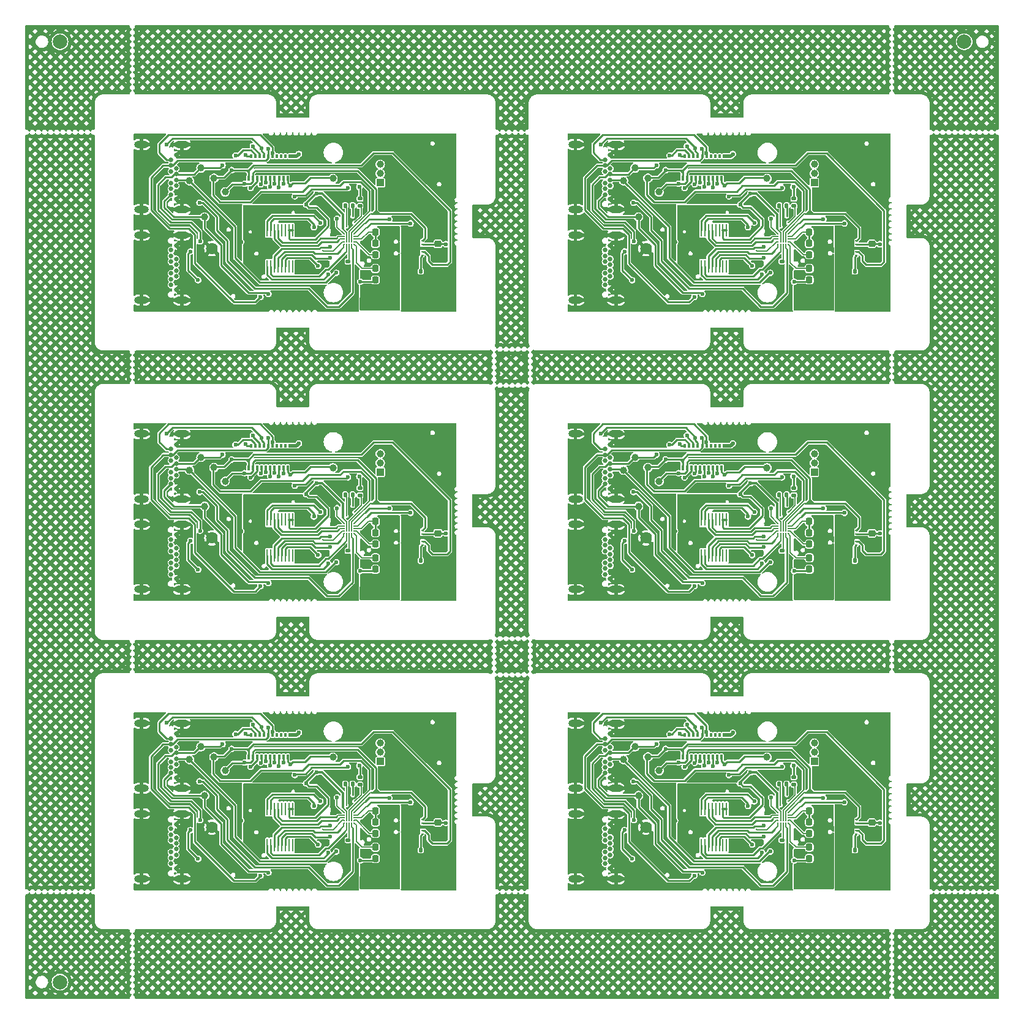
<source format=gbr>
G04 #@! TF.GenerationSoftware,KiCad,Pcbnew,7.0.7*
G04 #@! TF.CreationDate,2024-04-05T11:51:01+02:00*
G04 #@! TF.ProjectId,Versa_ECG_PPG_panel,56657273-615f-4454-9347-5f5050475f70,00*
G04 #@! TF.SameCoordinates,Original*
G04 #@! TF.FileFunction,Copper,L4,Bot*
G04 #@! TF.FilePolarity,Positive*
%FSLAX46Y46*%
G04 Gerber Fmt 4.6, Leading zero omitted, Abs format (unit mm)*
G04 Created by KiCad (PCBNEW 7.0.7) date 2024-04-05 11:51:01*
%MOMM*%
%LPD*%
G01*
G04 APERTURE LIST*
G04 Aperture macros list*
%AMRoundRect*
0 Rectangle with rounded corners*
0 $1 Rounding radius*
0 $2 $3 $4 $5 $6 $7 $8 $9 X,Y pos of 4 corners*
0 Add a 4 corners polygon primitive as box body*
4,1,4,$2,$3,$4,$5,$6,$7,$8,$9,$2,$3,0*
0 Add four circle primitives for the rounded corners*
1,1,$1+$1,$2,$3*
1,1,$1+$1,$4,$5*
1,1,$1+$1,$6,$7*
1,1,$1+$1,$8,$9*
0 Add four rect primitives between the rounded corners*
20,1,$1+$1,$2,$3,$4,$5,0*
20,1,$1+$1,$4,$5,$6,$7,0*
20,1,$1+$1,$6,$7,$8,$9,0*
20,1,$1+$1,$8,$9,$2,$3,0*%
G04 Aperture macros list end*
G04 #@! TA.AperFunction,ComponentPad*
%ADD10C,1.625000*%
G04 #@! TD*
G04 #@! TA.AperFunction,ComponentPad*
%ADD11C,0.650000*%
G04 #@! TD*
G04 #@! TA.AperFunction,ComponentPad*
%ADD12O,2.000000X1.000000*%
G04 #@! TD*
G04 #@! TA.AperFunction,ComponentPad*
%ADD13R,1.000000X1.000000*%
G04 #@! TD*
G04 #@! TA.AperFunction,ComponentPad*
%ADD14C,1.000000*%
G04 #@! TD*
G04 #@! TA.AperFunction,SMDPad,CuDef*
%ADD15RoundRect,0.135000X-0.185000X0.135000X-0.185000X-0.135000X0.185000X-0.135000X0.185000X0.135000X0*%
G04 #@! TD*
G04 #@! TA.AperFunction,SMDPad,CuDef*
%ADD16RoundRect,0.135000X-0.135000X-0.185000X0.135000X-0.185000X0.135000X0.185000X-0.135000X0.185000X0*%
G04 #@! TD*
G04 #@! TA.AperFunction,SMDPad,CuDef*
%ADD17RoundRect,0.225000X0.225000X0.250000X-0.225000X0.250000X-0.225000X-0.250000X0.225000X-0.250000X0*%
G04 #@! TD*
G04 #@! TA.AperFunction,SMDPad,CuDef*
%ADD18RoundRect,0.135000X0.135000X0.185000X-0.135000X0.185000X-0.135000X-0.185000X0.135000X-0.185000X0*%
G04 #@! TD*
G04 #@! TA.AperFunction,SMDPad,CuDef*
%ADD19RoundRect,0.225000X-0.225000X-0.250000X0.225000X-0.250000X0.225000X0.250000X-0.225000X0.250000X0*%
G04 #@! TD*
G04 #@! TA.AperFunction,SMDPad,CuDef*
%ADD20C,1.000000*%
G04 #@! TD*
G04 #@! TA.AperFunction,SMDPad,CuDef*
%ADD21C,2.000000*%
G04 #@! TD*
G04 #@! TA.AperFunction,SMDPad,CuDef*
%ADD22R,0.300000X0.250000*%
G04 #@! TD*
G04 #@! TA.AperFunction,SMDPad,CuDef*
%ADD23R,2.100000X2.550000*%
G04 #@! TD*
G04 #@! TA.AperFunction,SMDPad,CuDef*
%ADD24RoundRect,0.225000X-0.250000X0.225000X-0.250000X-0.225000X0.250000X-0.225000X0.250000X0.225000X0*%
G04 #@! TD*
G04 #@! TA.AperFunction,SMDPad,CuDef*
%ADD25R,0.250000X1.800000*%
G04 #@! TD*
G04 #@! TA.AperFunction,SMDPad,CuDef*
%ADD26R,0.750000X1.800000*%
G04 #@! TD*
G04 #@! TA.AperFunction,SMDPad,CuDef*
%ADD27R,0.300000X0.670000*%
G04 #@! TD*
G04 #@! TA.AperFunction,SMDPad,CuDef*
%ADD28R,0.300000X0.500000*%
G04 #@! TD*
G04 #@! TA.AperFunction,SMDPad,CuDef*
%ADD29R,0.350000X1.000000*%
G04 #@! TD*
G04 #@! TA.AperFunction,ViaPad*
%ADD30C,0.600000*%
G04 #@! TD*
G04 #@! TA.AperFunction,ViaPad*
%ADD31C,0.200000*%
G04 #@! TD*
G04 #@! TA.AperFunction,ViaPad*
%ADD32C,0.300000*%
G04 #@! TD*
G04 #@! TA.AperFunction,Conductor*
%ADD33C,0.500000*%
G04 #@! TD*
G04 #@! TA.AperFunction,Conductor*
%ADD34C,0.250000*%
G04 #@! TD*
G04 #@! TA.AperFunction,Conductor*
%ADD35C,0.150000*%
G04 #@! TD*
G04 #@! TA.AperFunction,Conductor*
%ADD36C,0.300000*%
G04 #@! TD*
G04 #@! TA.AperFunction,Conductor*
%ADD37C,0.680000*%
G04 #@! TD*
G04 #@! TA.AperFunction,Conductor*
%ADD38C,0.350000*%
G04 #@! TD*
G04 APERTURE END LIST*
D10*
X166999200Y-131099000D03*
X166999200Y-51099000D03*
D11*
X102050000Y-44270000D03*
X101350000Y-43620000D03*
X101350000Y-42820000D03*
X102050000Y-42420000D03*
X101350000Y-42020000D03*
X102050000Y-41620000D03*
X102050000Y-40820000D03*
X101350000Y-40420000D03*
X102050000Y-40020000D03*
X101350000Y-39620000D03*
X101350000Y-38820000D03*
X102050000Y-38170000D03*
D12*
X102850000Y-36720000D03*
X102850000Y-45720000D03*
X97250000Y-36720000D03*
X97250000Y-45720000D03*
D10*
X106999200Y-51099000D03*
D11*
X102050000Y-84270000D03*
X101350000Y-83620000D03*
X101350000Y-82820000D03*
X102050000Y-82420000D03*
X101350000Y-82020000D03*
X102050000Y-81620000D03*
X102050000Y-80820000D03*
X101350000Y-80420000D03*
X102050000Y-80020000D03*
X101350000Y-79620000D03*
X101350000Y-78820000D03*
X102050000Y-78170000D03*
D12*
X102850000Y-76720000D03*
X102850000Y-85720000D03*
X97250000Y-76720000D03*
X97250000Y-85720000D03*
D13*
X190274000Y-122003000D03*
D14*
X190274000Y-120733000D03*
X190274000Y-119463000D03*
D10*
X106999200Y-91099000D03*
D13*
X130274000Y-42003000D03*
D14*
X130274000Y-40733000D03*
X130274000Y-39463000D03*
D11*
X102050000Y-124270000D03*
X101350000Y-123620000D03*
X101350000Y-122820000D03*
X102050000Y-122420000D03*
X101350000Y-122020000D03*
X102050000Y-121620000D03*
X102050000Y-120820000D03*
X101350000Y-120420000D03*
X102050000Y-120020000D03*
X101350000Y-119620000D03*
X101350000Y-118820000D03*
X102050000Y-118170000D03*
D12*
X102850000Y-116720000D03*
X102850000Y-125720000D03*
X97250000Y-116720000D03*
X97250000Y-125720000D03*
D11*
X162050000Y-124270000D03*
X161350000Y-123620000D03*
X161350000Y-122820000D03*
X162050000Y-122420000D03*
X161350000Y-122020000D03*
X162050000Y-121620000D03*
X162050000Y-120820000D03*
X161350000Y-120420000D03*
X162050000Y-120020000D03*
X161350000Y-119620000D03*
X161350000Y-118820000D03*
X162050000Y-118170000D03*
D12*
X162850000Y-116720000D03*
X162850000Y-125720000D03*
X157250000Y-116720000D03*
X157250000Y-125720000D03*
D13*
X190274000Y-82003000D03*
D14*
X190274000Y-80733000D03*
X190274000Y-79463000D03*
D11*
X102050000Y-56770000D03*
X101350000Y-56120000D03*
X101350000Y-55320000D03*
X102050000Y-54920000D03*
X101350000Y-54520000D03*
X102050000Y-54120000D03*
X102050000Y-53320000D03*
X101350000Y-52920000D03*
X102050000Y-52520000D03*
X101350000Y-52120000D03*
X101350000Y-51320000D03*
X102050000Y-50670000D03*
D12*
X102850000Y-49220000D03*
X102850000Y-58220000D03*
X97250000Y-49220000D03*
X97250000Y-58220000D03*
D13*
X130274000Y-122003000D03*
D14*
X130274000Y-120733000D03*
X130274000Y-119463000D03*
D11*
X102050000Y-96770000D03*
X101350000Y-96120000D03*
X101350000Y-95320000D03*
X102050000Y-94920000D03*
X101350000Y-94520000D03*
X102050000Y-94120000D03*
X102050000Y-93320000D03*
X101350000Y-92920000D03*
X102050000Y-92520000D03*
X101350000Y-92120000D03*
X101350000Y-91320000D03*
X102050000Y-90670000D03*
D12*
X102850000Y-89220000D03*
X102850000Y-98220000D03*
X97250000Y-89220000D03*
X97250000Y-98220000D03*
D10*
X166999200Y-91099000D03*
D11*
X162050000Y-44270000D03*
X161350000Y-43620000D03*
X161350000Y-42820000D03*
X162050000Y-42420000D03*
X161350000Y-42020000D03*
X162050000Y-41620000D03*
X162050000Y-40820000D03*
X161350000Y-40420000D03*
X162050000Y-40020000D03*
X161350000Y-39620000D03*
X161350000Y-38820000D03*
X162050000Y-38170000D03*
D12*
X162850000Y-36720000D03*
X162850000Y-45720000D03*
X157250000Y-36720000D03*
X157250000Y-45720000D03*
D11*
X102050000Y-136770000D03*
X101350000Y-136120000D03*
X101350000Y-135320000D03*
X102050000Y-134920000D03*
X101350000Y-134520000D03*
X102050000Y-134120000D03*
X102050000Y-133320000D03*
X101350000Y-132920000D03*
X102050000Y-132520000D03*
X101350000Y-132120000D03*
X101350000Y-131320000D03*
X102050000Y-130670000D03*
D12*
X102850000Y-129220000D03*
X102850000Y-138220000D03*
X97250000Y-129220000D03*
X97250000Y-138220000D03*
D11*
X162050000Y-84270000D03*
X161350000Y-83620000D03*
X161350000Y-82820000D03*
X162050000Y-82420000D03*
X161350000Y-82020000D03*
X162050000Y-81620000D03*
X162050000Y-80820000D03*
X161350000Y-80420000D03*
X162050000Y-80020000D03*
X161350000Y-79620000D03*
X161350000Y-78820000D03*
X162050000Y-78170000D03*
D12*
X162850000Y-76720000D03*
X162850000Y-85720000D03*
X157250000Y-76720000D03*
X157250000Y-85720000D03*
D11*
X162050000Y-136770000D03*
X161350000Y-136120000D03*
X161350000Y-135320000D03*
X162050000Y-134920000D03*
X161350000Y-134520000D03*
X162050000Y-134120000D03*
X162050000Y-133320000D03*
X161350000Y-132920000D03*
X162050000Y-132520000D03*
X161350000Y-132120000D03*
X161350000Y-131320000D03*
X162050000Y-130670000D03*
D12*
X162850000Y-129220000D03*
X162850000Y-138220000D03*
X157250000Y-129220000D03*
X157250000Y-138220000D03*
D11*
X162050000Y-56770000D03*
X161350000Y-56120000D03*
X161350000Y-55320000D03*
X162050000Y-54920000D03*
X161350000Y-54520000D03*
X162050000Y-54120000D03*
X162050000Y-53320000D03*
X161350000Y-52920000D03*
X162050000Y-52520000D03*
X161350000Y-52120000D03*
X161350000Y-51320000D03*
X162050000Y-50670000D03*
D12*
X162850000Y-49220000D03*
X162850000Y-58220000D03*
X157250000Y-49220000D03*
X157250000Y-58220000D03*
D10*
X106999200Y-131099000D03*
D13*
X130274000Y-82003000D03*
D14*
X130274000Y-80733000D03*
X130274000Y-79463000D03*
D13*
X190274000Y-42003000D03*
D14*
X190274000Y-40733000D03*
X190274000Y-39463000D03*
D11*
X162050000Y-96770000D03*
X161350000Y-96120000D03*
X161350000Y-95320000D03*
X162050000Y-94920000D03*
X161350000Y-94520000D03*
X162050000Y-94120000D03*
X162050000Y-93320000D03*
X161350000Y-92920000D03*
X162050000Y-92520000D03*
X161350000Y-92120000D03*
X161350000Y-91320000D03*
X162050000Y-90670000D03*
D12*
X162850000Y-89220000D03*
X162850000Y-98220000D03*
X157250000Y-89220000D03*
X157250000Y-98220000D03*
D15*
X187467000Y-124175000D03*
X187467000Y-125195000D03*
D16*
X135872000Y-94230000D03*
X136892000Y-94230000D03*
D17*
X131140000Y-131940000D03*
X129590000Y-131940000D03*
D18*
X126453000Y-45144000D03*
X125433000Y-45144000D03*
D19*
X189590000Y-88813000D03*
X191140000Y-88813000D03*
D20*
X165483000Y-39960000D03*
D19*
X129590000Y-88813000D03*
X131140000Y-88813000D03*
D21*
X211000000Y-22500000D03*
D17*
X131140000Y-51940000D03*
X129590000Y-51940000D03*
D20*
X123736500Y-121404500D03*
D15*
X125812000Y-52857000D03*
X125812000Y-53877000D03*
D19*
X189590000Y-93846000D03*
X191140000Y-93846000D03*
D18*
X126453000Y-85144000D03*
X125433000Y-85144000D03*
D20*
X107278000Y-121376000D03*
X165983000Y-126725000D03*
D19*
X129590000Y-50376500D03*
X131140000Y-50376500D03*
D22*
X136082000Y-130050000D03*
X136082000Y-130550000D03*
X136082000Y-131050000D03*
X136082000Y-131550000D03*
X136082000Y-132050000D03*
D23*
X134432000Y-131050000D03*
D22*
X196082000Y-90050000D03*
X196082000Y-90550000D03*
X196082000Y-91050000D03*
X196082000Y-91550000D03*
X196082000Y-92050000D03*
D23*
X194432000Y-91050000D03*
D19*
X129590000Y-133846000D03*
X131140000Y-133846000D03*
X189590000Y-50376500D03*
X191140000Y-50376500D03*
D16*
X195872000Y-94230000D03*
X196892000Y-94230000D03*
D15*
X125812000Y-92857000D03*
X125812000Y-93877000D03*
D20*
X105983000Y-126725000D03*
D15*
X127467000Y-44175000D03*
X127467000Y-45195000D03*
D20*
X165983000Y-46725000D03*
X163895000Y-81721000D03*
D24*
X138237000Y-50448000D03*
X138237000Y-51998000D03*
X198237000Y-90448000D03*
X198237000Y-91998000D03*
D16*
X135872000Y-134230000D03*
X136892000Y-134230000D03*
D20*
X103895000Y-81721000D03*
D21*
X86000000Y-22500000D03*
D16*
X135872000Y-54230000D03*
X136892000Y-54230000D03*
D22*
X196082000Y-50050000D03*
X196082000Y-50550000D03*
X196082000Y-51050000D03*
X196082000Y-51550000D03*
X196082000Y-52050000D03*
D23*
X194432000Y-51050000D03*
D18*
X126453000Y-125144000D03*
X125433000Y-125144000D03*
D16*
X132677000Y-54227000D03*
X133697000Y-54227000D03*
D18*
X186453000Y-125144000D03*
X185433000Y-125144000D03*
D20*
X107278000Y-81376000D03*
X123736500Y-41404500D03*
D25*
X179146500Y-93564500D03*
X179146500Y-88564500D03*
X178646500Y-93564500D03*
X178646500Y-88564500D03*
X178146500Y-93564500D03*
X178146500Y-88564500D03*
X177646500Y-93564500D03*
X177646500Y-88564500D03*
X177146500Y-93564500D03*
X177146500Y-88564500D03*
X176646500Y-93564500D03*
X176646500Y-88564500D03*
X176146500Y-93564500D03*
X176146500Y-88564500D03*
X175646500Y-93564500D03*
X175646500Y-88564500D03*
X175146500Y-93564500D03*
X175146500Y-88564500D03*
X174646500Y-93564500D03*
X174646500Y-88564500D03*
D26*
X179896500Y-93564500D03*
X179896500Y-88564500D03*
X173896500Y-88564500D03*
X173896500Y-93564500D03*
D15*
X125812000Y-132857000D03*
X125812000Y-133877000D03*
D27*
X178675000Y-121400000D03*
D28*
X178375000Y-118335000D03*
D27*
X178075000Y-121400000D03*
D28*
X177775000Y-118335000D03*
D27*
X177475000Y-121400000D03*
D28*
X177175000Y-118335000D03*
D27*
X176875000Y-121400000D03*
D28*
X176575000Y-118335000D03*
D27*
X176275000Y-121400000D03*
D28*
X175975000Y-118335000D03*
D27*
X175675000Y-121400000D03*
D28*
X175375000Y-118335000D03*
D27*
X175075000Y-121400000D03*
D28*
X174775000Y-118335000D03*
D27*
X174475000Y-121400000D03*
D28*
X174175000Y-118335000D03*
D27*
X173875000Y-121400000D03*
D28*
X173575000Y-118335000D03*
D27*
X173275000Y-121400000D03*
D28*
X172975000Y-118335000D03*
D27*
X172675000Y-121400000D03*
D28*
X172375000Y-118335000D03*
D27*
X172075000Y-121400000D03*
D29*
X179650000Y-121135000D03*
X171100000Y-121135000D03*
D20*
X165983000Y-86725000D03*
D22*
X136082000Y-90050000D03*
X136082000Y-90550000D03*
X136082000Y-91050000D03*
X136082000Y-91550000D03*
X136082000Y-92050000D03*
D23*
X134432000Y-91050000D03*
D16*
X192677000Y-134227000D03*
X193697000Y-134227000D03*
D17*
X191140000Y-91940000D03*
X189590000Y-91940000D03*
D20*
X108831000Y-43274000D03*
X103895000Y-41721000D03*
X165483000Y-119960000D03*
D17*
X131140000Y-91940000D03*
X129590000Y-91940000D03*
D27*
X178675000Y-81400000D03*
D28*
X178375000Y-78335000D03*
D27*
X178075000Y-81400000D03*
D28*
X177775000Y-78335000D03*
D27*
X177475000Y-81400000D03*
D28*
X177175000Y-78335000D03*
D27*
X176875000Y-81400000D03*
D28*
X176575000Y-78335000D03*
D27*
X176275000Y-81400000D03*
D28*
X175975000Y-78335000D03*
D27*
X175675000Y-81400000D03*
D28*
X175375000Y-78335000D03*
D27*
X175075000Y-81400000D03*
D28*
X174775000Y-78335000D03*
D27*
X174475000Y-81400000D03*
D28*
X174175000Y-78335000D03*
D27*
X173875000Y-81400000D03*
D28*
X173575000Y-78335000D03*
D27*
X173275000Y-81400000D03*
D28*
X172975000Y-78335000D03*
D27*
X172675000Y-81400000D03*
D28*
X172375000Y-78335000D03*
D27*
X172075000Y-81400000D03*
D29*
X179650000Y-81135000D03*
X171100000Y-81135000D03*
D20*
X105983000Y-46725000D03*
D27*
X118675000Y-41400000D03*
D28*
X118375000Y-38335000D03*
D27*
X118075000Y-41400000D03*
D28*
X117775000Y-38335000D03*
D27*
X117475000Y-41400000D03*
D28*
X117175000Y-38335000D03*
D27*
X116875000Y-41400000D03*
D28*
X116575000Y-38335000D03*
D27*
X116275000Y-41400000D03*
D28*
X115975000Y-38335000D03*
D27*
X115675000Y-41400000D03*
D28*
X115375000Y-38335000D03*
D27*
X115075000Y-41400000D03*
D28*
X114775000Y-38335000D03*
D27*
X114475000Y-41400000D03*
D28*
X114175000Y-38335000D03*
D27*
X113875000Y-41400000D03*
D28*
X113575000Y-38335000D03*
D27*
X113275000Y-41400000D03*
D28*
X112975000Y-38335000D03*
D27*
X112675000Y-41400000D03*
D28*
X112375000Y-38335000D03*
D27*
X112075000Y-41400000D03*
D29*
X119650000Y-41135000D03*
X111100000Y-41135000D03*
D19*
X189590000Y-48813000D03*
X191140000Y-48813000D03*
D15*
X187467000Y-44175000D03*
X187467000Y-45195000D03*
D20*
X108831000Y-83274000D03*
D19*
X189590000Y-55420000D03*
X191140000Y-55420000D03*
D20*
X103895000Y-121721000D03*
X163895000Y-121721000D03*
X163895000Y-41721000D03*
D25*
X179146500Y-53564500D03*
X179146500Y-48564500D03*
X178646500Y-53564500D03*
X178646500Y-48564500D03*
X178146500Y-53564500D03*
X178146500Y-48564500D03*
X177646500Y-53564500D03*
X177646500Y-48564500D03*
X177146500Y-53564500D03*
X177146500Y-48564500D03*
X176646500Y-53564500D03*
X176646500Y-48564500D03*
X176146500Y-53564500D03*
X176146500Y-48564500D03*
X175646500Y-53564500D03*
X175646500Y-48564500D03*
X175146500Y-53564500D03*
X175146500Y-48564500D03*
X174646500Y-53564500D03*
X174646500Y-48564500D03*
D26*
X179896500Y-53564500D03*
X179896500Y-48564500D03*
X173896500Y-48564500D03*
X173896500Y-53564500D03*
D20*
X108831000Y-123274000D03*
X107278000Y-41376000D03*
X123736500Y-81404500D03*
D15*
X187467000Y-84175000D03*
X187467000Y-85195000D03*
D19*
X129590000Y-93846000D03*
X131140000Y-93846000D03*
D27*
X178675000Y-41400000D03*
D28*
X178375000Y-38335000D03*
D27*
X178075000Y-41400000D03*
D28*
X177775000Y-38335000D03*
D27*
X177475000Y-41400000D03*
D28*
X177175000Y-38335000D03*
D27*
X176875000Y-41400000D03*
D28*
X176575000Y-38335000D03*
D27*
X176275000Y-41400000D03*
D28*
X175975000Y-38335000D03*
D27*
X175675000Y-41400000D03*
D28*
X175375000Y-38335000D03*
D27*
X175075000Y-41400000D03*
D28*
X174775000Y-38335000D03*
D27*
X174475000Y-41400000D03*
D28*
X174175000Y-38335000D03*
D27*
X173875000Y-41400000D03*
D28*
X173575000Y-38335000D03*
D27*
X173275000Y-41400000D03*
D28*
X172975000Y-38335000D03*
D27*
X172675000Y-41400000D03*
D28*
X172375000Y-38335000D03*
D27*
X172075000Y-41400000D03*
D29*
X179650000Y-41135000D03*
X171100000Y-41135000D03*
D25*
X119146500Y-53564500D03*
X119146500Y-48564500D03*
X118646500Y-53564500D03*
X118646500Y-48564500D03*
X118146500Y-53564500D03*
X118146500Y-48564500D03*
X117646500Y-53564500D03*
X117646500Y-48564500D03*
X117146500Y-53564500D03*
X117146500Y-48564500D03*
X116646500Y-53564500D03*
X116646500Y-48564500D03*
X116146500Y-53564500D03*
X116146500Y-48564500D03*
X115646500Y-53564500D03*
X115646500Y-48564500D03*
X115146500Y-53564500D03*
X115146500Y-48564500D03*
X114646500Y-53564500D03*
X114646500Y-48564500D03*
D26*
X119896500Y-53564500D03*
X119896500Y-48564500D03*
X113896500Y-48564500D03*
X113896500Y-53564500D03*
D24*
X198237000Y-130448000D03*
X198237000Y-131998000D03*
D19*
X129590000Y-128813000D03*
X131140000Y-128813000D03*
D20*
X183736500Y-81404500D03*
D19*
X129590000Y-90376500D03*
X131140000Y-90376500D03*
X189590000Y-133846000D03*
X191140000Y-133846000D03*
D21*
X86000000Y-152500000D03*
D27*
X118675000Y-81400000D03*
D28*
X118375000Y-78335000D03*
D27*
X118075000Y-81400000D03*
D28*
X117775000Y-78335000D03*
D27*
X117475000Y-81400000D03*
D28*
X117175000Y-78335000D03*
D27*
X116875000Y-81400000D03*
D28*
X116575000Y-78335000D03*
D27*
X116275000Y-81400000D03*
D28*
X115975000Y-78335000D03*
D27*
X115675000Y-81400000D03*
D28*
X115375000Y-78335000D03*
D27*
X115075000Y-81400000D03*
D28*
X114775000Y-78335000D03*
D27*
X114475000Y-81400000D03*
D28*
X114175000Y-78335000D03*
D27*
X113875000Y-81400000D03*
D28*
X113575000Y-78335000D03*
D27*
X113275000Y-81400000D03*
D28*
X112975000Y-78335000D03*
D27*
X112675000Y-81400000D03*
D28*
X112375000Y-78335000D03*
D27*
X112075000Y-81400000D03*
D29*
X119650000Y-81135000D03*
X111100000Y-81135000D03*
D20*
X183736500Y-121404500D03*
D18*
X186453000Y-85144000D03*
X185433000Y-85144000D03*
D19*
X129590000Y-53846000D03*
X131140000Y-53846000D03*
D20*
X167278000Y-121376000D03*
D19*
X189590000Y-53846000D03*
X191140000Y-53846000D03*
D17*
X191140000Y-51940000D03*
X189590000Y-51940000D03*
D25*
X179146500Y-133564500D03*
X179146500Y-128564500D03*
X178646500Y-133564500D03*
X178646500Y-128564500D03*
X178146500Y-133564500D03*
X178146500Y-128564500D03*
X177646500Y-133564500D03*
X177646500Y-128564500D03*
X177146500Y-133564500D03*
X177146500Y-128564500D03*
X176646500Y-133564500D03*
X176646500Y-128564500D03*
X176146500Y-133564500D03*
X176146500Y-128564500D03*
X175646500Y-133564500D03*
X175646500Y-128564500D03*
X175146500Y-133564500D03*
X175146500Y-128564500D03*
X174646500Y-133564500D03*
X174646500Y-128564500D03*
D26*
X179896500Y-133564500D03*
X179896500Y-128564500D03*
X173896500Y-128564500D03*
X173896500Y-133564500D03*
D16*
X195872000Y-54230000D03*
X196892000Y-54230000D03*
D19*
X129590000Y-135420000D03*
X131140000Y-135420000D03*
X129590000Y-48813000D03*
X131140000Y-48813000D03*
D20*
X183736500Y-41404500D03*
X105483000Y-39960000D03*
D24*
X138237000Y-130448000D03*
X138237000Y-131998000D03*
D20*
X165483000Y-79960000D03*
X168831000Y-83274000D03*
D24*
X138237000Y-90448000D03*
X138237000Y-91998000D03*
D17*
X191140000Y-131940000D03*
X189590000Y-131940000D03*
D15*
X127467000Y-124175000D03*
X127467000Y-125195000D03*
D16*
X192677000Y-54227000D03*
X193697000Y-54227000D03*
D19*
X189590000Y-90376500D03*
X191140000Y-90376500D03*
X129590000Y-95420000D03*
X131140000Y-95420000D03*
D20*
X105483000Y-79960000D03*
X167278000Y-41376000D03*
D19*
X189590000Y-130376500D03*
X191140000Y-130376500D03*
D20*
X105483000Y-119960000D03*
X167278000Y-81376000D03*
D15*
X185812000Y-132857000D03*
X185812000Y-133877000D03*
D16*
X192677000Y-94227000D03*
X193697000Y-94227000D03*
D25*
X119146500Y-93564500D03*
X119146500Y-88564500D03*
X118646500Y-93564500D03*
X118646500Y-88564500D03*
X118146500Y-93564500D03*
X118146500Y-88564500D03*
X117646500Y-93564500D03*
X117646500Y-88564500D03*
X117146500Y-93564500D03*
X117146500Y-88564500D03*
X116646500Y-93564500D03*
X116646500Y-88564500D03*
X116146500Y-93564500D03*
X116146500Y-88564500D03*
X115646500Y-93564500D03*
X115646500Y-88564500D03*
X115146500Y-93564500D03*
X115146500Y-88564500D03*
X114646500Y-93564500D03*
X114646500Y-88564500D03*
D26*
X119896500Y-93564500D03*
X119896500Y-88564500D03*
X113896500Y-88564500D03*
X113896500Y-93564500D03*
D15*
X185812000Y-52857000D03*
X185812000Y-53877000D03*
D19*
X189590000Y-95420000D03*
X191140000Y-95420000D03*
D20*
X105983000Y-86725000D03*
D18*
X186453000Y-45144000D03*
X185433000Y-45144000D03*
D27*
X118675000Y-121400000D03*
D28*
X118375000Y-118335000D03*
D27*
X118075000Y-121400000D03*
D28*
X117775000Y-118335000D03*
D27*
X117475000Y-121400000D03*
D28*
X117175000Y-118335000D03*
D27*
X116875000Y-121400000D03*
D28*
X116575000Y-118335000D03*
D27*
X116275000Y-121400000D03*
D28*
X115975000Y-118335000D03*
D27*
X115675000Y-121400000D03*
D28*
X115375000Y-118335000D03*
D27*
X115075000Y-121400000D03*
D28*
X114775000Y-118335000D03*
D27*
X114475000Y-121400000D03*
D28*
X114175000Y-118335000D03*
D27*
X113875000Y-121400000D03*
D28*
X113575000Y-118335000D03*
D27*
X113275000Y-121400000D03*
D28*
X112975000Y-118335000D03*
D27*
X112675000Y-121400000D03*
D28*
X112375000Y-118335000D03*
D27*
X112075000Y-121400000D03*
D29*
X119650000Y-121135000D03*
X111100000Y-121135000D03*
D19*
X129590000Y-130376500D03*
X131140000Y-130376500D03*
D22*
X196082000Y-130050000D03*
X196082000Y-130550000D03*
X196082000Y-131050000D03*
X196082000Y-131550000D03*
X196082000Y-132050000D03*
D23*
X194432000Y-131050000D03*
D20*
X168831000Y-123274000D03*
D16*
X132677000Y-94227000D03*
X133697000Y-94227000D03*
D19*
X189590000Y-135420000D03*
X191140000Y-135420000D03*
D15*
X127467000Y-84175000D03*
X127467000Y-85195000D03*
D16*
X132677000Y-134227000D03*
X133697000Y-134227000D03*
D24*
X198237000Y-50448000D03*
X198237000Y-51998000D03*
D20*
X168831000Y-43274000D03*
D19*
X189590000Y-128813000D03*
X191140000Y-128813000D03*
D15*
X185812000Y-92857000D03*
X185812000Y-93877000D03*
D19*
X129590000Y-55420000D03*
X131140000Y-55420000D03*
D22*
X136082000Y-50050000D03*
X136082000Y-50550000D03*
X136082000Y-51050000D03*
X136082000Y-51550000D03*
X136082000Y-52050000D03*
D23*
X134432000Y-51050000D03*
D25*
X119146500Y-133564500D03*
X119146500Y-128564500D03*
X118646500Y-133564500D03*
X118646500Y-128564500D03*
X118146500Y-133564500D03*
X118146500Y-128564500D03*
X117646500Y-133564500D03*
X117646500Y-128564500D03*
X117146500Y-133564500D03*
X117146500Y-128564500D03*
X116646500Y-133564500D03*
X116646500Y-128564500D03*
X116146500Y-133564500D03*
X116146500Y-128564500D03*
X115646500Y-133564500D03*
X115646500Y-128564500D03*
X115146500Y-133564500D03*
X115146500Y-128564500D03*
X114646500Y-133564500D03*
X114646500Y-128564500D03*
D26*
X119896500Y-133564500D03*
X119896500Y-128564500D03*
X113896500Y-128564500D03*
X113896500Y-133564500D03*
D16*
X195872000Y-134230000D03*
X196892000Y-134230000D03*
D30*
X119019500Y-38030500D03*
X127390000Y-42589000D03*
X139332000Y-50487000D03*
X105348000Y-50105000D03*
X108461500Y-39580500D03*
X112670000Y-36930000D03*
X116865000Y-42161000D03*
X114800000Y-57350000D03*
X115065000Y-42588500D03*
X115664500Y-42102500D03*
X117866000Y-42364000D03*
X124304500Y-46976500D03*
D31*
X125262000Y-49095000D03*
D32*
X126462000Y-46650000D03*
X126683500Y-47507500D03*
D31*
X125962000Y-50495000D03*
X126662000Y-49795000D03*
D30*
X121987500Y-47511500D03*
X121107500Y-48125500D03*
D31*
X125262000Y-49795000D03*
X125262000Y-49445000D03*
D30*
X134457000Y-47620000D03*
D31*
X126662000Y-49445000D03*
X126662000Y-50145000D03*
X126662000Y-50495000D03*
D32*
X122291500Y-51349500D03*
D31*
X125262000Y-50145000D03*
D30*
X127496000Y-55672000D03*
X105291000Y-44751000D03*
D31*
X126312000Y-50495000D03*
D30*
X116249000Y-42623000D03*
X111648500Y-38153500D03*
X110258500Y-38233500D03*
X124192000Y-54446000D03*
X113816000Y-37232000D03*
X100752500Y-36681500D03*
X123051500Y-54625500D03*
D31*
X125612000Y-50495000D03*
D30*
X123321500Y-50895500D03*
D31*
X125262000Y-50495000D03*
D30*
X123323500Y-52381500D03*
X121681500Y-53473500D03*
X115366500Y-37885500D03*
D31*
X125962000Y-50145000D03*
D30*
X109725500Y-40252500D03*
X112348250Y-42735250D03*
D31*
X126312000Y-50145000D03*
D30*
X111512000Y-42147000D03*
X113733000Y-42192000D03*
X114464000Y-42004000D03*
X113700000Y-57774000D03*
X114770000Y-37289000D03*
X120025500Y-45027500D03*
X121448500Y-43506500D03*
D31*
X125612000Y-50145000D03*
D32*
X110471500Y-37397500D03*
X126567500Y-42414500D03*
X114334500Y-44125500D03*
X110363500Y-53207500D03*
D30*
X119157000Y-41279500D03*
D32*
X110426500Y-43177500D03*
D30*
X121737500Y-56569500D03*
X132584500Y-40511500D03*
X108058000Y-54041000D03*
D32*
X121243500Y-44720500D03*
D30*
X139384000Y-42205000D03*
D32*
X99465500Y-41416500D03*
D30*
X104736000Y-57241000D03*
D32*
X97229500Y-35682500D03*
D30*
X137404500Y-40284500D03*
D32*
X110501500Y-47431500D03*
D30*
X134981000Y-54226000D03*
X108540000Y-48459000D03*
D32*
X100130500Y-40655500D03*
X104088500Y-39931500D03*
X110472500Y-44065500D03*
D30*
X139414000Y-39731000D03*
D32*
X110486500Y-45847500D03*
X127217500Y-46102500D03*
D30*
X125805000Y-54597000D03*
X112739000Y-57779000D03*
X139305000Y-51988000D03*
D32*
X123252500Y-46149500D03*
D30*
X133517500Y-43995500D03*
X109642000Y-56837000D03*
D32*
X100400500Y-43752500D03*
D30*
X111031000Y-50165000D03*
X110310000Y-41194500D03*
D32*
X106520500Y-43521500D03*
D30*
X137585000Y-54172000D03*
X130545000Y-48975000D03*
X121561000Y-54320000D03*
X120835500Y-49030500D03*
X125799000Y-42711000D03*
X118462000Y-43872000D03*
X105083000Y-55465000D03*
X104030000Y-51496000D03*
D32*
X125583500Y-48047500D03*
D31*
X126665500Y-49095500D03*
D30*
X131528000Y-47026000D03*
X179019500Y-38030500D03*
X187390000Y-42589000D03*
X199332000Y-50487000D03*
X168461500Y-39580500D03*
X172670000Y-36930000D03*
X165348000Y-50105000D03*
X176865000Y-42161000D03*
X174800000Y-57350000D03*
X175065000Y-42588500D03*
X175664500Y-42102500D03*
X177866000Y-42364000D03*
D31*
X185262000Y-49095000D03*
D30*
X184304500Y-46976500D03*
D32*
X186462000Y-46650000D03*
X186683500Y-47507500D03*
D31*
X185962000Y-50495000D03*
X186662000Y-49795000D03*
D30*
X181987500Y-47511500D03*
X181107500Y-48125500D03*
D31*
X185262000Y-49795000D03*
X185262000Y-49445000D03*
D30*
X194457000Y-47620000D03*
D31*
X186662000Y-49445000D03*
X186662000Y-50145000D03*
X186662000Y-50495000D03*
X185262000Y-50145000D03*
D32*
X182291500Y-51349500D03*
D30*
X187496000Y-55672000D03*
D31*
X186312000Y-50495000D03*
D30*
X176249000Y-42623000D03*
X165291000Y-44751000D03*
X171648500Y-38153500D03*
X184192000Y-54446000D03*
X170258500Y-38233500D03*
X160752500Y-36681500D03*
X173816000Y-37232000D03*
X183051500Y-54625500D03*
D31*
X185612000Y-50495000D03*
D30*
X183321500Y-50895500D03*
D31*
X185262000Y-50495000D03*
D30*
X183323500Y-52381500D03*
X181681500Y-53473500D03*
X175366500Y-37885500D03*
D31*
X185962000Y-50145000D03*
D30*
X169725500Y-40252500D03*
X172348250Y-42735250D03*
D31*
X186312000Y-50145000D03*
D30*
X171512000Y-42147000D03*
X173733000Y-42192000D03*
X174464000Y-42004000D03*
X173700000Y-57774000D03*
X174770000Y-37289000D03*
X180025500Y-45027500D03*
D31*
X185612000Y-50145000D03*
D30*
X181448500Y-43506500D03*
X185805000Y-54597000D03*
X199414000Y-39731000D03*
X197404500Y-40284500D03*
D32*
X187217500Y-46102500D03*
X181243500Y-44720500D03*
D30*
X194981000Y-54226000D03*
X192584500Y-40511500D03*
X179157000Y-41279500D03*
D32*
X170363500Y-53207500D03*
D30*
X169642000Y-56837000D03*
X168540000Y-48459000D03*
D32*
X170486500Y-45847500D03*
D30*
X168058000Y-54041000D03*
D32*
X159465500Y-41416500D03*
D30*
X199384000Y-42205000D03*
D32*
X170472500Y-44065500D03*
X164088500Y-39931500D03*
X166520500Y-43521500D03*
X160400500Y-43752500D03*
X160130500Y-40655500D03*
D30*
X199305000Y-51988000D03*
X197585000Y-54172000D03*
D32*
X174334500Y-44125500D03*
D30*
X170310000Y-41194500D03*
D32*
X157229500Y-35682500D03*
D30*
X193517500Y-43995500D03*
X181737500Y-56569500D03*
X172739000Y-57779000D03*
X171031000Y-50165000D03*
D32*
X170426500Y-43177500D03*
D30*
X164736000Y-57241000D03*
D32*
X170471500Y-37397500D03*
X170501500Y-47431500D03*
X186567500Y-42414500D03*
X183252500Y-46149500D03*
D30*
X190545000Y-48975000D03*
X180835500Y-49030500D03*
X181561000Y-54320000D03*
X178462000Y-43872000D03*
X185799000Y-42711000D03*
X164030000Y-51496000D03*
X165083000Y-55465000D03*
D32*
X185583500Y-48047500D03*
D31*
X186665500Y-49095500D03*
D30*
X191528000Y-47026000D03*
X127390000Y-82589000D03*
X119019500Y-78030500D03*
X139332000Y-90487000D03*
X108461500Y-79580500D03*
X112670000Y-76930000D03*
X105348000Y-90105000D03*
X116865000Y-82161000D03*
X114800000Y-97350000D03*
X115065000Y-82588500D03*
X115664500Y-82102500D03*
X117866000Y-82364000D03*
D31*
X125262000Y-89095000D03*
D30*
X124304500Y-86976500D03*
D32*
X126462000Y-86650000D03*
X126683500Y-87507500D03*
D31*
X125962000Y-90495000D03*
X126662000Y-89795000D03*
D30*
X121987500Y-87511500D03*
X121107500Y-88125500D03*
D31*
X125262000Y-89795000D03*
X125262000Y-89445000D03*
D30*
X134457000Y-87620000D03*
D31*
X126662000Y-89445000D03*
X126662000Y-90145000D03*
X126662000Y-90495000D03*
D32*
X122291500Y-91349500D03*
D30*
X127496000Y-95672000D03*
D31*
X125262000Y-90145000D03*
X126312000Y-90495000D03*
D30*
X105291000Y-84751000D03*
X116249000Y-82623000D03*
X111648500Y-78153500D03*
X110258500Y-78233500D03*
X124192000Y-94446000D03*
X100752500Y-76681500D03*
X113816000Y-77232000D03*
X123051500Y-94625500D03*
D31*
X125612000Y-90495000D03*
D30*
X123321500Y-90895500D03*
D31*
X125262000Y-90495000D03*
D30*
X123323500Y-92381500D03*
X121681500Y-93473500D03*
X115366500Y-77885500D03*
D31*
X125962000Y-90145000D03*
D30*
X109725500Y-80252500D03*
X112348250Y-82735250D03*
D31*
X126312000Y-90145000D03*
D30*
X111512000Y-82147000D03*
X113733000Y-82192000D03*
X114464000Y-82004000D03*
X113700000Y-97774000D03*
X114770000Y-77289000D03*
X120025500Y-85027500D03*
D31*
X125612000Y-90145000D03*
D30*
X121448500Y-83506500D03*
X139305000Y-91988000D03*
X108540000Y-88459000D03*
D32*
X106520500Y-83521500D03*
D30*
X121737500Y-96569500D03*
X109642000Y-96837000D03*
D32*
X127217500Y-86102500D03*
X99465500Y-81416500D03*
X110472500Y-84065500D03*
D30*
X137404500Y-80284500D03*
D32*
X104088500Y-79931500D03*
X114334500Y-84125500D03*
D30*
X110310000Y-81194500D03*
X108058000Y-94041000D03*
D32*
X126567500Y-82414500D03*
X123252500Y-86149500D03*
D30*
X111031000Y-90165000D03*
D32*
X110426500Y-83177500D03*
D30*
X104736000Y-97241000D03*
X134981000Y-94226000D03*
X133517500Y-83995500D03*
D32*
X110471500Y-77397500D03*
D30*
X119157000Y-81279500D03*
D32*
X100400500Y-83752500D03*
D30*
X139384000Y-82205000D03*
D32*
X121243500Y-84720500D03*
X110363500Y-93207500D03*
D30*
X139414000Y-79731000D03*
D32*
X110501500Y-87431500D03*
X100130500Y-80655500D03*
X110486500Y-85847500D03*
D30*
X125805000Y-94597000D03*
D32*
X97229500Y-75682500D03*
D30*
X132584500Y-80511500D03*
X137585000Y-94172000D03*
X112739000Y-97779000D03*
X130545000Y-88975000D03*
X120835500Y-89030500D03*
X121561000Y-94320000D03*
X118462000Y-83872000D03*
X125799000Y-82711000D03*
X105083000Y-95465000D03*
X104030000Y-91496000D03*
D32*
X125583500Y-88047500D03*
D31*
X126665500Y-89095500D03*
D30*
X131528000Y-87026000D03*
X187390000Y-82589000D03*
X199332000Y-90487000D03*
X179019500Y-78030500D03*
X172670000Y-76930000D03*
X165348000Y-90105000D03*
X168461500Y-79580500D03*
X176865000Y-82161000D03*
X174800000Y-97350000D03*
X175065000Y-82588500D03*
X175664500Y-82102500D03*
X177866000Y-82364000D03*
X184304500Y-86976500D03*
D31*
X185262000Y-89095000D03*
D32*
X186462000Y-86650000D03*
X186683500Y-87507500D03*
D31*
X185962000Y-90495000D03*
X186662000Y-89795000D03*
D30*
X181987500Y-87511500D03*
X181107500Y-88125500D03*
D31*
X185262000Y-89795000D03*
X185262000Y-89445000D03*
X186662000Y-89445000D03*
D30*
X194457000Y-87620000D03*
D31*
X186662000Y-90145000D03*
X186662000Y-90495000D03*
X185262000Y-90145000D03*
D30*
X187496000Y-95672000D03*
D32*
X182291500Y-91349500D03*
D31*
X186312000Y-90495000D03*
D30*
X176249000Y-82623000D03*
X165291000Y-84751000D03*
X171648500Y-78153500D03*
X184192000Y-94446000D03*
X170258500Y-78233500D03*
X173816000Y-77232000D03*
X160752500Y-76681500D03*
X183051500Y-94625500D03*
D31*
X185612000Y-90495000D03*
D30*
X183321500Y-90895500D03*
D31*
X185262000Y-90495000D03*
D30*
X183323500Y-92381500D03*
X181681500Y-93473500D03*
X175366500Y-77885500D03*
D31*
X185962000Y-90145000D03*
D30*
X169725500Y-80252500D03*
X172348250Y-82735250D03*
X171512000Y-82147000D03*
D31*
X186312000Y-90145000D03*
D30*
X173733000Y-82192000D03*
X174464000Y-82004000D03*
X174770000Y-77289000D03*
X173700000Y-97774000D03*
X180025500Y-85027500D03*
D31*
X185612000Y-90145000D03*
D30*
X181448500Y-83506500D03*
D32*
X159465500Y-81416500D03*
D30*
X199414000Y-79731000D03*
D32*
X183252500Y-86149500D03*
X170426500Y-83177500D03*
X166520500Y-83521500D03*
X186567500Y-82414500D03*
X157229500Y-75682500D03*
X170501500Y-87431500D03*
X170363500Y-93207500D03*
D30*
X181737500Y-96569500D03*
X197404500Y-80284500D03*
X197585000Y-94172000D03*
D32*
X160130500Y-80655500D03*
D30*
X192584500Y-80511500D03*
D32*
X170472500Y-84065500D03*
D30*
X164736000Y-97241000D03*
D32*
X187217500Y-86102500D03*
D30*
X199384000Y-82205000D03*
X194981000Y-94226000D03*
X170310000Y-81194500D03*
D32*
X160400500Y-83752500D03*
D30*
X193517500Y-83995500D03*
D32*
X170486500Y-85847500D03*
X164088500Y-79931500D03*
D30*
X172739000Y-97779000D03*
X171031000Y-90165000D03*
X168540000Y-88459000D03*
X179157000Y-81279500D03*
D32*
X170471500Y-77397500D03*
D30*
X168058000Y-94041000D03*
X185805000Y-94597000D03*
X199305000Y-91988000D03*
D32*
X181243500Y-84720500D03*
D30*
X169642000Y-96837000D03*
D32*
X174334500Y-84125500D03*
D30*
X190545000Y-88975000D03*
X180835500Y-89030500D03*
X181561000Y-94320000D03*
X185799000Y-82711000D03*
X178462000Y-83872000D03*
X165083000Y-95465000D03*
X164030000Y-91496000D03*
D32*
X185583500Y-88047500D03*
D30*
X191528000Y-87026000D03*
D31*
X186665500Y-89095500D03*
D30*
X139332000Y-130487000D03*
X119019500Y-118030500D03*
X127390000Y-122589000D03*
X108461500Y-119580500D03*
X112670000Y-116930000D03*
X105348000Y-130105000D03*
X116865000Y-122161000D03*
X114800000Y-137350000D03*
X115065000Y-122588500D03*
X115664500Y-122102500D03*
X117866000Y-122364000D03*
D31*
X125262000Y-129095000D03*
D30*
X124304500Y-126976500D03*
D32*
X126462000Y-126650000D03*
X126683500Y-127507500D03*
D31*
X125962000Y-130495000D03*
X126662000Y-129795000D03*
D30*
X121987500Y-127511500D03*
X121107500Y-128125500D03*
D31*
X125262000Y-129795000D03*
X125262000Y-129445000D03*
X126662000Y-129445000D03*
D30*
X134457000Y-127620000D03*
D31*
X126662000Y-130145000D03*
X126662000Y-130495000D03*
X125262000Y-130145000D03*
D30*
X127496000Y-135672000D03*
D32*
X122291500Y-131349500D03*
D30*
X105291000Y-124751000D03*
D31*
X126312000Y-130495000D03*
D30*
X116249000Y-122623000D03*
X111648500Y-118153500D03*
X124192000Y-134446000D03*
X110258500Y-118233500D03*
X113816000Y-117232000D03*
X100752500Y-116681500D03*
X123051500Y-134625500D03*
D31*
X125612000Y-130495000D03*
D30*
X123321500Y-130895500D03*
D31*
X125262000Y-130495000D03*
D30*
X123323500Y-132381500D03*
X121681500Y-133473500D03*
X115366500Y-117885500D03*
D31*
X125962000Y-130145000D03*
D30*
X109725500Y-120252500D03*
X112348250Y-122735250D03*
D31*
X126312000Y-130145000D03*
D30*
X111512000Y-122147000D03*
X113733000Y-122192000D03*
X114464000Y-122004000D03*
X113700000Y-137774000D03*
X114770000Y-117289000D03*
X120025500Y-125027500D03*
X121448500Y-123506500D03*
D31*
X125612000Y-130145000D03*
D30*
X125805000Y-134597000D03*
X137585000Y-134172000D03*
X139384000Y-122205000D03*
X111031000Y-130165000D03*
X137404500Y-120284500D03*
X132584500Y-120511500D03*
X133517500Y-123995500D03*
X112739000Y-137779000D03*
D32*
X121243500Y-124720500D03*
X106520500Y-123521500D03*
X110471500Y-117397500D03*
X100400500Y-123752500D03*
D30*
X110310000Y-121194500D03*
X108540000Y-128459000D03*
D32*
X123252500Y-126149500D03*
X110472500Y-124065500D03*
D30*
X104736000Y-137241000D03*
D32*
X97229500Y-115682500D03*
D30*
X139305000Y-131988000D03*
D32*
X127217500Y-126102500D03*
D30*
X109642000Y-136837000D03*
X139414000Y-119731000D03*
D32*
X100130500Y-120655500D03*
X110486500Y-125847500D03*
D30*
X121737500Y-136569500D03*
D32*
X114334500Y-124125500D03*
D30*
X119157000Y-121279500D03*
D32*
X110501500Y-127431500D03*
X104088500Y-119931500D03*
D30*
X134981000Y-134226000D03*
X108058000Y-134041000D03*
D32*
X110363500Y-133207500D03*
X126567500Y-122414500D03*
X99465500Y-121416500D03*
X110426500Y-123177500D03*
D30*
X130545000Y-128975000D03*
X120835500Y-129030500D03*
X121561000Y-134320000D03*
X125799000Y-122711000D03*
X118462000Y-123872000D03*
X105083000Y-135465000D03*
X104030000Y-131496000D03*
D32*
X125583500Y-128047500D03*
D30*
X131528000Y-127026000D03*
D31*
X126665500Y-129095500D03*
D30*
X179019500Y-118030500D03*
X187390000Y-122589000D03*
X199332000Y-130487000D03*
X172670000Y-116930000D03*
X165348000Y-130105000D03*
X168461500Y-119580500D03*
X174800000Y-137350000D03*
X176865000Y-122161000D03*
X175065000Y-122588500D03*
X175664500Y-122102500D03*
X177866000Y-122364000D03*
X184304500Y-126976500D03*
D31*
X185262000Y-129095000D03*
D32*
X186462000Y-126650000D03*
X186683500Y-127507500D03*
D31*
X185962000Y-130495000D03*
X186662000Y-129795000D03*
D30*
X181987500Y-127511500D03*
X181107500Y-128125500D03*
D31*
X185262000Y-129795000D03*
X185262000Y-129445000D03*
X186662000Y-129445000D03*
D30*
X194457000Y-127620000D03*
D31*
X186662000Y-130145000D03*
X186662000Y-130495000D03*
D30*
X187496000Y-135672000D03*
D31*
X185262000Y-130145000D03*
D32*
X182291500Y-131349500D03*
D31*
X186312000Y-130495000D03*
D30*
X176249000Y-122623000D03*
X165291000Y-124751000D03*
X171648500Y-118153500D03*
X170258500Y-118233500D03*
X184192000Y-134446000D03*
X160752500Y-116681500D03*
X173816000Y-117232000D03*
X183051500Y-134625500D03*
D31*
X185612000Y-130495000D03*
D30*
X183321500Y-130895500D03*
D31*
X185262000Y-130495000D03*
D30*
X183323500Y-132381500D03*
X181681500Y-133473500D03*
X175366500Y-117885500D03*
D31*
X185962000Y-130145000D03*
D30*
X169725500Y-120252500D03*
X172348250Y-122735250D03*
D31*
X186312000Y-130145000D03*
D30*
X171512000Y-122147000D03*
X173733000Y-122192000D03*
X174464000Y-122004000D03*
X174770000Y-117289000D03*
X173700000Y-137774000D03*
X181448500Y-123506500D03*
X180025500Y-125027500D03*
D31*
X185612000Y-130145000D03*
D32*
X160400500Y-123752500D03*
X170363500Y-133207500D03*
D30*
X197585000Y-134172000D03*
D32*
X187217500Y-126102500D03*
D30*
X170310000Y-121194500D03*
D32*
X170471500Y-117397500D03*
X170486500Y-125847500D03*
X160130500Y-120655500D03*
X157229500Y-115682500D03*
D30*
X169642000Y-136837000D03*
D32*
X186567500Y-122414500D03*
X183252500Y-126149500D03*
X164088500Y-119931500D03*
D30*
X193517500Y-123995500D03*
D32*
X174334500Y-124125500D03*
D30*
X199305000Y-131988000D03*
X197404500Y-120284500D03*
X181737500Y-136569500D03*
D32*
X159465500Y-121416500D03*
D30*
X171031000Y-130165000D03*
X185805000Y-134597000D03*
D32*
X170501500Y-127431500D03*
X170426500Y-123177500D03*
D30*
X168058000Y-134041000D03*
X192584500Y-120511500D03*
X164736000Y-137241000D03*
X194981000Y-134226000D03*
D32*
X166520500Y-123521500D03*
X170472500Y-124065500D03*
D30*
X179157000Y-121279500D03*
X172739000Y-137779000D03*
X199414000Y-119731000D03*
X199384000Y-122205000D03*
X168540000Y-128459000D03*
D32*
X181243500Y-124720500D03*
D30*
X190545000Y-128975000D03*
X181561000Y-134320000D03*
X180835500Y-129030500D03*
X178462000Y-123872000D03*
X185799000Y-122711000D03*
X165083000Y-135465000D03*
X164030000Y-131496000D03*
D32*
X185583500Y-128047500D03*
D31*
X186665500Y-129095500D03*
D30*
X191528000Y-127026000D03*
D33*
X118723000Y-38343000D02*
X118364000Y-38343000D01*
D34*
X136082000Y-50550000D02*
X138135000Y-50550000D01*
D33*
X119027000Y-38039000D02*
X118723000Y-38343000D01*
D34*
X139293000Y-50448000D02*
X139332000Y-50487000D01*
X138135000Y-50550000D02*
X138237000Y-50448000D01*
X127467000Y-44175000D02*
X127467000Y-42666000D01*
X138237000Y-50448000D02*
X139293000Y-50448000D01*
D33*
X117889000Y-38343000D02*
X118239000Y-38343000D01*
D34*
X127467000Y-42666000D02*
X127390000Y-42589000D01*
X104544000Y-40825000D02*
X105409000Y-39960000D01*
X100603000Y-41233000D02*
X101385000Y-41233000D01*
X105409000Y-39960000D02*
X108082000Y-39960000D01*
X102119000Y-40825000D02*
X104544000Y-40825000D01*
X112670000Y-37116000D02*
X113564000Y-38010000D01*
X113564000Y-38010000D02*
X113564000Y-38343000D01*
X99561000Y-42275000D02*
X100603000Y-41233000D01*
X101385000Y-41233000D02*
X101798000Y-40820000D01*
X112670000Y-36930000D02*
X112670000Y-37116000D01*
X101301000Y-47474000D02*
X99561000Y-45734000D01*
X105348000Y-50105000D02*
X105348000Y-48722000D01*
X105348000Y-48722000D02*
X104100000Y-47474000D01*
X99561000Y-45734000D02*
X99561000Y-42275000D01*
X104100000Y-47474000D02*
X101301000Y-47474000D01*
X101798000Y-40820000D02*
X102050000Y-40820000D01*
X108082000Y-39960000D02*
X108461500Y-39580500D01*
X100426000Y-45413000D02*
X100426000Y-44521000D01*
X101327000Y-43620000D02*
X101350000Y-43620000D01*
X114800000Y-57350000D02*
X114640500Y-57190500D01*
X116875000Y-42151000D02*
X116865000Y-42161000D01*
X101738000Y-46725000D02*
X100426000Y-45413000D01*
X108285500Y-50594500D02*
X105983000Y-48292000D01*
X108285500Y-53394500D02*
X108285500Y-50594500D01*
X112081500Y-57190500D02*
X108285500Y-53394500D01*
X105983000Y-46725000D02*
X101738000Y-46725000D01*
X100426000Y-44521000D02*
X101327000Y-43620000D01*
X114640500Y-57190500D02*
X112081500Y-57190500D01*
X116875000Y-41400000D02*
X116875000Y-42151000D01*
X105983000Y-48292000D02*
X105983000Y-46725000D01*
X115065000Y-41410000D02*
X115075000Y-41400000D01*
X115065000Y-42588500D02*
X115065000Y-41410000D01*
X115675000Y-42092000D02*
X115664500Y-42102500D01*
X115675000Y-41400000D02*
X115675000Y-42092000D01*
X117475000Y-41973000D02*
X117475000Y-41400000D01*
X117866000Y-42364000D02*
X117475000Y-41973000D01*
X123616500Y-41284500D02*
X123736500Y-41404500D01*
X117866000Y-42364000D02*
X118201500Y-42028500D01*
X119905500Y-42028500D02*
X120649500Y-41284500D01*
X118201500Y-42028500D02*
X119905500Y-42028500D01*
X120649500Y-41284500D02*
X123616500Y-41284500D01*
D35*
X124284000Y-46997000D02*
X124284000Y-48121000D01*
X124284000Y-48121000D02*
X125260500Y-49097500D01*
X124304500Y-46976500D02*
X124284000Y-46997000D01*
D34*
X126462000Y-46650000D02*
X126462000Y-45153000D01*
X126462000Y-45153000D02*
X126453000Y-45144000D01*
D35*
X126683500Y-47507500D02*
X126735500Y-47507500D01*
X127636500Y-46606500D02*
X127636500Y-45364500D01*
X126735500Y-47507500D02*
X127636500Y-46606500D01*
X127636500Y-45364500D02*
X127467000Y-45195000D01*
X125963500Y-50497500D02*
X125963500Y-52705500D01*
X125963500Y-52705500D02*
X125812000Y-52857000D01*
X128655000Y-48813000D02*
X129590000Y-48813000D01*
X127673500Y-49794500D02*
X128655000Y-48813000D01*
D34*
X129590000Y-48813000D02*
X129590000Y-50390500D01*
D35*
X126665500Y-49794500D02*
X127673500Y-49794500D01*
D34*
X121017500Y-46541500D02*
X121987500Y-47511500D01*
X114646500Y-47261500D02*
X115366500Y-46541500D01*
X115366500Y-46541500D02*
X121017500Y-46541500D01*
X114646500Y-48564500D02*
X114646500Y-47261500D01*
X121107500Y-48125500D02*
X121107500Y-47790500D01*
X120258500Y-46941500D02*
X115548500Y-46941500D01*
X115548500Y-46941500D02*
X115146500Y-47343500D01*
X115146500Y-47343500D02*
X115146500Y-48564500D01*
X121107500Y-47790500D02*
X120258500Y-46941500D01*
X124268500Y-50180500D02*
X122140500Y-50180500D01*
D35*
X124515500Y-49933500D02*
X124657500Y-49791500D01*
D34*
X121652500Y-50668500D02*
X116595500Y-50668500D01*
X116595500Y-50668500D02*
X115646500Y-49719500D01*
X122140500Y-50180500D02*
X121652500Y-50668500D01*
D35*
X124657500Y-49791500D02*
X125261500Y-49791500D01*
D34*
X124515500Y-49933500D02*
X124268500Y-50180500D01*
X115646500Y-49719500D02*
X115646500Y-48564500D01*
D35*
X124254157Y-49629157D02*
X124437814Y-49445500D01*
D34*
X116146500Y-48564500D02*
X116146500Y-49653814D01*
D35*
X124437814Y-49445500D02*
X125263500Y-49445500D01*
D34*
X116146500Y-49653814D02*
X116715186Y-50222500D01*
X122000500Y-49696500D02*
X124186814Y-49696500D01*
X121474500Y-50222500D02*
X122000500Y-49696500D01*
X124186814Y-49696500D02*
X124254157Y-49629157D01*
X116715186Y-50222500D02*
X121474500Y-50222500D01*
X134457000Y-47620000D02*
X131657000Y-47620000D01*
X129010000Y-47621000D02*
X128451500Y-48179500D01*
D35*
X128451500Y-48179500D02*
X127185500Y-49445500D01*
D34*
X131656000Y-47621000D02*
X129010000Y-47621000D01*
D35*
X127185500Y-49445500D02*
X126662500Y-49445500D01*
X131657000Y-47620000D02*
X131656000Y-47621000D01*
X126665500Y-50144500D02*
X126951500Y-50144500D01*
X128747000Y-51940000D02*
X129590000Y-51940000D01*
X126951500Y-50144500D02*
X128747000Y-51940000D01*
X127743000Y-53846000D02*
X129590000Y-53846000D01*
X126662500Y-50497500D02*
X126665500Y-50497500D01*
X126665500Y-50497500D02*
X126961000Y-50793000D01*
X126961000Y-50793000D02*
X126961000Y-53064000D01*
X126961000Y-53064000D02*
X127743000Y-53846000D01*
X122291500Y-51349500D02*
X122366500Y-51424500D01*
D34*
X129338000Y-55672000D02*
X129590000Y-55420000D01*
X127496000Y-55672000D02*
X129338000Y-55672000D01*
D35*
X123744500Y-51424500D02*
X125026500Y-50142500D01*
X122366500Y-51424500D02*
X123744500Y-51424500D01*
X125026500Y-50142500D02*
X125260500Y-50142500D01*
D34*
X105752000Y-44751000D02*
X105291000Y-44751000D01*
X109148000Y-52827000D02*
X109148000Y-50030000D01*
X107710500Y-48592500D02*
X107710500Y-46709500D01*
X116249000Y-41423000D02*
X116279000Y-41393000D01*
X112923000Y-56602000D02*
X109148000Y-52827000D01*
D35*
X126462000Y-51169000D02*
X126315500Y-51022500D01*
D34*
X120364000Y-56602000D02*
X112923000Y-56602000D01*
X126462000Y-51169000D02*
X126462000Y-57215000D01*
X122886000Y-59124000D02*
X120364000Y-56602000D01*
X109148000Y-50030000D02*
X107710500Y-48592500D01*
X126462000Y-57215000D02*
X124553000Y-59124000D01*
D35*
X126315500Y-51022500D02*
X126315500Y-50497500D01*
D34*
X107710500Y-46709500D02*
X105752000Y-44751000D01*
X116249000Y-42623000D02*
X116249000Y-41423000D01*
X124553000Y-59124000D02*
X122886000Y-59124000D01*
X111648500Y-38153500D02*
X111838000Y-38343000D01*
X111838000Y-38343000D02*
X112364000Y-38343000D01*
X124081000Y-54446000D02*
X124192000Y-54446000D01*
X110258500Y-38233500D02*
X110560500Y-38233500D01*
X112401500Y-37510500D02*
X112964000Y-38073000D01*
X111283500Y-37510500D02*
X112401500Y-37510500D01*
X112964000Y-38073000D02*
X112964000Y-38343000D01*
X110560500Y-38233500D02*
X111283500Y-37510500D01*
X113617500Y-55797500D02*
X122729500Y-55797500D01*
X103753000Y-41620000D02*
X110220500Y-48087500D01*
X110220500Y-52400500D02*
X113617500Y-55797500D01*
X110220500Y-48087500D02*
X110220500Y-52400500D01*
X102050000Y-41620000D02*
X103753000Y-41620000D01*
X122729500Y-55797500D02*
X124081000Y-54446000D01*
X114164000Y-37947000D02*
X114164000Y-38343000D01*
X112508000Y-35852000D02*
X113816000Y-37160000D01*
X100752500Y-36681500D02*
X100752500Y-36670500D01*
X113816000Y-37180000D02*
X113816000Y-37599000D01*
X113816000Y-37160000D02*
X113816000Y-37232000D01*
X113816000Y-37599000D02*
X114164000Y-37947000D01*
X101571000Y-35852000D02*
X112508000Y-35852000D01*
X100752500Y-36670500D02*
X101571000Y-35852000D01*
X115283500Y-55362500D02*
X114634500Y-54713500D01*
X123051500Y-54625500D02*
X123051500Y-54723500D01*
X114634500Y-53576500D02*
X114646500Y-53564500D01*
X123051500Y-54723500D02*
X122412500Y-55362500D01*
X114634500Y-54713500D02*
X114634500Y-53576500D01*
X122412500Y-55362500D02*
X115283500Y-55362500D01*
X121824843Y-54937157D02*
X122775500Y-53986500D01*
X115146500Y-53564500D02*
X115146500Y-54659814D01*
X115146500Y-54659814D02*
X115423843Y-54937157D01*
X123124500Y-53986500D02*
X125378500Y-51732500D01*
X115423843Y-54937157D02*
X121824843Y-54937157D01*
D35*
X125378500Y-51732500D02*
X125613500Y-51497500D01*
X125613500Y-51497500D02*
X125613500Y-50492500D01*
D34*
X122775500Y-53986500D02*
X123124500Y-53986500D01*
X122027500Y-50919500D02*
X121821000Y-51126000D01*
X115637500Y-52132500D02*
X115637500Y-53854500D01*
X121821000Y-51126000D02*
X116644000Y-51126000D01*
X116644000Y-51126000D02*
X115637500Y-52132500D01*
X123297500Y-50919500D02*
X122027500Y-50919500D01*
X123321500Y-50895500D02*
X123297500Y-50919500D01*
D35*
X125235500Y-50943500D02*
X125235500Y-50527500D01*
D34*
X124374500Y-51804500D02*
X124804500Y-51374500D01*
X117041000Y-51526000D02*
X120983000Y-51526000D01*
X116146500Y-53564500D02*
X116146500Y-52420500D01*
X120983000Y-51526000D02*
X121261500Y-51804500D01*
D35*
X124804500Y-51374500D02*
X125235500Y-50943500D01*
D34*
X116146500Y-52420500D02*
X117041000Y-51526000D01*
X121261500Y-51804500D02*
X124374500Y-51804500D01*
D35*
X125235500Y-50527500D02*
X125265500Y-50497500D01*
D34*
X117227500Y-51959500D02*
X116637500Y-52549500D01*
X123242500Y-52462500D02*
X121290500Y-52462500D01*
X116637500Y-53555500D02*
X116646500Y-53564500D01*
X121290500Y-52462500D02*
X120787500Y-51959500D01*
X123323500Y-52381500D02*
X123242500Y-52462500D01*
X120787500Y-51959500D02*
X117227500Y-51959500D01*
X116637500Y-52549500D02*
X116637500Y-53555500D01*
X117400000Y-52366000D02*
X120574000Y-52366000D01*
X117146500Y-52619500D02*
X117400000Y-52366000D01*
X117146500Y-53564500D02*
X117146500Y-52619500D01*
X120574000Y-52366000D02*
X121681500Y-53473500D01*
X99733000Y-37847000D02*
X100718000Y-38832000D01*
X101022000Y-35365000D02*
X99733000Y-36654000D01*
X100718000Y-38832000D02*
X101305000Y-38832000D01*
X99733000Y-36654000D02*
X99733000Y-37847000D01*
X115366500Y-37885500D02*
X115366500Y-37062500D01*
X113669000Y-35365000D02*
X101022000Y-35365000D01*
X115364000Y-37888000D02*
X115364000Y-38343000D01*
X115366500Y-37062500D02*
X113669000Y-35365000D01*
X115366500Y-37885500D02*
X115364000Y-37888000D01*
X127560000Y-41885000D02*
X125202000Y-41885000D01*
X128767000Y-43092000D02*
X127560000Y-41885000D01*
X112075000Y-41400000D02*
X112075000Y-40287000D01*
D35*
X125968500Y-48766500D02*
X125968500Y-50147500D01*
D34*
X129368000Y-37894000D02*
X131967000Y-37894000D01*
X112056000Y-40268000D02*
X112075000Y-40287000D01*
X124719500Y-42367500D02*
X120361500Y-42367500D01*
X108130000Y-44677000D02*
X107152000Y-43699000D01*
X136389000Y-51550000D02*
X136082000Y-51550000D01*
X119518000Y-43211000D02*
X113789000Y-43211000D01*
X111768000Y-40268000D02*
X112056000Y-40268000D01*
X113789000Y-43211000D02*
X112323000Y-44677000D01*
D35*
X128767000Y-45874500D02*
X128767000Y-45968000D01*
X128767000Y-45968000D02*
X125968500Y-48766500D01*
D34*
X107152000Y-41280000D02*
X108698000Y-41280000D01*
X139491000Y-53347000D02*
X137464000Y-53347000D01*
X125202000Y-41885000D02*
X124719500Y-42367500D01*
X120361500Y-42367500D02*
X119518000Y-43211000D01*
X109699000Y-40268000D02*
X111768000Y-40268000D01*
X107152000Y-43699000D02*
X107152000Y-41280000D01*
X136936000Y-52097000D02*
X136389000Y-51550000D01*
X139908000Y-52930000D02*
X139491000Y-53347000D01*
X112075000Y-40287000D02*
X112784500Y-39577500D01*
X111768000Y-40268000D02*
X112064000Y-40564000D01*
X131967000Y-37894000D02*
X139908000Y-45835000D01*
X112323000Y-44677000D02*
X108130000Y-44677000D01*
X139908000Y-45835000D02*
X139908000Y-52930000D01*
X136936000Y-52819000D02*
X136936000Y-52097000D01*
X108698000Y-41280000D02*
X109725500Y-40252500D01*
X127684500Y-39577500D02*
X129368000Y-37894000D01*
X137464000Y-53347000D02*
X136936000Y-52819000D01*
X128767000Y-45874500D02*
X128767000Y-43092000D01*
X112784500Y-39577500D02*
X127684500Y-39577500D01*
X113275000Y-41816000D02*
X112355750Y-42735250D01*
X113275000Y-41400000D02*
X113275000Y-41816000D01*
X112355750Y-42735250D02*
X112348250Y-42735250D01*
X128990000Y-46290000D02*
X129813000Y-46290000D01*
X129813000Y-46290000D02*
X129236000Y-46290000D01*
D35*
X126302500Y-48895500D02*
X126302500Y-50134500D01*
X128990000Y-46290000D02*
X128906000Y-46290000D01*
X126636000Y-48560000D02*
X126636000Y-48562000D01*
D34*
X130348000Y-46290000D02*
X134534000Y-46290000D01*
X129236000Y-46290000D02*
X129671000Y-45855000D01*
X108705000Y-43320000D02*
X109828500Y-42196500D01*
X129813000Y-46290000D02*
X130348000Y-46290000D01*
X129671000Y-45855000D02*
X129671000Y-45846000D01*
X111462500Y-42196500D02*
X111512000Y-42147000D01*
D35*
X126636000Y-48562000D02*
X126302500Y-48895500D01*
D34*
X111512000Y-42147000D02*
X112334000Y-42147000D01*
X129813000Y-46290000D02*
X129671000Y-46148000D01*
X136493000Y-49639000D02*
X136082000Y-50050000D01*
X112334000Y-42147000D02*
X112664000Y-41817000D01*
X136493000Y-48249000D02*
X136493000Y-49639000D01*
D35*
X126302500Y-50134500D02*
X126312500Y-50144500D01*
D34*
X129671000Y-46148000D02*
X129671000Y-42864000D01*
X134534000Y-46290000D02*
X136493000Y-48249000D01*
X112664000Y-41817000D02*
X112664000Y-41408000D01*
X130115000Y-46290000D02*
X130348000Y-46290000D01*
X112675000Y-40632000D02*
X112675000Y-41400000D01*
X109828500Y-42196500D02*
X111462500Y-42196500D01*
X112981000Y-40326000D02*
X112675000Y-40632000D01*
X129671000Y-42864000D02*
X127133000Y-40326000D01*
X127133000Y-40326000D02*
X112981000Y-40326000D01*
X129671000Y-45846000D02*
X130115000Y-46290000D01*
D35*
X128906000Y-46290000D02*
X126636000Y-48560000D01*
D34*
X113875000Y-41400000D02*
X113875000Y-42050000D01*
X113875000Y-42050000D02*
X113733000Y-42192000D01*
X114464000Y-42004000D02*
X114464000Y-41408000D01*
X135872000Y-54230000D02*
X135872000Y-52260000D01*
X135872000Y-52260000D02*
X136082000Y-52050000D01*
X112971000Y-58503000D02*
X110047000Y-58503000D01*
X98581000Y-45787000D02*
X98581000Y-41301000D01*
X114775000Y-37294000D02*
X114775000Y-38335000D01*
X104646000Y-49190000D02*
X103783500Y-48327500D01*
X114444000Y-38936000D02*
X114766000Y-38614000D01*
X114766000Y-38614000D02*
X114766000Y-38345000D01*
X100262000Y-39620000D02*
X101350000Y-39620000D01*
X101121500Y-48327500D02*
X98581000Y-45787000D01*
X101579000Y-39625000D02*
X101315239Y-39625000D01*
X114770000Y-37289000D02*
X114775000Y-37294000D01*
X103783500Y-48327500D02*
X101121500Y-48327500D01*
X98581000Y-41301000D02*
X100262000Y-39620000D01*
X114444000Y-38936000D02*
X102268000Y-38936000D01*
X102268000Y-38936000D02*
X101579000Y-39625000D01*
X110047000Y-58503000D02*
X104646000Y-53102000D01*
X104646000Y-53102000D02*
X104646000Y-49190000D01*
X113700000Y-57774000D02*
X112971000Y-58503000D01*
X121304500Y-49800500D02*
X123092500Y-48012500D01*
D36*
X120025500Y-44874500D02*
X120025500Y-45027500D01*
D34*
X123092500Y-47047500D02*
X121448500Y-45403500D01*
D36*
X117634500Y-48577500D02*
X118134500Y-48577500D01*
X125109500Y-48283500D02*
X125109500Y-46343500D01*
D34*
X121448500Y-45403500D02*
X120401500Y-45403500D01*
D36*
X125109500Y-46343500D02*
X122272500Y-43506500D01*
D34*
X123092500Y-48012500D02*
X123092500Y-47047500D01*
X117646500Y-48564500D02*
X117646500Y-49672500D01*
D36*
X121448500Y-43506500D02*
X121393500Y-43506500D01*
D34*
X117646500Y-49672500D02*
X117774500Y-49800500D01*
D36*
X122272500Y-43506500D02*
X121448500Y-43506500D01*
D35*
X125615500Y-48885500D02*
X125109500Y-48379500D01*
D34*
X120401500Y-45403500D02*
X120025500Y-45027500D01*
D35*
X125615500Y-50144500D02*
X125615500Y-48885500D01*
D34*
X117774500Y-49800500D02*
X121304500Y-49800500D01*
D36*
X121393500Y-43506500D02*
X120025500Y-44874500D01*
X119032500Y-41400000D02*
X118675000Y-41400000D01*
D34*
X134980000Y-54227000D02*
X134981000Y-54226000D01*
D37*
X118263000Y-41408000D02*
X118439000Y-41408000D01*
D34*
X138237000Y-51998000D02*
X139295000Y-51998000D01*
X125805000Y-54597000D02*
X125812000Y-54590000D01*
D38*
X111064000Y-41118000D02*
X110382500Y-41118000D01*
D34*
X137585000Y-54172000D02*
X137527000Y-54230000D01*
X125812000Y-54590000D02*
X125812000Y-53877000D01*
D38*
X110382500Y-41118000D02*
X110302500Y-41198000D01*
X119149500Y-41283000D02*
X119289500Y-41143000D01*
D34*
X136082000Y-51050000D02*
X137289000Y-51050000D01*
D36*
X119149500Y-41283000D02*
X119032500Y-41400000D01*
D34*
X137289000Y-51050000D02*
X138237000Y-51998000D01*
X133697000Y-54227000D02*
X134980000Y-54227000D01*
X137527000Y-54230000D02*
X136892000Y-54230000D01*
X139295000Y-51998000D02*
X139305000Y-51988000D01*
D38*
X119289500Y-41143000D02*
X119639000Y-41143000D01*
D36*
X131140000Y-53846000D02*
X132296000Y-53846000D01*
X130707000Y-48813000D02*
X131140000Y-48813000D01*
X132296000Y-53846000D02*
X132677000Y-54227000D01*
X131140000Y-48813000D02*
X131140000Y-55420000D01*
X130545000Y-48975000D02*
X130707000Y-48813000D01*
X120362500Y-49030500D02*
X119896500Y-48564500D01*
X120679000Y-54358000D02*
X119882000Y-53561000D01*
X119420500Y-48558500D02*
X119920500Y-48558500D01*
X118670500Y-48558500D02*
X119420500Y-48558500D01*
X121286500Y-54329000D02*
X121257500Y-54358000D01*
X119896500Y-48564500D02*
X119928500Y-48564500D01*
X121257500Y-54358000D02*
X120679000Y-54358000D01*
X120835500Y-49030500D02*
X120362500Y-49030500D01*
D34*
X118646500Y-53564500D02*
X119896500Y-53564500D01*
X118615000Y-43719000D02*
X118462000Y-43872000D01*
X125799000Y-42711000D02*
X125649500Y-42860500D01*
X120788500Y-42860500D02*
X119930000Y-43719000D01*
X125649500Y-42860500D02*
X120788500Y-42860500D01*
X119930000Y-43719000D02*
X118615000Y-43719000D01*
X104030000Y-51496000D02*
X103732500Y-51793500D01*
X103732500Y-51793500D02*
X103732500Y-54114500D01*
X103732500Y-54114500D02*
X105083000Y-55465000D01*
D35*
X125609500Y-45320500D02*
X125433000Y-45144000D01*
X125583500Y-48047500D02*
X125609500Y-48021500D01*
X125609500Y-48021500D02*
X125609500Y-45320500D01*
X128167500Y-47593500D02*
X126665500Y-49095500D01*
D34*
X128756000Y-47005000D02*
X128167500Y-47593500D01*
X131507000Y-47005000D02*
X128756000Y-47005000D01*
D35*
X131528000Y-47026000D02*
X131507000Y-47005000D01*
D33*
X179027000Y-38039000D02*
X178723000Y-38343000D01*
D34*
X187467000Y-44175000D02*
X187467000Y-42666000D01*
D33*
X177889000Y-38343000D02*
X178239000Y-38343000D01*
X178723000Y-38343000D02*
X178364000Y-38343000D01*
D34*
X198135000Y-50550000D02*
X198237000Y-50448000D01*
X199293000Y-50448000D02*
X199332000Y-50487000D01*
X196082000Y-50550000D02*
X198135000Y-50550000D01*
X198237000Y-50448000D02*
X199293000Y-50448000D01*
X187467000Y-42666000D02*
X187390000Y-42589000D01*
X172670000Y-37116000D02*
X173564000Y-38010000D01*
X165409000Y-39960000D02*
X168082000Y-39960000D01*
X168082000Y-39960000D02*
X168461500Y-39580500D01*
X161301000Y-47474000D02*
X159561000Y-45734000D01*
X160603000Y-41233000D02*
X161385000Y-41233000D01*
X165348000Y-50105000D02*
X165348000Y-48722000D01*
X164544000Y-40825000D02*
X165409000Y-39960000D01*
X165348000Y-48722000D02*
X164100000Y-47474000D01*
X162119000Y-40825000D02*
X164544000Y-40825000D01*
X159561000Y-45734000D02*
X159561000Y-42275000D01*
X172670000Y-36930000D02*
X172670000Y-37116000D01*
X164100000Y-47474000D02*
X161301000Y-47474000D01*
X159561000Y-42275000D02*
X160603000Y-41233000D01*
X161385000Y-41233000D02*
X161798000Y-40820000D01*
X161798000Y-40820000D02*
X162050000Y-40820000D01*
X173564000Y-38010000D02*
X173564000Y-38343000D01*
X161327000Y-43620000D02*
X161350000Y-43620000D01*
X168285500Y-53394500D02*
X168285500Y-50594500D01*
X176875000Y-42151000D02*
X176865000Y-42161000D01*
X160426000Y-45413000D02*
X160426000Y-44521000D01*
X168285500Y-50594500D02*
X165983000Y-48292000D01*
X176875000Y-41400000D02*
X176875000Y-42151000D01*
X165983000Y-46725000D02*
X161738000Y-46725000D01*
X165983000Y-48292000D02*
X165983000Y-46725000D01*
X174800000Y-57350000D02*
X174640500Y-57190500D01*
X161738000Y-46725000D02*
X160426000Y-45413000D01*
X172081500Y-57190500D02*
X168285500Y-53394500D01*
X160426000Y-44521000D02*
X161327000Y-43620000D01*
X174640500Y-57190500D02*
X172081500Y-57190500D01*
X175065000Y-41410000D02*
X175075000Y-41400000D01*
X175065000Y-42588500D02*
X175065000Y-41410000D01*
X175675000Y-42092000D02*
X175664500Y-42102500D01*
X175675000Y-41400000D02*
X175675000Y-42092000D01*
X178201500Y-42028500D02*
X179905500Y-42028500D01*
X180649500Y-41284500D02*
X183616500Y-41284500D01*
X177866000Y-42364000D02*
X177475000Y-41973000D01*
X177475000Y-41973000D02*
X177475000Y-41400000D01*
X183616500Y-41284500D02*
X183736500Y-41404500D01*
X177866000Y-42364000D02*
X178201500Y-42028500D01*
X179905500Y-42028500D02*
X180649500Y-41284500D01*
D35*
X184304500Y-46976500D02*
X184284000Y-46997000D01*
X184284000Y-46997000D02*
X184284000Y-48121000D01*
X184284000Y-48121000D02*
X185260500Y-49097500D01*
D34*
X186462000Y-46650000D02*
X186462000Y-45153000D01*
X186462000Y-45153000D02*
X186453000Y-45144000D01*
D35*
X186735500Y-47507500D02*
X187636500Y-46606500D01*
X187636500Y-45364500D02*
X187467000Y-45195000D01*
X186683500Y-47507500D02*
X186735500Y-47507500D01*
X187636500Y-46606500D02*
X187636500Y-45364500D01*
X185963500Y-50497500D02*
X185963500Y-52705500D01*
X185963500Y-52705500D02*
X185812000Y-52857000D01*
X186665500Y-49794500D02*
X187673500Y-49794500D01*
X187673500Y-49794500D02*
X188655000Y-48813000D01*
X188655000Y-48813000D02*
X189590000Y-48813000D01*
D34*
X189590000Y-48813000D02*
X189590000Y-50390500D01*
X181017500Y-46541500D02*
X181987500Y-47511500D01*
X174646500Y-48564500D02*
X174646500Y-47261500D01*
X175366500Y-46541500D02*
X181017500Y-46541500D01*
X174646500Y-47261500D02*
X175366500Y-46541500D01*
X181107500Y-47790500D02*
X180258500Y-46941500D01*
X175548500Y-46941500D02*
X175146500Y-47343500D01*
X175146500Y-47343500D02*
X175146500Y-48564500D01*
X180258500Y-46941500D02*
X175548500Y-46941500D01*
X181107500Y-48125500D02*
X181107500Y-47790500D01*
X175646500Y-49719500D02*
X175646500Y-48564500D01*
X182140500Y-50180500D02*
X181652500Y-50668500D01*
D35*
X184515500Y-49933500D02*
X184657500Y-49791500D01*
D34*
X181652500Y-50668500D02*
X176595500Y-50668500D01*
X184515500Y-49933500D02*
X184268500Y-50180500D01*
X184268500Y-50180500D02*
X182140500Y-50180500D01*
D35*
X184657500Y-49791500D02*
X185261500Y-49791500D01*
D34*
X176595500Y-50668500D02*
X175646500Y-49719500D01*
X184186814Y-49696500D02*
X184254157Y-49629157D01*
D35*
X184254157Y-49629157D02*
X184437814Y-49445500D01*
D34*
X176146500Y-48564500D02*
X176146500Y-49653814D01*
X182000500Y-49696500D02*
X184186814Y-49696500D01*
X176715186Y-50222500D02*
X181474500Y-50222500D01*
X181474500Y-50222500D02*
X182000500Y-49696500D01*
D35*
X184437814Y-49445500D02*
X185263500Y-49445500D01*
D34*
X176146500Y-49653814D02*
X176715186Y-50222500D01*
X189010000Y-47621000D02*
X188451500Y-48179500D01*
D35*
X187185500Y-49445500D02*
X186662500Y-49445500D01*
D34*
X191656000Y-47621000D02*
X189010000Y-47621000D01*
D35*
X191657000Y-47620000D02*
X191656000Y-47621000D01*
D34*
X194457000Y-47620000D02*
X191657000Y-47620000D01*
D35*
X188451500Y-48179500D02*
X187185500Y-49445500D01*
X188747000Y-51940000D02*
X189590000Y-51940000D01*
X186665500Y-50144500D02*
X186951500Y-50144500D01*
X186951500Y-50144500D02*
X188747000Y-51940000D01*
X186662500Y-50497500D02*
X186665500Y-50497500D01*
X187743000Y-53846000D02*
X189590000Y-53846000D01*
X186961000Y-53064000D02*
X187743000Y-53846000D01*
X186961000Y-50793000D02*
X186961000Y-53064000D01*
X186665500Y-50497500D02*
X186961000Y-50793000D01*
D34*
X187496000Y-55672000D02*
X189338000Y-55672000D01*
D35*
X185026500Y-50142500D02*
X185260500Y-50142500D01*
D34*
X189338000Y-55672000D02*
X189590000Y-55420000D01*
D35*
X182291500Y-51349500D02*
X182366500Y-51424500D01*
X182366500Y-51424500D02*
X183744500Y-51424500D01*
X183744500Y-51424500D02*
X185026500Y-50142500D01*
D34*
X176249000Y-42623000D02*
X176249000Y-41423000D01*
X186462000Y-51169000D02*
X186462000Y-57215000D01*
D35*
X186462000Y-51169000D02*
X186315500Y-51022500D01*
D34*
X180364000Y-56602000D02*
X172923000Y-56602000D01*
X182886000Y-59124000D02*
X180364000Y-56602000D01*
X176249000Y-41423000D02*
X176279000Y-41393000D01*
X184553000Y-59124000D02*
X182886000Y-59124000D01*
X167710500Y-48592500D02*
X167710500Y-46709500D01*
X165752000Y-44751000D02*
X165291000Y-44751000D01*
X169148000Y-52827000D02*
X169148000Y-50030000D01*
X167710500Y-46709500D02*
X165752000Y-44751000D01*
D35*
X186315500Y-51022500D02*
X186315500Y-50497500D01*
D34*
X169148000Y-50030000D02*
X167710500Y-48592500D01*
X186462000Y-57215000D02*
X184553000Y-59124000D01*
X172923000Y-56602000D02*
X169148000Y-52827000D01*
X171838000Y-38343000D02*
X172364000Y-38343000D01*
X171648500Y-38153500D02*
X171838000Y-38343000D01*
X173617500Y-55797500D02*
X182729500Y-55797500D01*
X171283500Y-37510500D02*
X172401500Y-37510500D01*
X172964000Y-38073000D02*
X172964000Y-38343000D01*
X162050000Y-41620000D02*
X163753000Y-41620000D01*
X182729500Y-55797500D02*
X184081000Y-54446000D01*
X170220500Y-52400500D02*
X173617500Y-55797500D01*
X170258500Y-38233500D02*
X170560500Y-38233500D01*
X184081000Y-54446000D02*
X184192000Y-54446000D01*
X170560500Y-38233500D02*
X171283500Y-37510500D01*
X163753000Y-41620000D02*
X170220500Y-48087500D01*
X172401500Y-37510500D02*
X172964000Y-38073000D01*
X170220500Y-48087500D02*
X170220500Y-52400500D01*
X160752500Y-36670500D02*
X161571000Y-35852000D01*
X173816000Y-37160000D02*
X173816000Y-37232000D01*
X173816000Y-37180000D02*
X173816000Y-37599000D01*
X161571000Y-35852000D02*
X172508000Y-35852000D01*
X173816000Y-37599000D02*
X174164000Y-37947000D01*
X172508000Y-35852000D02*
X173816000Y-37160000D01*
X160752500Y-36681500D02*
X160752500Y-36670500D01*
X174164000Y-37947000D02*
X174164000Y-38343000D01*
X175283500Y-55362500D02*
X174634500Y-54713500D01*
X182412500Y-55362500D02*
X175283500Y-55362500D01*
X174634500Y-53576500D02*
X174646500Y-53564500D01*
X183051500Y-54625500D02*
X183051500Y-54723500D01*
X174634500Y-54713500D02*
X174634500Y-53576500D01*
X183051500Y-54723500D02*
X182412500Y-55362500D01*
X175423843Y-54937157D02*
X181824843Y-54937157D01*
X175146500Y-54659814D02*
X175423843Y-54937157D01*
X181824843Y-54937157D02*
X182775500Y-53986500D01*
D35*
X185613500Y-51497500D02*
X185613500Y-50492500D01*
D34*
X182775500Y-53986500D02*
X183124500Y-53986500D01*
D35*
X185378500Y-51732500D02*
X185613500Y-51497500D01*
D34*
X183124500Y-53986500D02*
X185378500Y-51732500D01*
X175146500Y-53564500D02*
X175146500Y-54659814D01*
X176644000Y-51126000D02*
X175637500Y-52132500D01*
X175637500Y-52132500D02*
X175637500Y-53854500D01*
X182027500Y-50919500D02*
X181821000Y-51126000D01*
X181821000Y-51126000D02*
X176644000Y-51126000D01*
X183297500Y-50919500D02*
X182027500Y-50919500D01*
X183321500Y-50895500D02*
X183297500Y-50919500D01*
D35*
X184804500Y-51374500D02*
X185235500Y-50943500D01*
D34*
X180983000Y-51526000D02*
X181261500Y-51804500D01*
D35*
X185235500Y-50943500D02*
X185235500Y-50527500D01*
X185235500Y-50527500D02*
X185265500Y-50497500D01*
D34*
X176146500Y-52420500D02*
X177041000Y-51526000D01*
X181261500Y-51804500D02*
X184374500Y-51804500D01*
X176146500Y-53564500D02*
X176146500Y-52420500D01*
X177041000Y-51526000D02*
X180983000Y-51526000D01*
X184374500Y-51804500D02*
X184804500Y-51374500D01*
X177227500Y-51959500D02*
X176637500Y-52549500D01*
X183242500Y-52462500D02*
X181290500Y-52462500D01*
X180787500Y-51959500D02*
X177227500Y-51959500D01*
X176637500Y-52549500D02*
X176637500Y-53555500D01*
X181290500Y-52462500D02*
X180787500Y-51959500D01*
X183323500Y-52381500D02*
X183242500Y-52462500D01*
X176637500Y-53555500D02*
X176646500Y-53564500D01*
X177400000Y-52366000D02*
X180574000Y-52366000D01*
X177146500Y-53564500D02*
X177146500Y-52619500D01*
X177146500Y-52619500D02*
X177400000Y-52366000D01*
X180574000Y-52366000D02*
X181681500Y-53473500D01*
X175364000Y-37888000D02*
X175364000Y-38343000D01*
X173669000Y-35365000D02*
X161022000Y-35365000D01*
X175366500Y-37885500D02*
X175364000Y-37888000D01*
X159733000Y-36654000D02*
X159733000Y-37847000D01*
X161022000Y-35365000D02*
X159733000Y-36654000D01*
X159733000Y-37847000D02*
X160718000Y-38832000D01*
X175366500Y-37885500D02*
X175366500Y-37062500D01*
X175366500Y-37062500D02*
X173669000Y-35365000D01*
X160718000Y-38832000D02*
X161305000Y-38832000D01*
D35*
X185968500Y-48766500D02*
X185968500Y-50147500D01*
D34*
X191967000Y-37894000D02*
X199908000Y-45835000D01*
X172056000Y-40268000D02*
X172075000Y-40287000D01*
X180361500Y-42367500D02*
X179518000Y-43211000D01*
X173789000Y-43211000D02*
X172323000Y-44677000D01*
X169699000Y-40268000D02*
X171768000Y-40268000D01*
D35*
X188767000Y-45874500D02*
X188767000Y-45968000D01*
D34*
X199908000Y-52930000D02*
X199491000Y-53347000D01*
X168130000Y-44677000D02*
X167152000Y-43699000D01*
X197464000Y-53347000D02*
X196936000Y-52819000D01*
X187684500Y-39577500D02*
X189368000Y-37894000D01*
X172075000Y-41400000D02*
X172075000Y-40287000D01*
X199908000Y-45835000D02*
X199908000Y-52930000D01*
X196936000Y-52097000D02*
X196389000Y-51550000D01*
X196936000Y-52819000D02*
X196936000Y-52097000D01*
X189368000Y-37894000D02*
X191967000Y-37894000D01*
X172323000Y-44677000D02*
X168130000Y-44677000D01*
X167152000Y-43699000D02*
X167152000Y-41280000D01*
X172784500Y-39577500D02*
X187684500Y-39577500D01*
X187560000Y-41885000D02*
X185202000Y-41885000D01*
X199491000Y-53347000D02*
X197464000Y-53347000D01*
X188767000Y-45874500D02*
X188767000Y-43092000D01*
X172075000Y-40287000D02*
X172784500Y-39577500D01*
X168698000Y-41280000D02*
X169725500Y-40252500D01*
D35*
X188767000Y-45968000D02*
X185968500Y-48766500D01*
D34*
X184719500Y-42367500D02*
X180361500Y-42367500D01*
X196389000Y-51550000D02*
X196082000Y-51550000D01*
X179518000Y-43211000D02*
X173789000Y-43211000D01*
X185202000Y-41885000D02*
X184719500Y-42367500D01*
X188767000Y-43092000D02*
X187560000Y-41885000D01*
X167152000Y-41280000D02*
X168698000Y-41280000D01*
X171768000Y-40268000D02*
X172056000Y-40268000D01*
X171768000Y-40268000D02*
X172064000Y-40564000D01*
X173275000Y-41816000D02*
X172355750Y-42735250D01*
X173275000Y-41400000D02*
X173275000Y-41816000D01*
X172355750Y-42735250D02*
X172348250Y-42735250D01*
D35*
X186636000Y-48562000D02*
X186302500Y-48895500D01*
D34*
X189813000Y-46290000D02*
X190348000Y-46290000D01*
X189813000Y-46290000D02*
X189236000Y-46290000D01*
X189671000Y-45846000D02*
X190115000Y-46290000D01*
X171512000Y-42147000D02*
X172334000Y-42147000D01*
X172981000Y-40326000D02*
X172675000Y-40632000D01*
X189671000Y-45855000D02*
X189671000Y-45846000D01*
X194534000Y-46290000D02*
X196493000Y-48249000D01*
X172664000Y-41817000D02*
X172664000Y-41408000D01*
X196493000Y-48249000D02*
X196493000Y-49639000D01*
D35*
X188906000Y-46290000D02*
X186636000Y-48560000D01*
D34*
X190348000Y-46290000D02*
X194534000Y-46290000D01*
X171462500Y-42196500D02*
X171512000Y-42147000D01*
X189671000Y-46148000D02*
X189671000Y-42864000D01*
D35*
X186302500Y-48895500D02*
X186302500Y-50134500D01*
D34*
X187133000Y-40326000D02*
X172981000Y-40326000D01*
X188990000Y-46290000D02*
X189813000Y-46290000D01*
X169828500Y-42196500D02*
X171462500Y-42196500D01*
X189813000Y-46290000D02*
X189671000Y-46148000D01*
X196493000Y-49639000D02*
X196082000Y-50050000D01*
X172334000Y-42147000D02*
X172664000Y-41817000D01*
X189671000Y-42864000D02*
X187133000Y-40326000D01*
X189236000Y-46290000D02*
X189671000Y-45855000D01*
D35*
X188990000Y-46290000D02*
X188906000Y-46290000D01*
D34*
X168705000Y-43320000D02*
X169828500Y-42196500D01*
X172675000Y-40632000D02*
X172675000Y-41400000D01*
D35*
X186636000Y-48560000D02*
X186636000Y-48562000D01*
X186302500Y-50134500D02*
X186312500Y-50144500D01*
D34*
X190115000Y-46290000D02*
X190348000Y-46290000D01*
X173875000Y-41400000D02*
X173875000Y-42050000D01*
X173875000Y-42050000D02*
X173733000Y-42192000D01*
X174464000Y-42004000D02*
X174464000Y-41408000D01*
X195872000Y-52260000D02*
X196082000Y-52050000D01*
X195872000Y-54230000D02*
X195872000Y-52260000D01*
X170047000Y-58503000D02*
X164646000Y-53102000D01*
X158581000Y-45787000D02*
X158581000Y-41301000D01*
X174444000Y-38936000D02*
X174766000Y-38614000D01*
X172971000Y-58503000D02*
X170047000Y-58503000D01*
X160262000Y-39620000D02*
X161350000Y-39620000D01*
X161579000Y-39625000D02*
X161315239Y-39625000D01*
X164646000Y-49190000D02*
X163783500Y-48327500D01*
X174770000Y-37289000D02*
X174775000Y-37294000D01*
X161121500Y-48327500D02*
X158581000Y-45787000D01*
X163783500Y-48327500D02*
X161121500Y-48327500D01*
X174444000Y-38936000D02*
X162268000Y-38936000D01*
X164646000Y-53102000D02*
X164646000Y-49190000D01*
X158581000Y-41301000D02*
X160262000Y-39620000D01*
X173700000Y-57774000D02*
X172971000Y-58503000D01*
X162268000Y-38936000D02*
X161579000Y-39625000D01*
X174775000Y-37294000D02*
X174775000Y-38335000D01*
X174766000Y-38614000D02*
X174766000Y-38345000D01*
D35*
X185615500Y-50144500D02*
X185615500Y-48885500D01*
D36*
X181448500Y-43506500D02*
X181393500Y-43506500D01*
D34*
X177646500Y-49672500D02*
X177774500Y-49800500D01*
X181448500Y-45403500D02*
X180401500Y-45403500D01*
X181304500Y-49800500D02*
X183092500Y-48012500D01*
D36*
X180025500Y-44874500D02*
X180025500Y-45027500D01*
X181393500Y-43506500D02*
X180025500Y-44874500D01*
D34*
X177646500Y-48564500D02*
X177646500Y-49672500D01*
D35*
X185615500Y-48885500D02*
X185109500Y-48379500D01*
D36*
X182272500Y-43506500D02*
X181448500Y-43506500D01*
D34*
X180401500Y-45403500D02*
X180025500Y-45027500D01*
X183092500Y-48012500D02*
X183092500Y-47047500D01*
X183092500Y-47047500D02*
X181448500Y-45403500D01*
X177774500Y-49800500D02*
X181304500Y-49800500D01*
D36*
X185109500Y-48283500D02*
X185109500Y-46343500D01*
X177634500Y-48577500D02*
X178134500Y-48577500D01*
X185109500Y-46343500D02*
X182272500Y-43506500D01*
D34*
X185805000Y-54597000D02*
X185812000Y-54590000D01*
X194980000Y-54227000D02*
X194981000Y-54226000D01*
X193697000Y-54227000D02*
X194980000Y-54227000D01*
X196082000Y-51050000D02*
X197289000Y-51050000D01*
D38*
X171064000Y-41118000D02*
X170382500Y-41118000D01*
X179289500Y-41143000D02*
X179639000Y-41143000D01*
D34*
X197527000Y-54230000D02*
X196892000Y-54230000D01*
D36*
X179149500Y-41283000D02*
X179032500Y-41400000D01*
D37*
X178263000Y-41408000D02*
X178439000Y-41408000D01*
D38*
X179149500Y-41283000D02*
X179289500Y-41143000D01*
D34*
X199295000Y-51998000D02*
X199305000Y-51988000D01*
X197585000Y-54172000D02*
X197527000Y-54230000D01*
D38*
X170382500Y-41118000D02*
X170302500Y-41198000D01*
D34*
X198237000Y-51998000D02*
X199295000Y-51998000D01*
D36*
X179032500Y-41400000D02*
X178675000Y-41400000D01*
D34*
X185812000Y-54590000D02*
X185812000Y-53877000D01*
X197289000Y-51050000D02*
X198237000Y-51998000D01*
D36*
X190707000Y-48813000D02*
X191140000Y-48813000D01*
X191140000Y-53846000D02*
X192296000Y-53846000D01*
X191140000Y-48813000D02*
X191140000Y-55420000D01*
X190545000Y-48975000D02*
X190707000Y-48813000D01*
X192296000Y-53846000D02*
X192677000Y-54227000D01*
X180362500Y-49030500D02*
X179896500Y-48564500D01*
X179896500Y-48564500D02*
X179928500Y-48564500D01*
X178670500Y-48558500D02*
X179420500Y-48558500D01*
X181286500Y-54329000D02*
X181257500Y-54358000D01*
X179420500Y-48558500D02*
X179920500Y-48558500D01*
D34*
X178646500Y-53564500D02*
X179896500Y-53564500D01*
D36*
X181257500Y-54358000D02*
X180679000Y-54358000D01*
X180835500Y-49030500D02*
X180362500Y-49030500D01*
X180679000Y-54358000D02*
X179882000Y-53561000D01*
D34*
X185799000Y-42711000D02*
X185649500Y-42860500D01*
X185649500Y-42860500D02*
X180788500Y-42860500D01*
X178615000Y-43719000D02*
X178462000Y-43872000D01*
X180788500Y-42860500D02*
X179930000Y-43719000D01*
X179930000Y-43719000D02*
X178615000Y-43719000D01*
X163732500Y-54114500D02*
X165083000Y-55465000D01*
X163732500Y-51793500D02*
X163732500Y-54114500D01*
X164030000Y-51496000D02*
X163732500Y-51793500D01*
D35*
X185583500Y-48047500D02*
X185609500Y-48021500D01*
X185609500Y-48021500D02*
X185609500Y-45320500D01*
X185609500Y-45320500D02*
X185433000Y-45144000D01*
X188167500Y-47593500D02*
X186665500Y-49095500D01*
D34*
X188756000Y-47005000D02*
X188167500Y-47593500D01*
D35*
X191528000Y-47026000D02*
X191507000Y-47005000D01*
D34*
X191507000Y-47005000D02*
X188756000Y-47005000D01*
X127467000Y-84175000D02*
X127467000Y-82666000D01*
X136082000Y-90550000D02*
X138135000Y-90550000D01*
X138237000Y-90448000D02*
X139293000Y-90448000D01*
D33*
X119027000Y-78039000D02*
X118723000Y-78343000D01*
X117889000Y-78343000D02*
X118239000Y-78343000D01*
D34*
X127467000Y-82666000D02*
X127390000Y-82589000D01*
D33*
X118723000Y-78343000D02*
X118364000Y-78343000D01*
D34*
X139293000Y-90448000D02*
X139332000Y-90487000D01*
X138135000Y-90550000D02*
X138237000Y-90448000D01*
X105348000Y-90105000D02*
X105348000Y-88722000D01*
X108082000Y-79960000D02*
X108461500Y-79580500D01*
X101798000Y-80820000D02*
X102050000Y-80820000D01*
X101301000Y-87474000D02*
X99561000Y-85734000D01*
X99561000Y-85734000D02*
X99561000Y-82275000D01*
X112670000Y-77116000D02*
X113564000Y-78010000D01*
X105348000Y-88722000D02*
X104100000Y-87474000D01*
X105409000Y-79960000D02*
X108082000Y-79960000D01*
X99561000Y-82275000D02*
X100603000Y-81233000D01*
X100603000Y-81233000D02*
X101385000Y-81233000D01*
X104544000Y-80825000D02*
X105409000Y-79960000D01*
X102119000Y-80825000D02*
X104544000Y-80825000D01*
X112670000Y-76930000D02*
X112670000Y-77116000D01*
X113564000Y-78010000D02*
X113564000Y-78343000D01*
X104100000Y-87474000D02*
X101301000Y-87474000D01*
X101385000Y-81233000D02*
X101798000Y-80820000D01*
X108285500Y-90594500D02*
X105983000Y-88292000D01*
X101327000Y-83620000D02*
X101350000Y-83620000D01*
X112081500Y-97190500D02*
X108285500Y-93394500D01*
X114800000Y-97350000D02*
X114640500Y-97190500D01*
X105983000Y-86725000D02*
X101738000Y-86725000D01*
X116875000Y-81400000D02*
X116875000Y-82151000D01*
X105983000Y-88292000D02*
X105983000Y-86725000D01*
X116875000Y-82151000D02*
X116865000Y-82161000D01*
X108285500Y-93394500D02*
X108285500Y-90594500D01*
X114640500Y-97190500D02*
X112081500Y-97190500D01*
X101738000Y-86725000D02*
X100426000Y-85413000D01*
X100426000Y-84521000D02*
X101327000Y-83620000D01*
X100426000Y-85413000D02*
X100426000Y-84521000D01*
X115065000Y-82588500D02*
X115065000Y-81410000D01*
X115065000Y-81410000D02*
X115075000Y-81400000D01*
X115675000Y-82092000D02*
X115664500Y-82102500D01*
X115675000Y-81400000D02*
X115675000Y-82092000D01*
X118201500Y-82028500D02*
X119905500Y-82028500D01*
X123616500Y-81284500D02*
X123736500Y-81404500D01*
X117866000Y-82364000D02*
X117475000Y-81973000D01*
X117866000Y-82364000D02*
X118201500Y-82028500D01*
X117475000Y-81973000D02*
X117475000Y-81400000D01*
X119905500Y-82028500D02*
X120649500Y-81284500D01*
X120649500Y-81284500D02*
X123616500Y-81284500D01*
D35*
X124304500Y-86976500D02*
X124284000Y-86997000D01*
X124284000Y-88121000D02*
X125260500Y-89097500D01*
X124284000Y-86997000D02*
X124284000Y-88121000D01*
D34*
X126462000Y-85153000D02*
X126453000Y-85144000D01*
X126462000Y-86650000D02*
X126462000Y-85153000D01*
D35*
X126735500Y-87507500D02*
X127636500Y-86606500D01*
X126683500Y-87507500D02*
X126735500Y-87507500D01*
X127636500Y-85364500D02*
X127467000Y-85195000D01*
X127636500Y-86606500D02*
X127636500Y-85364500D01*
X125963500Y-90497500D02*
X125963500Y-92705500D01*
X125963500Y-92705500D02*
X125812000Y-92857000D01*
D34*
X129590000Y-88813000D02*
X129590000Y-90390500D01*
D35*
X127673500Y-89794500D02*
X128655000Y-88813000D01*
X126665500Y-89794500D02*
X127673500Y-89794500D01*
X128655000Y-88813000D02*
X129590000Y-88813000D01*
D34*
X114646500Y-87261500D02*
X115366500Y-86541500D01*
X115366500Y-86541500D02*
X121017500Y-86541500D01*
X114646500Y-88564500D02*
X114646500Y-87261500D01*
X121017500Y-86541500D02*
X121987500Y-87511500D01*
X115548500Y-86941500D02*
X115146500Y-87343500D01*
X120258500Y-86941500D02*
X115548500Y-86941500D01*
X121107500Y-88125500D02*
X121107500Y-87790500D01*
X115146500Y-87343500D02*
X115146500Y-88564500D01*
X121107500Y-87790500D02*
X120258500Y-86941500D01*
D35*
X124515500Y-89933500D02*
X124657500Y-89791500D01*
X124657500Y-89791500D02*
X125261500Y-89791500D01*
D34*
X124515500Y-89933500D02*
X124268500Y-90180500D01*
X116595500Y-90668500D02*
X115646500Y-89719500D01*
X115646500Y-89719500D02*
X115646500Y-88564500D01*
X124268500Y-90180500D02*
X122140500Y-90180500D01*
X121652500Y-90668500D02*
X116595500Y-90668500D01*
X122140500Y-90180500D02*
X121652500Y-90668500D01*
X116146500Y-88564500D02*
X116146500Y-89653814D01*
X121474500Y-90222500D02*
X122000500Y-89696500D01*
D35*
X124437814Y-89445500D02*
X125263500Y-89445500D01*
D34*
X122000500Y-89696500D02*
X124186814Y-89696500D01*
X124186814Y-89696500D02*
X124254157Y-89629157D01*
D35*
X124254157Y-89629157D02*
X124437814Y-89445500D01*
D34*
X116715186Y-90222500D02*
X121474500Y-90222500D01*
X116146500Y-89653814D02*
X116715186Y-90222500D01*
X131656000Y-87621000D02*
X129010000Y-87621000D01*
X134457000Y-87620000D02*
X131657000Y-87620000D01*
D35*
X128451500Y-88179500D02*
X127185500Y-89445500D01*
X131657000Y-87620000D02*
X131656000Y-87621000D01*
X127185500Y-89445500D02*
X126662500Y-89445500D01*
D34*
X129010000Y-87621000D02*
X128451500Y-88179500D01*
D35*
X128747000Y-91940000D02*
X129590000Y-91940000D01*
X126951500Y-90144500D02*
X128747000Y-91940000D01*
X126665500Y-90144500D02*
X126951500Y-90144500D01*
X126662500Y-90497500D02*
X126665500Y-90497500D01*
X126961000Y-93064000D02*
X127743000Y-93846000D01*
X126665500Y-90497500D02*
X126961000Y-90793000D01*
X127743000Y-93846000D02*
X129590000Y-93846000D01*
X126961000Y-90793000D02*
X126961000Y-93064000D01*
X122366500Y-91424500D02*
X123744500Y-91424500D01*
X122291500Y-91349500D02*
X122366500Y-91424500D01*
X125026500Y-90142500D02*
X125260500Y-90142500D01*
D34*
X129338000Y-95672000D02*
X129590000Y-95420000D01*
X127496000Y-95672000D02*
X129338000Y-95672000D01*
D35*
X123744500Y-91424500D02*
X125026500Y-90142500D01*
D34*
X116249000Y-82623000D02*
X116249000Y-81423000D01*
X107710500Y-88592500D02*
X107710500Y-86709500D01*
X109148000Y-90030000D02*
X107710500Y-88592500D01*
X120364000Y-96602000D02*
X112923000Y-96602000D01*
X126462000Y-91169000D02*
X126462000Y-97215000D01*
X109148000Y-92827000D02*
X109148000Y-90030000D01*
D35*
X126315500Y-91022500D02*
X126315500Y-90497500D01*
X126462000Y-91169000D02*
X126315500Y-91022500D01*
D34*
X122886000Y-99124000D02*
X120364000Y-96602000D01*
X107710500Y-86709500D02*
X105752000Y-84751000D01*
X112923000Y-96602000D02*
X109148000Y-92827000D01*
X105752000Y-84751000D02*
X105291000Y-84751000D01*
X124553000Y-99124000D02*
X122886000Y-99124000D01*
X116249000Y-81423000D02*
X116279000Y-81393000D01*
X126462000Y-97215000D02*
X124553000Y-99124000D01*
X111838000Y-78343000D02*
X112364000Y-78343000D01*
X111648500Y-78153500D02*
X111838000Y-78343000D01*
X110258500Y-78233500D02*
X110560500Y-78233500D01*
X102050000Y-81620000D02*
X103753000Y-81620000D01*
X110560500Y-78233500D02*
X111283500Y-77510500D01*
X103753000Y-81620000D02*
X110220500Y-88087500D01*
X110220500Y-92400500D02*
X113617500Y-95797500D01*
X112401500Y-77510500D02*
X112964000Y-78073000D01*
X110220500Y-88087500D02*
X110220500Y-92400500D01*
X111283500Y-77510500D02*
X112401500Y-77510500D01*
X124081000Y-94446000D02*
X124192000Y-94446000D01*
X112964000Y-78073000D02*
X112964000Y-78343000D01*
X122729500Y-95797500D02*
X124081000Y-94446000D01*
X113617500Y-95797500D02*
X122729500Y-95797500D01*
X114164000Y-77947000D02*
X114164000Y-78343000D01*
X101571000Y-75852000D02*
X112508000Y-75852000D01*
X112508000Y-75852000D02*
X113816000Y-77160000D01*
X113816000Y-77599000D02*
X114164000Y-77947000D01*
X113816000Y-77160000D02*
X113816000Y-77232000D01*
X113816000Y-77180000D02*
X113816000Y-77599000D01*
X100752500Y-76670500D02*
X101571000Y-75852000D01*
X100752500Y-76681500D02*
X100752500Y-76670500D01*
X114634500Y-94713500D02*
X114634500Y-93576500D01*
X123051500Y-94723500D02*
X122412500Y-95362500D01*
X122412500Y-95362500D02*
X115283500Y-95362500D01*
X114634500Y-93576500D02*
X114646500Y-93564500D01*
X123051500Y-94625500D02*
X123051500Y-94723500D01*
X115283500Y-95362500D02*
X114634500Y-94713500D01*
X122775500Y-93986500D02*
X123124500Y-93986500D01*
X121824843Y-94937157D02*
X122775500Y-93986500D01*
X115146500Y-94659814D02*
X115423843Y-94937157D01*
X115146500Y-93564500D02*
X115146500Y-94659814D01*
X115423843Y-94937157D02*
X121824843Y-94937157D01*
X123124500Y-93986500D02*
X125378500Y-91732500D01*
D35*
X125613500Y-91497500D02*
X125613500Y-90492500D01*
X125378500Y-91732500D02*
X125613500Y-91497500D01*
D34*
X121821000Y-91126000D02*
X116644000Y-91126000D01*
X123297500Y-90919500D02*
X122027500Y-90919500D01*
X122027500Y-90919500D02*
X121821000Y-91126000D01*
X115637500Y-92132500D02*
X115637500Y-93854500D01*
X123321500Y-90895500D02*
X123297500Y-90919500D01*
X116644000Y-91126000D02*
X115637500Y-92132500D01*
X120983000Y-91526000D02*
X121261500Y-91804500D01*
D35*
X125235500Y-90527500D02*
X125265500Y-90497500D01*
D34*
X121261500Y-91804500D02*
X124374500Y-91804500D01*
X116146500Y-93564500D02*
X116146500Y-92420500D01*
X116146500Y-92420500D02*
X117041000Y-91526000D01*
X124374500Y-91804500D02*
X124804500Y-91374500D01*
X117041000Y-91526000D02*
X120983000Y-91526000D01*
D35*
X125235500Y-90943500D02*
X125235500Y-90527500D01*
X124804500Y-91374500D02*
X125235500Y-90943500D01*
D34*
X116637500Y-92549500D02*
X116637500Y-93555500D01*
X120787500Y-91959500D02*
X117227500Y-91959500D01*
X123242500Y-92462500D02*
X121290500Y-92462500D01*
X121290500Y-92462500D02*
X120787500Y-91959500D01*
X116637500Y-93555500D02*
X116646500Y-93564500D01*
X123323500Y-92381500D02*
X123242500Y-92462500D01*
X117227500Y-91959500D02*
X116637500Y-92549500D01*
X117146500Y-93564500D02*
X117146500Y-92619500D01*
X117400000Y-92366000D02*
X120574000Y-92366000D01*
X117146500Y-92619500D02*
X117400000Y-92366000D01*
X120574000Y-92366000D02*
X121681500Y-93473500D01*
X101022000Y-75365000D02*
X99733000Y-76654000D01*
X100718000Y-78832000D02*
X101305000Y-78832000D01*
X115366500Y-77885500D02*
X115366500Y-77062500D01*
X99733000Y-77847000D02*
X100718000Y-78832000D01*
X115366500Y-77885500D02*
X115364000Y-77888000D01*
X115364000Y-77888000D02*
X115364000Y-78343000D01*
X115366500Y-77062500D02*
X113669000Y-75365000D01*
X113669000Y-75365000D02*
X101022000Y-75365000D01*
X99733000Y-76654000D02*
X99733000Y-77847000D01*
X127684500Y-79577500D02*
X129368000Y-77894000D01*
X139908000Y-92930000D02*
X139491000Y-93347000D01*
X136936000Y-92819000D02*
X136936000Y-92097000D01*
X139491000Y-93347000D02*
X137464000Y-93347000D01*
X107152000Y-83699000D02*
X107152000Y-81280000D01*
X124719500Y-82367500D02*
X120361500Y-82367500D01*
X119518000Y-83211000D02*
X113789000Y-83211000D01*
X108698000Y-81280000D02*
X109725500Y-80252500D01*
X112075000Y-81400000D02*
X112075000Y-80287000D01*
X137464000Y-93347000D02*
X136936000Y-92819000D01*
D35*
X128767000Y-85874500D02*
X128767000Y-85968000D01*
D34*
X108130000Y-84677000D02*
X107152000Y-83699000D01*
X139908000Y-85835000D02*
X139908000Y-92930000D01*
X109699000Y-80268000D02*
X111768000Y-80268000D01*
X113789000Y-83211000D02*
X112323000Y-84677000D01*
X129368000Y-77894000D02*
X131967000Y-77894000D01*
X128767000Y-85874500D02*
X128767000Y-83092000D01*
X125202000Y-81885000D02*
X124719500Y-82367500D01*
X112784500Y-79577500D02*
X127684500Y-79577500D01*
X111768000Y-80268000D02*
X112056000Y-80268000D01*
X120361500Y-82367500D02*
X119518000Y-83211000D01*
X111768000Y-80268000D02*
X112064000Y-80564000D01*
X136936000Y-92097000D02*
X136389000Y-91550000D01*
X112056000Y-80268000D02*
X112075000Y-80287000D01*
X127560000Y-81885000D02*
X125202000Y-81885000D01*
X112075000Y-80287000D02*
X112784500Y-79577500D01*
D35*
X128767000Y-85968000D02*
X125968500Y-88766500D01*
D34*
X128767000Y-83092000D02*
X127560000Y-81885000D01*
D35*
X125968500Y-88766500D02*
X125968500Y-90147500D01*
D34*
X131967000Y-77894000D02*
X139908000Y-85835000D01*
X136389000Y-91550000D02*
X136082000Y-91550000D01*
X107152000Y-81280000D02*
X108698000Y-81280000D01*
X112323000Y-84677000D02*
X108130000Y-84677000D01*
X113275000Y-81816000D02*
X112355750Y-82735250D01*
X112355750Y-82735250D02*
X112348250Y-82735250D01*
X113275000Y-81400000D02*
X113275000Y-81816000D01*
X134534000Y-86290000D02*
X136493000Y-88249000D01*
X129671000Y-82864000D02*
X127133000Y-80326000D01*
X129813000Y-86290000D02*
X130348000Y-86290000D01*
X129236000Y-86290000D02*
X129671000Y-85855000D01*
D35*
X126636000Y-88562000D02*
X126302500Y-88895500D01*
D34*
X111462500Y-82196500D02*
X111512000Y-82147000D01*
X109828500Y-82196500D02*
X111462500Y-82196500D01*
X112664000Y-81817000D02*
X112664000Y-81408000D01*
X112675000Y-80632000D02*
X112675000Y-81400000D01*
X136493000Y-89639000D02*
X136082000Y-90050000D01*
X129671000Y-85846000D02*
X130115000Y-86290000D01*
X111512000Y-82147000D02*
X112334000Y-82147000D01*
X130348000Y-86290000D02*
X134534000Y-86290000D01*
X136493000Y-88249000D02*
X136493000Y-89639000D01*
D35*
X126636000Y-88560000D02*
X126636000Y-88562000D01*
X126302500Y-90134500D02*
X126312500Y-90144500D01*
D34*
X128990000Y-86290000D02*
X129813000Y-86290000D01*
X130115000Y-86290000D02*
X130348000Y-86290000D01*
X129671000Y-85855000D02*
X129671000Y-85846000D01*
X108705000Y-83320000D02*
X109828500Y-82196500D01*
X129813000Y-86290000D02*
X129671000Y-86148000D01*
D35*
X126302500Y-88895500D02*
X126302500Y-90134500D01*
D34*
X129813000Y-86290000D02*
X129236000Y-86290000D01*
D35*
X128906000Y-86290000D02*
X126636000Y-88560000D01*
D34*
X129671000Y-86148000D02*
X129671000Y-82864000D01*
D35*
X128990000Y-86290000D02*
X128906000Y-86290000D01*
D34*
X112981000Y-80326000D02*
X112675000Y-80632000D01*
X127133000Y-80326000D02*
X112981000Y-80326000D01*
X112334000Y-82147000D02*
X112664000Y-81817000D01*
X113875000Y-81400000D02*
X113875000Y-82050000D01*
X113875000Y-82050000D02*
X113733000Y-82192000D01*
X114464000Y-82004000D02*
X114464000Y-81408000D01*
X135872000Y-92260000D02*
X136082000Y-92050000D01*
X135872000Y-94230000D02*
X135872000Y-92260000D01*
X114444000Y-78936000D02*
X114766000Y-78614000D01*
X114444000Y-78936000D02*
X102268000Y-78936000D01*
X113700000Y-97774000D02*
X112971000Y-98503000D01*
X100262000Y-79620000D02*
X101350000Y-79620000D01*
X112971000Y-98503000D02*
X110047000Y-98503000D01*
X102268000Y-78936000D02*
X101579000Y-79625000D01*
X104646000Y-93102000D02*
X104646000Y-89190000D01*
X110047000Y-98503000D02*
X104646000Y-93102000D01*
X114766000Y-78614000D02*
X114766000Y-78345000D01*
X114775000Y-77294000D02*
X114775000Y-78335000D01*
X101579000Y-79625000D02*
X101315239Y-79625000D01*
X103783500Y-88327500D02*
X101121500Y-88327500D01*
X101121500Y-88327500D02*
X98581000Y-85787000D01*
X98581000Y-85787000D02*
X98581000Y-81301000D01*
X98581000Y-81301000D02*
X100262000Y-79620000D01*
X114770000Y-77289000D02*
X114775000Y-77294000D01*
X104646000Y-89190000D02*
X103783500Y-88327500D01*
D36*
X117634500Y-88577500D02*
X118134500Y-88577500D01*
X120025500Y-84874500D02*
X120025500Y-85027500D01*
X125109500Y-88283500D02*
X125109500Y-86343500D01*
D34*
X121448500Y-85403500D02*
X120401500Y-85403500D01*
D36*
X121393500Y-83506500D02*
X120025500Y-84874500D01*
D35*
X125615500Y-90144500D02*
X125615500Y-88885500D01*
D34*
X123092500Y-87047500D02*
X121448500Y-85403500D01*
X117646500Y-88564500D02*
X117646500Y-89672500D01*
X121304500Y-89800500D02*
X123092500Y-88012500D01*
D35*
X125615500Y-88885500D02*
X125109500Y-88379500D01*
D34*
X117774500Y-89800500D02*
X121304500Y-89800500D01*
D36*
X122272500Y-83506500D02*
X121448500Y-83506500D01*
D34*
X117646500Y-89672500D02*
X117774500Y-89800500D01*
X120401500Y-85403500D02*
X120025500Y-85027500D01*
D36*
X121448500Y-83506500D02*
X121393500Y-83506500D01*
D34*
X123092500Y-88012500D02*
X123092500Y-87047500D01*
D36*
X125109500Y-86343500D02*
X122272500Y-83506500D01*
X119032500Y-81400000D02*
X118675000Y-81400000D01*
D38*
X119149500Y-81283000D02*
X119289500Y-81143000D01*
D34*
X137585000Y-94172000D02*
X137527000Y-94230000D01*
X125805000Y-94597000D02*
X125812000Y-94590000D01*
D36*
X119149500Y-81283000D02*
X119032500Y-81400000D01*
D34*
X134980000Y-94227000D02*
X134981000Y-94226000D01*
X137527000Y-94230000D02*
X136892000Y-94230000D01*
D37*
X118263000Y-81408000D02*
X118439000Y-81408000D01*
D38*
X111064000Y-81118000D02*
X110382500Y-81118000D01*
D34*
X136082000Y-91050000D02*
X137289000Y-91050000D01*
X139295000Y-91998000D02*
X139305000Y-91988000D01*
X133697000Y-94227000D02*
X134980000Y-94227000D01*
X138237000Y-91998000D02*
X139295000Y-91998000D01*
X137289000Y-91050000D02*
X138237000Y-91998000D01*
X125812000Y-94590000D02*
X125812000Y-93877000D01*
D38*
X119289500Y-81143000D02*
X119639000Y-81143000D01*
X110382500Y-81118000D02*
X110302500Y-81198000D01*
D36*
X131140000Y-93846000D02*
X132296000Y-93846000D01*
X130707000Y-88813000D02*
X131140000Y-88813000D01*
X131140000Y-88813000D02*
X131140000Y-95420000D01*
X130545000Y-88975000D02*
X130707000Y-88813000D01*
X132296000Y-93846000D02*
X132677000Y-94227000D01*
X120835500Y-89030500D02*
X120362500Y-89030500D01*
D34*
X118646500Y-93564500D02*
X119896500Y-93564500D01*
D36*
X120679000Y-94358000D02*
X119882000Y-93561000D01*
X118670500Y-88558500D02*
X119420500Y-88558500D01*
X119420500Y-88558500D02*
X119920500Y-88558500D01*
X119896500Y-88564500D02*
X119928500Y-88564500D01*
X120362500Y-89030500D02*
X119896500Y-88564500D01*
X121286500Y-94329000D02*
X121257500Y-94358000D01*
X121257500Y-94358000D02*
X120679000Y-94358000D01*
D34*
X125649500Y-82860500D02*
X120788500Y-82860500D01*
X120788500Y-82860500D02*
X119930000Y-83719000D01*
X118615000Y-83719000D02*
X118462000Y-83872000D01*
X119930000Y-83719000D02*
X118615000Y-83719000D01*
X125799000Y-82711000D02*
X125649500Y-82860500D01*
X103732500Y-94114500D02*
X105083000Y-95465000D01*
X103732500Y-91793500D02*
X103732500Y-94114500D01*
X104030000Y-91496000D02*
X103732500Y-91793500D01*
D35*
X125583500Y-88047500D02*
X125609500Y-88021500D01*
X125609500Y-88021500D02*
X125609500Y-85320500D01*
X125609500Y-85320500D02*
X125433000Y-85144000D01*
D34*
X131507000Y-87005000D02*
X128756000Y-87005000D01*
D35*
X131528000Y-87026000D02*
X131507000Y-87005000D01*
D34*
X128756000Y-87005000D02*
X128167500Y-87593500D01*
D35*
X128167500Y-87593500D02*
X126665500Y-89095500D01*
D34*
X196082000Y-90550000D02*
X198135000Y-90550000D01*
X187467000Y-82666000D02*
X187390000Y-82589000D01*
D33*
X179027000Y-78039000D02*
X178723000Y-78343000D01*
D34*
X198135000Y-90550000D02*
X198237000Y-90448000D01*
X187467000Y-84175000D02*
X187467000Y-82666000D01*
D33*
X177889000Y-78343000D02*
X178239000Y-78343000D01*
D34*
X198237000Y-90448000D02*
X199293000Y-90448000D01*
D33*
X178723000Y-78343000D02*
X178364000Y-78343000D01*
D34*
X199293000Y-90448000D02*
X199332000Y-90487000D01*
X161385000Y-81233000D02*
X161798000Y-80820000D01*
X164100000Y-87474000D02*
X161301000Y-87474000D01*
X159561000Y-85734000D02*
X159561000Y-82275000D01*
X160603000Y-81233000D02*
X161385000Y-81233000D01*
X172670000Y-77116000D02*
X173564000Y-78010000D01*
X159561000Y-82275000D02*
X160603000Y-81233000D01*
X165409000Y-79960000D02*
X168082000Y-79960000D01*
X173564000Y-78010000D02*
X173564000Y-78343000D01*
X161798000Y-80820000D02*
X162050000Y-80820000D01*
X165348000Y-88722000D02*
X164100000Y-87474000D01*
X165348000Y-90105000D02*
X165348000Y-88722000D01*
X168082000Y-79960000D02*
X168461500Y-79580500D01*
X164544000Y-80825000D02*
X165409000Y-79960000D01*
X162119000Y-80825000D02*
X164544000Y-80825000D01*
X161301000Y-87474000D02*
X159561000Y-85734000D01*
X172670000Y-76930000D02*
X172670000Y-77116000D01*
X165983000Y-88292000D02*
X165983000Y-86725000D01*
X168285500Y-93394500D02*
X168285500Y-90594500D01*
X172081500Y-97190500D02*
X168285500Y-93394500D01*
X160426000Y-85413000D02*
X160426000Y-84521000D01*
X174640500Y-97190500D02*
X172081500Y-97190500D01*
X168285500Y-90594500D02*
X165983000Y-88292000D01*
X161327000Y-83620000D02*
X161350000Y-83620000D01*
X160426000Y-84521000D02*
X161327000Y-83620000D01*
X176875000Y-81400000D02*
X176875000Y-82151000D01*
X161738000Y-86725000D02*
X160426000Y-85413000D01*
X174800000Y-97350000D02*
X174640500Y-97190500D01*
X165983000Y-86725000D02*
X161738000Y-86725000D01*
X176875000Y-82151000D02*
X176865000Y-82161000D01*
X175065000Y-82588500D02*
X175065000Y-81410000D01*
X175065000Y-81410000D02*
X175075000Y-81400000D01*
X175675000Y-81400000D02*
X175675000Y-82092000D01*
X175675000Y-82092000D02*
X175664500Y-82102500D01*
X179905500Y-82028500D02*
X180649500Y-81284500D01*
X177866000Y-82364000D02*
X178201500Y-82028500D01*
X180649500Y-81284500D02*
X183616500Y-81284500D01*
X178201500Y-82028500D02*
X179905500Y-82028500D01*
X183616500Y-81284500D02*
X183736500Y-81404500D01*
X177866000Y-82364000D02*
X177475000Y-81973000D01*
X177475000Y-81973000D02*
X177475000Y-81400000D01*
D35*
X184284000Y-86997000D02*
X184284000Y-88121000D01*
X184304500Y-86976500D02*
X184284000Y-86997000D01*
X184284000Y-88121000D02*
X185260500Y-89097500D01*
D34*
X186462000Y-85153000D02*
X186453000Y-85144000D01*
X186462000Y-86650000D02*
X186462000Y-85153000D01*
D35*
X187636500Y-85364500D02*
X187467000Y-85195000D01*
X187636500Y-86606500D02*
X187636500Y-85364500D01*
X186735500Y-87507500D02*
X187636500Y-86606500D01*
X186683500Y-87507500D02*
X186735500Y-87507500D01*
X185963500Y-90497500D02*
X185963500Y-92705500D01*
X185963500Y-92705500D02*
X185812000Y-92857000D01*
X187673500Y-89794500D02*
X188655000Y-88813000D01*
X188655000Y-88813000D02*
X189590000Y-88813000D01*
X186665500Y-89794500D02*
X187673500Y-89794500D01*
D34*
X189590000Y-88813000D02*
X189590000Y-90390500D01*
X181017500Y-86541500D02*
X181987500Y-87511500D01*
X175366500Y-86541500D02*
X181017500Y-86541500D01*
X174646500Y-87261500D02*
X175366500Y-86541500D01*
X174646500Y-88564500D02*
X174646500Y-87261500D01*
X181107500Y-87790500D02*
X180258500Y-86941500D01*
X180258500Y-86941500D02*
X175548500Y-86941500D01*
X175146500Y-87343500D02*
X175146500Y-88564500D01*
X181107500Y-88125500D02*
X181107500Y-87790500D01*
X175548500Y-86941500D02*
X175146500Y-87343500D01*
X182140500Y-90180500D02*
X181652500Y-90668500D01*
X176595500Y-90668500D02*
X175646500Y-89719500D01*
X181652500Y-90668500D02*
X176595500Y-90668500D01*
X175646500Y-89719500D02*
X175646500Y-88564500D01*
X184515500Y-89933500D02*
X184268500Y-90180500D01*
D35*
X184515500Y-89933500D02*
X184657500Y-89791500D01*
D34*
X184268500Y-90180500D02*
X182140500Y-90180500D01*
D35*
X184657500Y-89791500D02*
X185261500Y-89791500D01*
X184254157Y-89629157D02*
X184437814Y-89445500D01*
D34*
X176715186Y-90222500D02*
X181474500Y-90222500D01*
X176146500Y-89653814D02*
X176715186Y-90222500D01*
D35*
X184437814Y-89445500D02*
X185263500Y-89445500D01*
D34*
X182000500Y-89696500D02*
X184186814Y-89696500D01*
X184186814Y-89696500D02*
X184254157Y-89629157D01*
X181474500Y-90222500D02*
X182000500Y-89696500D01*
X176146500Y-88564500D02*
X176146500Y-89653814D01*
X191656000Y-87621000D02*
X189010000Y-87621000D01*
X194457000Y-87620000D02*
X191657000Y-87620000D01*
D35*
X188451500Y-88179500D02*
X187185500Y-89445500D01*
X187185500Y-89445500D02*
X186662500Y-89445500D01*
D34*
X189010000Y-87621000D02*
X188451500Y-88179500D01*
D35*
X191657000Y-87620000D02*
X191656000Y-87621000D01*
X186665500Y-90144500D02*
X186951500Y-90144500D01*
X186951500Y-90144500D02*
X188747000Y-91940000D01*
X188747000Y-91940000D02*
X189590000Y-91940000D01*
X187743000Y-93846000D02*
X189590000Y-93846000D01*
X186961000Y-93064000D02*
X187743000Y-93846000D01*
X186662500Y-90497500D02*
X186665500Y-90497500D01*
X186665500Y-90497500D02*
X186961000Y-90793000D01*
X186961000Y-90793000D02*
X186961000Y-93064000D01*
X183744500Y-91424500D02*
X185026500Y-90142500D01*
D34*
X187496000Y-95672000D02*
X189338000Y-95672000D01*
D35*
X185026500Y-90142500D02*
X185260500Y-90142500D01*
D34*
X189338000Y-95672000D02*
X189590000Y-95420000D01*
D35*
X182366500Y-91424500D02*
X183744500Y-91424500D01*
X182291500Y-91349500D02*
X182366500Y-91424500D01*
D34*
X167710500Y-86709500D02*
X165752000Y-84751000D01*
X167710500Y-88592500D02*
X167710500Y-86709500D01*
X182886000Y-99124000D02*
X180364000Y-96602000D01*
X172923000Y-96602000D02*
X169148000Y-92827000D01*
X186462000Y-91169000D02*
X186462000Y-97215000D01*
D35*
X186315500Y-91022500D02*
X186315500Y-90497500D01*
D34*
X169148000Y-90030000D02*
X167710500Y-88592500D01*
X186462000Y-97215000D02*
X184553000Y-99124000D01*
X169148000Y-92827000D02*
X169148000Y-90030000D01*
X184553000Y-99124000D02*
X182886000Y-99124000D01*
X165752000Y-84751000D02*
X165291000Y-84751000D01*
X176249000Y-82623000D02*
X176249000Y-81423000D01*
X180364000Y-96602000D02*
X172923000Y-96602000D01*
X176249000Y-81423000D02*
X176279000Y-81393000D01*
D35*
X186462000Y-91169000D02*
X186315500Y-91022500D01*
D34*
X171648500Y-78153500D02*
X171838000Y-78343000D01*
X171838000Y-78343000D02*
X172364000Y-78343000D01*
X170258500Y-78233500D02*
X170560500Y-78233500D01*
X173617500Y-95797500D02*
X182729500Y-95797500D01*
X172964000Y-78073000D02*
X172964000Y-78343000D01*
X170560500Y-78233500D02*
X171283500Y-77510500D01*
X163753000Y-81620000D02*
X170220500Y-88087500D01*
X182729500Y-95797500D02*
X184081000Y-94446000D01*
X170220500Y-92400500D02*
X173617500Y-95797500D01*
X170220500Y-88087500D02*
X170220500Y-92400500D01*
X171283500Y-77510500D02*
X172401500Y-77510500D01*
X184081000Y-94446000D02*
X184192000Y-94446000D01*
X162050000Y-81620000D02*
X163753000Y-81620000D01*
X172401500Y-77510500D02*
X172964000Y-78073000D01*
X160752500Y-76681500D02*
X160752500Y-76670500D01*
X174164000Y-77947000D02*
X174164000Y-78343000D01*
X173816000Y-77180000D02*
X173816000Y-77599000D01*
X173816000Y-77599000D02*
X174164000Y-77947000D01*
X161571000Y-75852000D02*
X172508000Y-75852000D01*
X173816000Y-77160000D02*
X173816000Y-77232000D01*
X172508000Y-75852000D02*
X173816000Y-77160000D01*
X160752500Y-76670500D02*
X161571000Y-75852000D01*
X183051500Y-94625500D02*
X183051500Y-94723500D01*
X174634500Y-93576500D02*
X174646500Y-93564500D01*
X174634500Y-94713500D02*
X174634500Y-93576500D01*
X182412500Y-95362500D02*
X175283500Y-95362500D01*
X175283500Y-95362500D02*
X174634500Y-94713500D01*
X183051500Y-94723500D02*
X182412500Y-95362500D01*
X175146500Y-94659814D02*
X175423843Y-94937157D01*
X175423843Y-94937157D02*
X181824843Y-94937157D01*
X182775500Y-93986500D02*
X183124500Y-93986500D01*
X181824843Y-94937157D02*
X182775500Y-93986500D01*
X175146500Y-93564500D02*
X175146500Y-94659814D01*
X183124500Y-93986500D02*
X185378500Y-91732500D01*
D35*
X185378500Y-91732500D02*
X185613500Y-91497500D01*
X185613500Y-91497500D02*
X185613500Y-90492500D01*
D34*
X176644000Y-91126000D02*
X175637500Y-92132500D01*
X181821000Y-91126000D02*
X176644000Y-91126000D01*
X175637500Y-92132500D02*
X175637500Y-93854500D01*
X183297500Y-90919500D02*
X182027500Y-90919500D01*
X182027500Y-90919500D02*
X181821000Y-91126000D01*
X183321500Y-90895500D02*
X183297500Y-90919500D01*
X177041000Y-91526000D02*
X180983000Y-91526000D01*
X184374500Y-91804500D02*
X184804500Y-91374500D01*
X176146500Y-93564500D02*
X176146500Y-92420500D01*
X180983000Y-91526000D02*
X181261500Y-91804500D01*
D35*
X185235500Y-90527500D02*
X185265500Y-90497500D01*
X184804500Y-91374500D02*
X185235500Y-90943500D01*
X185235500Y-90943500D02*
X185235500Y-90527500D01*
D34*
X176146500Y-92420500D02*
X177041000Y-91526000D01*
X181261500Y-91804500D02*
X184374500Y-91804500D01*
X177227500Y-91959500D02*
X176637500Y-92549500D01*
X183242500Y-92462500D02*
X181290500Y-92462500D01*
X181290500Y-92462500D02*
X180787500Y-91959500D01*
X176637500Y-93555500D02*
X176646500Y-93564500D01*
X180787500Y-91959500D02*
X177227500Y-91959500D01*
X183323500Y-92381500D02*
X183242500Y-92462500D01*
X176637500Y-92549500D02*
X176637500Y-93555500D01*
X177146500Y-92619500D02*
X177400000Y-92366000D01*
X177400000Y-92366000D02*
X180574000Y-92366000D01*
X180574000Y-92366000D02*
X181681500Y-93473500D01*
X177146500Y-93564500D02*
X177146500Y-92619500D01*
X159733000Y-76654000D02*
X159733000Y-77847000D01*
X175366500Y-77885500D02*
X175364000Y-77888000D01*
X175366500Y-77885500D02*
X175366500Y-77062500D01*
X175366500Y-77062500D02*
X173669000Y-75365000D01*
X160718000Y-78832000D02*
X161305000Y-78832000D01*
X173669000Y-75365000D02*
X161022000Y-75365000D01*
X175364000Y-77888000D02*
X175364000Y-78343000D01*
X161022000Y-75365000D02*
X159733000Y-76654000D01*
X159733000Y-77847000D02*
X160718000Y-78832000D01*
X168698000Y-81280000D02*
X169725500Y-80252500D01*
X196936000Y-92819000D02*
X196936000Y-92097000D01*
X171768000Y-80268000D02*
X172056000Y-80268000D01*
X188767000Y-85874500D02*
X188767000Y-83092000D01*
D35*
X188767000Y-85968000D02*
X185968500Y-88766500D01*
D34*
X196936000Y-92097000D02*
X196389000Y-91550000D01*
X187560000Y-81885000D02*
X185202000Y-81885000D01*
X199491000Y-93347000D02*
X197464000Y-93347000D01*
X185202000Y-81885000D02*
X184719500Y-82367500D01*
X187684500Y-79577500D02*
X189368000Y-77894000D01*
X191967000Y-77894000D02*
X199908000Y-85835000D01*
D35*
X188767000Y-85874500D02*
X188767000Y-85968000D01*
D34*
X179518000Y-83211000D02*
X173789000Y-83211000D01*
X172075000Y-81400000D02*
X172075000Y-80287000D01*
X171768000Y-80268000D02*
X172064000Y-80564000D01*
X184719500Y-82367500D02*
X180361500Y-82367500D01*
X199908000Y-92930000D02*
X199491000Y-93347000D01*
X167152000Y-81280000D02*
X168698000Y-81280000D01*
X169699000Y-80268000D02*
X171768000Y-80268000D01*
X173789000Y-83211000D02*
X172323000Y-84677000D01*
X172075000Y-80287000D02*
X172784500Y-79577500D01*
X180361500Y-82367500D02*
X179518000Y-83211000D01*
X196389000Y-91550000D02*
X196082000Y-91550000D01*
X172784500Y-79577500D02*
X187684500Y-79577500D01*
D35*
X185968500Y-88766500D02*
X185968500Y-90147500D01*
D34*
X172056000Y-80268000D02*
X172075000Y-80287000D01*
X199908000Y-85835000D02*
X199908000Y-92930000D01*
X197464000Y-93347000D02*
X196936000Y-92819000D01*
X167152000Y-83699000D02*
X167152000Y-81280000D01*
X172323000Y-84677000D02*
X168130000Y-84677000D01*
X188767000Y-83092000D02*
X187560000Y-81885000D01*
X168130000Y-84677000D02*
X167152000Y-83699000D01*
X189368000Y-77894000D02*
X191967000Y-77894000D01*
X173275000Y-81816000D02*
X172355750Y-82735250D01*
X172355750Y-82735250D02*
X172348250Y-82735250D01*
X173275000Y-81400000D02*
X173275000Y-81816000D01*
X189236000Y-86290000D02*
X189671000Y-85855000D01*
D35*
X188990000Y-86290000D02*
X188906000Y-86290000D01*
D34*
X168705000Y-83320000D02*
X169828500Y-82196500D01*
X189813000Y-86290000D02*
X189671000Y-86148000D01*
X189813000Y-86290000D02*
X189236000Y-86290000D01*
X189813000Y-86290000D02*
X190348000Y-86290000D01*
X189671000Y-82864000D02*
X187133000Y-80326000D01*
X189671000Y-85855000D02*
X189671000Y-85846000D01*
X172334000Y-82147000D02*
X172664000Y-81817000D01*
D35*
X186302500Y-88895500D02*
X186302500Y-90134500D01*
D34*
X196493000Y-88249000D02*
X196493000Y-89639000D01*
X190115000Y-86290000D02*
X190348000Y-86290000D01*
X187133000Y-80326000D02*
X172981000Y-80326000D01*
X194534000Y-86290000D02*
X196493000Y-88249000D01*
X172981000Y-80326000D02*
X172675000Y-80632000D01*
X189671000Y-85846000D02*
X190115000Y-86290000D01*
D35*
X186636000Y-88560000D02*
X186636000Y-88562000D01*
X188906000Y-86290000D02*
X186636000Y-88560000D01*
D34*
X169828500Y-82196500D02*
X171462500Y-82196500D01*
X190348000Y-86290000D02*
X194534000Y-86290000D01*
X172664000Y-81817000D02*
X172664000Y-81408000D01*
D35*
X186636000Y-88562000D02*
X186302500Y-88895500D01*
D34*
X196493000Y-89639000D02*
X196082000Y-90050000D01*
X189671000Y-86148000D02*
X189671000Y-82864000D01*
D35*
X186302500Y-90134500D02*
X186312500Y-90144500D01*
D34*
X171462500Y-82196500D02*
X171512000Y-82147000D01*
X172675000Y-80632000D02*
X172675000Y-81400000D01*
X171512000Y-82147000D02*
X172334000Y-82147000D01*
X188990000Y-86290000D02*
X189813000Y-86290000D01*
X173875000Y-81400000D02*
X173875000Y-82050000D01*
X173875000Y-82050000D02*
X173733000Y-82192000D01*
X174464000Y-82004000D02*
X174464000Y-81408000D01*
X195872000Y-92260000D02*
X196082000Y-92050000D01*
X195872000Y-94230000D02*
X195872000Y-92260000D01*
X164646000Y-93102000D02*
X164646000Y-89190000D01*
X173700000Y-97774000D02*
X172971000Y-98503000D01*
X162268000Y-78936000D02*
X161579000Y-79625000D01*
X174444000Y-78936000D02*
X162268000Y-78936000D01*
X172971000Y-98503000D02*
X170047000Y-98503000D01*
X174775000Y-77294000D02*
X174775000Y-78335000D01*
X158581000Y-81301000D02*
X160262000Y-79620000D01*
X170047000Y-98503000D02*
X164646000Y-93102000D01*
X160262000Y-79620000D02*
X161350000Y-79620000D01*
X161121500Y-88327500D02*
X158581000Y-85787000D01*
X158581000Y-85787000D02*
X158581000Y-81301000D01*
X174766000Y-78614000D02*
X174766000Y-78345000D01*
X163783500Y-88327500D02*
X161121500Y-88327500D01*
X174770000Y-77289000D02*
X174775000Y-77294000D01*
X164646000Y-89190000D02*
X163783500Y-88327500D01*
X174444000Y-78936000D02*
X174766000Y-78614000D01*
X161579000Y-79625000D02*
X161315239Y-79625000D01*
X181304500Y-89800500D02*
X183092500Y-88012500D01*
X177774500Y-89800500D02*
X181304500Y-89800500D01*
D35*
X185615500Y-88885500D02*
X185109500Y-88379500D01*
D36*
X177634500Y-88577500D02*
X178134500Y-88577500D01*
X185109500Y-86343500D02*
X182272500Y-83506500D01*
X181393500Y-83506500D02*
X180025500Y-84874500D01*
D35*
X185615500Y-90144500D02*
X185615500Y-88885500D01*
D36*
X181448500Y-83506500D02*
X181393500Y-83506500D01*
D34*
X180401500Y-85403500D02*
X180025500Y-85027500D01*
D36*
X180025500Y-84874500D02*
X180025500Y-85027500D01*
D34*
X181448500Y-85403500D02*
X180401500Y-85403500D01*
D36*
X185109500Y-88283500D02*
X185109500Y-86343500D01*
D34*
X177646500Y-88564500D02*
X177646500Y-89672500D01*
X183092500Y-87047500D02*
X181448500Y-85403500D01*
X177646500Y-89672500D02*
X177774500Y-89800500D01*
X183092500Y-88012500D02*
X183092500Y-87047500D01*
D36*
X182272500Y-83506500D02*
X181448500Y-83506500D01*
D34*
X185805000Y-94597000D02*
X185812000Y-94590000D01*
D38*
X170382500Y-81118000D02*
X170302500Y-81198000D01*
D37*
X178263000Y-81408000D02*
X178439000Y-81408000D01*
D34*
X199295000Y-91998000D02*
X199305000Y-91988000D01*
X197585000Y-94172000D02*
X197527000Y-94230000D01*
X196082000Y-91050000D02*
X197289000Y-91050000D01*
X197289000Y-91050000D02*
X198237000Y-91998000D01*
X194980000Y-94227000D02*
X194981000Y-94226000D01*
D36*
X179149500Y-81283000D02*
X179032500Y-81400000D01*
D34*
X193697000Y-94227000D02*
X194980000Y-94227000D01*
D38*
X171064000Y-81118000D02*
X170382500Y-81118000D01*
D34*
X197527000Y-94230000D02*
X196892000Y-94230000D01*
D38*
X179149500Y-81283000D02*
X179289500Y-81143000D01*
D34*
X185812000Y-94590000D02*
X185812000Y-93877000D01*
X198237000Y-91998000D02*
X199295000Y-91998000D01*
D36*
X179032500Y-81400000D02*
X178675000Y-81400000D01*
D38*
X179289500Y-81143000D02*
X179639000Y-81143000D01*
D36*
X190545000Y-88975000D02*
X190707000Y-88813000D01*
X191140000Y-93846000D02*
X192296000Y-93846000D01*
X190707000Y-88813000D02*
X191140000Y-88813000D01*
X191140000Y-88813000D02*
X191140000Y-95420000D01*
X192296000Y-93846000D02*
X192677000Y-94227000D01*
X179896500Y-88564500D02*
X179928500Y-88564500D01*
X179420500Y-88558500D02*
X179920500Y-88558500D01*
X180362500Y-89030500D02*
X179896500Y-88564500D01*
X180835500Y-89030500D02*
X180362500Y-89030500D01*
X180679000Y-94358000D02*
X179882000Y-93561000D01*
X181286500Y-94329000D02*
X181257500Y-94358000D01*
D34*
X178646500Y-93564500D02*
X179896500Y-93564500D01*
D36*
X178670500Y-88558500D02*
X179420500Y-88558500D01*
X181257500Y-94358000D02*
X180679000Y-94358000D01*
D34*
X185799000Y-82711000D02*
X185649500Y-82860500D01*
X178615000Y-83719000D02*
X178462000Y-83872000D01*
X185649500Y-82860500D02*
X180788500Y-82860500D01*
X179930000Y-83719000D02*
X178615000Y-83719000D01*
X180788500Y-82860500D02*
X179930000Y-83719000D01*
X163732500Y-91793500D02*
X163732500Y-94114500D01*
X163732500Y-94114500D02*
X165083000Y-95465000D01*
X164030000Y-91496000D02*
X163732500Y-91793500D01*
D35*
X185609500Y-85320500D02*
X185433000Y-85144000D01*
X185609500Y-88021500D02*
X185609500Y-85320500D01*
X185583500Y-88047500D02*
X185609500Y-88021500D01*
X191528000Y-87026000D02*
X191507000Y-87005000D01*
X188167500Y-87593500D02*
X186665500Y-89095500D01*
D34*
X191507000Y-87005000D02*
X188756000Y-87005000D01*
X188756000Y-87005000D02*
X188167500Y-87593500D01*
X127467000Y-122666000D02*
X127390000Y-122589000D01*
X138135000Y-130550000D02*
X138237000Y-130448000D01*
X139293000Y-130448000D02*
X139332000Y-130487000D01*
D33*
X117889000Y-118343000D02*
X118239000Y-118343000D01*
D34*
X138237000Y-130448000D02*
X139293000Y-130448000D01*
D33*
X119027000Y-118039000D02*
X118723000Y-118343000D01*
D34*
X127467000Y-124175000D02*
X127467000Y-122666000D01*
X136082000Y-130550000D02*
X138135000Y-130550000D01*
D33*
X118723000Y-118343000D02*
X118364000Y-118343000D01*
D34*
X101301000Y-127474000D02*
X99561000Y-125734000D01*
X101385000Y-121233000D02*
X101798000Y-120820000D01*
X105348000Y-130105000D02*
X105348000Y-128722000D01*
X99561000Y-122275000D02*
X100603000Y-121233000D01*
X102119000Y-120825000D02*
X104544000Y-120825000D01*
X105348000Y-128722000D02*
X104100000Y-127474000D01*
X101798000Y-120820000D02*
X102050000Y-120820000D01*
X104544000Y-120825000D02*
X105409000Y-119960000D01*
X112670000Y-117116000D02*
X113564000Y-118010000D01*
X112670000Y-116930000D02*
X112670000Y-117116000D01*
X100603000Y-121233000D02*
X101385000Y-121233000D01*
X108082000Y-119960000D02*
X108461500Y-119580500D01*
X99561000Y-125734000D02*
X99561000Y-122275000D01*
X104100000Y-127474000D02*
X101301000Y-127474000D01*
X105409000Y-119960000D02*
X108082000Y-119960000D01*
X113564000Y-118010000D02*
X113564000Y-118343000D01*
X108285500Y-130594500D02*
X105983000Y-128292000D01*
X112081500Y-137190500D02*
X108285500Y-133394500D01*
X105983000Y-126725000D02*
X101738000Y-126725000D01*
X105983000Y-128292000D02*
X105983000Y-126725000D01*
X114640500Y-137190500D02*
X112081500Y-137190500D01*
X116875000Y-122151000D02*
X116865000Y-122161000D01*
X116875000Y-121400000D02*
X116875000Y-122151000D01*
X108285500Y-133394500D02*
X108285500Y-130594500D01*
X100426000Y-124521000D02*
X101327000Y-123620000D01*
X101738000Y-126725000D02*
X100426000Y-125413000D01*
X100426000Y-125413000D02*
X100426000Y-124521000D01*
X114800000Y-137350000D02*
X114640500Y-137190500D01*
X101327000Y-123620000D02*
X101350000Y-123620000D01*
X115065000Y-121410000D02*
X115075000Y-121400000D01*
X115065000Y-122588500D02*
X115065000Y-121410000D01*
X115675000Y-122092000D02*
X115664500Y-122102500D01*
X115675000Y-121400000D02*
X115675000Y-122092000D01*
X123616500Y-121284500D02*
X123736500Y-121404500D01*
X119905500Y-122028500D02*
X120649500Y-121284500D01*
X118201500Y-122028500D02*
X119905500Y-122028500D01*
X117475000Y-121973000D02*
X117475000Y-121400000D01*
X120649500Y-121284500D02*
X123616500Y-121284500D01*
X117866000Y-122364000D02*
X118201500Y-122028500D01*
X117866000Y-122364000D02*
X117475000Y-121973000D01*
D35*
X124304500Y-126976500D02*
X124284000Y-126997000D01*
X124284000Y-126997000D02*
X124284000Y-128121000D01*
X124284000Y-128121000D02*
X125260500Y-129097500D01*
D34*
X126462000Y-125153000D02*
X126453000Y-125144000D01*
X126462000Y-126650000D02*
X126462000Y-125153000D01*
D35*
X126735500Y-127507500D02*
X127636500Y-126606500D01*
X127636500Y-126606500D02*
X127636500Y-125364500D01*
X127636500Y-125364500D02*
X127467000Y-125195000D01*
X126683500Y-127507500D02*
X126735500Y-127507500D01*
X125963500Y-132705500D02*
X125812000Y-132857000D01*
X125963500Y-130497500D02*
X125963500Y-132705500D01*
X126665500Y-129794500D02*
X127673500Y-129794500D01*
X127673500Y-129794500D02*
X128655000Y-128813000D01*
X128655000Y-128813000D02*
X129590000Y-128813000D01*
D34*
X129590000Y-128813000D02*
X129590000Y-130390500D01*
X121017500Y-126541500D02*
X121987500Y-127511500D01*
X114646500Y-128564500D02*
X114646500Y-127261500D01*
X115366500Y-126541500D02*
X121017500Y-126541500D01*
X114646500Y-127261500D02*
X115366500Y-126541500D01*
X121107500Y-128125500D02*
X121107500Y-127790500D01*
X121107500Y-127790500D02*
X120258500Y-126941500D01*
X115548500Y-126941500D02*
X115146500Y-127343500D01*
X115146500Y-127343500D02*
X115146500Y-128564500D01*
X120258500Y-126941500D02*
X115548500Y-126941500D01*
X116595500Y-130668500D02*
X115646500Y-129719500D01*
X124515500Y-129933500D02*
X124268500Y-130180500D01*
X124268500Y-130180500D02*
X122140500Y-130180500D01*
D35*
X124515500Y-129933500D02*
X124657500Y-129791500D01*
D34*
X122140500Y-130180500D02*
X121652500Y-130668500D01*
D35*
X124657500Y-129791500D02*
X125261500Y-129791500D01*
D34*
X121652500Y-130668500D02*
X116595500Y-130668500D01*
X115646500Y-129719500D02*
X115646500Y-128564500D01*
D35*
X124254157Y-129629157D02*
X124437814Y-129445500D01*
D34*
X122000500Y-129696500D02*
X124186814Y-129696500D01*
X116146500Y-129653814D02*
X116715186Y-130222500D01*
X124186814Y-129696500D02*
X124254157Y-129629157D01*
D35*
X124437814Y-129445500D02*
X125263500Y-129445500D01*
D34*
X116715186Y-130222500D02*
X121474500Y-130222500D01*
X116146500Y-128564500D02*
X116146500Y-129653814D01*
X121474500Y-130222500D02*
X122000500Y-129696500D01*
D35*
X131657000Y-127620000D02*
X131656000Y-127621000D01*
X127185500Y-129445500D02*
X126662500Y-129445500D01*
D34*
X131656000Y-127621000D02*
X129010000Y-127621000D01*
D35*
X128451500Y-128179500D02*
X127185500Y-129445500D01*
D34*
X134457000Y-127620000D02*
X131657000Y-127620000D01*
X129010000Y-127621000D02*
X128451500Y-128179500D01*
D35*
X128747000Y-131940000D02*
X129590000Y-131940000D01*
X126665500Y-130144500D02*
X126951500Y-130144500D01*
X126951500Y-130144500D02*
X128747000Y-131940000D01*
X126961000Y-130793000D02*
X126961000Y-133064000D01*
X126665500Y-130497500D02*
X126961000Y-130793000D01*
X127743000Y-133846000D02*
X129590000Y-133846000D01*
X126662500Y-130497500D02*
X126665500Y-130497500D01*
X126961000Y-133064000D02*
X127743000Y-133846000D01*
D34*
X127496000Y-135672000D02*
X129338000Y-135672000D01*
D35*
X122366500Y-131424500D02*
X123744500Y-131424500D01*
D34*
X129338000Y-135672000D02*
X129590000Y-135420000D01*
D35*
X122291500Y-131349500D02*
X122366500Y-131424500D01*
X123744500Y-131424500D02*
X125026500Y-130142500D01*
X125026500Y-130142500D02*
X125260500Y-130142500D01*
D34*
X126462000Y-131169000D02*
X126462000Y-137215000D01*
X116249000Y-121423000D02*
X116279000Y-121393000D01*
X116249000Y-122623000D02*
X116249000Y-121423000D01*
D35*
X126315500Y-131022500D02*
X126315500Y-130497500D01*
D34*
X109148000Y-132827000D02*
X109148000Y-130030000D01*
X120364000Y-136602000D02*
X112923000Y-136602000D01*
X124553000Y-139124000D02*
X122886000Y-139124000D01*
X107710500Y-128592500D02*
X107710500Y-126709500D01*
X107710500Y-126709500D02*
X105752000Y-124751000D01*
X122886000Y-139124000D02*
X120364000Y-136602000D01*
X112923000Y-136602000D02*
X109148000Y-132827000D01*
X105752000Y-124751000D02*
X105291000Y-124751000D01*
X109148000Y-130030000D02*
X107710500Y-128592500D01*
X126462000Y-137215000D02*
X124553000Y-139124000D01*
D35*
X126462000Y-131169000D02*
X126315500Y-131022500D01*
D34*
X111838000Y-118343000D02*
X112364000Y-118343000D01*
X111648500Y-118153500D02*
X111838000Y-118343000D01*
X102050000Y-121620000D02*
X103753000Y-121620000D01*
X103753000Y-121620000D02*
X110220500Y-128087500D01*
X113617500Y-135797500D02*
X122729500Y-135797500D01*
X110220500Y-132400500D02*
X113617500Y-135797500D01*
X124081000Y-134446000D02*
X124192000Y-134446000D01*
X110560500Y-118233500D02*
X111283500Y-117510500D01*
X122729500Y-135797500D02*
X124081000Y-134446000D01*
X112964000Y-118073000D02*
X112964000Y-118343000D01*
X112401500Y-117510500D02*
X112964000Y-118073000D01*
X110220500Y-128087500D02*
X110220500Y-132400500D01*
X110258500Y-118233500D02*
X110560500Y-118233500D01*
X111283500Y-117510500D02*
X112401500Y-117510500D01*
X114164000Y-117947000D02*
X114164000Y-118343000D01*
X112508000Y-115852000D02*
X113816000Y-117160000D01*
X100752500Y-116681500D02*
X100752500Y-116670500D01*
X100752500Y-116670500D02*
X101571000Y-115852000D01*
X101571000Y-115852000D02*
X112508000Y-115852000D01*
X113816000Y-117160000D02*
X113816000Y-117232000D01*
X113816000Y-117180000D02*
X113816000Y-117599000D01*
X113816000Y-117599000D02*
X114164000Y-117947000D01*
X122412500Y-135362500D02*
X115283500Y-135362500D01*
X123051500Y-134625500D02*
X123051500Y-134723500D01*
X114634500Y-133576500D02*
X114646500Y-133564500D01*
X115283500Y-135362500D02*
X114634500Y-134713500D01*
X123051500Y-134723500D02*
X122412500Y-135362500D01*
X114634500Y-134713500D02*
X114634500Y-133576500D01*
X115146500Y-133564500D02*
X115146500Y-134659814D01*
X121824843Y-134937157D02*
X122775500Y-133986500D01*
D35*
X125613500Y-131497500D02*
X125613500Y-130492500D01*
D34*
X115423843Y-134937157D02*
X121824843Y-134937157D01*
X115146500Y-134659814D02*
X115423843Y-134937157D01*
D35*
X125378500Y-131732500D02*
X125613500Y-131497500D01*
D34*
X123124500Y-133986500D02*
X125378500Y-131732500D01*
X122775500Y-133986500D02*
X123124500Y-133986500D01*
X116644000Y-131126000D02*
X115637500Y-132132500D01*
X123321500Y-130895500D02*
X123297500Y-130919500D01*
X121821000Y-131126000D02*
X116644000Y-131126000D01*
X115637500Y-132132500D02*
X115637500Y-133854500D01*
X122027500Y-130919500D02*
X121821000Y-131126000D01*
X123297500Y-130919500D02*
X122027500Y-130919500D01*
X124374500Y-131804500D02*
X124804500Y-131374500D01*
X116146500Y-132420500D02*
X117041000Y-131526000D01*
D35*
X125235500Y-130943500D02*
X125235500Y-130527500D01*
D34*
X117041000Y-131526000D02*
X120983000Y-131526000D01*
D35*
X124804500Y-131374500D02*
X125235500Y-130943500D01*
X125235500Y-130527500D02*
X125265500Y-130497500D01*
D34*
X120983000Y-131526000D02*
X121261500Y-131804500D01*
X116146500Y-133564500D02*
X116146500Y-132420500D01*
X121261500Y-131804500D02*
X124374500Y-131804500D01*
X121290500Y-132462500D02*
X120787500Y-131959500D01*
X120787500Y-131959500D02*
X117227500Y-131959500D01*
X116637500Y-132549500D02*
X116637500Y-133555500D01*
X117227500Y-131959500D02*
X116637500Y-132549500D01*
X123323500Y-132381500D02*
X123242500Y-132462500D01*
X123242500Y-132462500D02*
X121290500Y-132462500D01*
X116637500Y-133555500D02*
X116646500Y-133564500D01*
X120574000Y-132366000D02*
X121681500Y-133473500D01*
X117146500Y-133564500D02*
X117146500Y-132619500D01*
X117146500Y-132619500D02*
X117400000Y-132366000D01*
X117400000Y-132366000D02*
X120574000Y-132366000D01*
X115364000Y-117888000D02*
X115364000Y-118343000D01*
X113669000Y-115365000D02*
X101022000Y-115365000D01*
X115366500Y-117885500D02*
X115366500Y-117062500D01*
X99733000Y-117847000D02*
X100718000Y-118832000D01*
X100718000Y-118832000D02*
X101305000Y-118832000D01*
X99733000Y-116654000D02*
X99733000Y-117847000D01*
X115366500Y-117885500D02*
X115364000Y-117888000D01*
X101022000Y-115365000D02*
X99733000Y-116654000D01*
X115366500Y-117062500D02*
X113669000Y-115365000D01*
X124719500Y-122367500D02*
X120361500Y-122367500D01*
X111768000Y-120268000D02*
X112064000Y-120564000D01*
X129368000Y-117894000D02*
X131967000Y-117894000D01*
X107152000Y-121280000D02*
X108698000Y-121280000D01*
D35*
X128767000Y-125874500D02*
X128767000Y-125968000D01*
D34*
X128767000Y-125874500D02*
X128767000Y-123092000D01*
X125202000Y-121885000D02*
X124719500Y-122367500D01*
X109699000Y-120268000D02*
X111768000Y-120268000D01*
X119518000Y-123211000D02*
X113789000Y-123211000D01*
X120361500Y-122367500D02*
X119518000Y-123211000D01*
X108698000Y-121280000D02*
X109725500Y-120252500D01*
X139491000Y-133347000D02*
X137464000Y-133347000D01*
X107152000Y-123699000D02*
X107152000Y-121280000D01*
D35*
X125968500Y-128766500D02*
X125968500Y-130147500D01*
D34*
X139908000Y-125835000D02*
X139908000Y-132930000D01*
D35*
X128767000Y-125968000D02*
X125968500Y-128766500D01*
D34*
X112075000Y-120287000D02*
X112784500Y-119577500D01*
X139908000Y-132930000D02*
X139491000Y-133347000D01*
X112784500Y-119577500D02*
X127684500Y-119577500D01*
X108130000Y-124677000D02*
X107152000Y-123699000D01*
X128767000Y-123092000D02*
X127560000Y-121885000D01*
X112323000Y-124677000D02*
X108130000Y-124677000D01*
X136389000Y-131550000D02*
X136082000Y-131550000D01*
X127560000Y-121885000D02*
X125202000Y-121885000D01*
X137464000Y-133347000D02*
X136936000Y-132819000D01*
X136936000Y-132819000D02*
X136936000Y-132097000D01*
X131967000Y-117894000D02*
X139908000Y-125835000D01*
X111768000Y-120268000D02*
X112056000Y-120268000D01*
X112056000Y-120268000D02*
X112075000Y-120287000D01*
X127684500Y-119577500D02*
X129368000Y-117894000D01*
X113789000Y-123211000D02*
X112323000Y-124677000D01*
X112075000Y-121400000D02*
X112075000Y-120287000D01*
X136936000Y-132097000D02*
X136389000Y-131550000D01*
X112355750Y-122735250D02*
X112348250Y-122735250D01*
X113275000Y-121400000D02*
X113275000Y-121816000D01*
X113275000Y-121816000D02*
X112355750Y-122735250D01*
D35*
X128906000Y-126290000D02*
X126636000Y-128560000D01*
D34*
X129671000Y-122864000D02*
X127133000Y-120326000D01*
X111512000Y-122147000D02*
X112334000Y-122147000D01*
X129671000Y-125855000D02*
X129671000Y-125846000D01*
D35*
X126302500Y-130134500D02*
X126312500Y-130144500D01*
D34*
X129813000Y-126290000D02*
X129671000Y-126148000D01*
X111462500Y-122196500D02*
X111512000Y-122147000D01*
X130115000Y-126290000D02*
X130348000Y-126290000D01*
X129813000Y-126290000D02*
X130348000Y-126290000D01*
X129671000Y-126148000D02*
X129671000Y-122864000D01*
X129671000Y-125846000D02*
X130115000Y-126290000D01*
X129813000Y-126290000D02*
X129236000Y-126290000D01*
X112334000Y-122147000D02*
X112664000Y-121817000D01*
X130348000Y-126290000D02*
X134534000Y-126290000D01*
X129236000Y-126290000D02*
X129671000Y-125855000D01*
X128990000Y-126290000D02*
X129813000Y-126290000D01*
D35*
X128990000Y-126290000D02*
X128906000Y-126290000D01*
D34*
X134534000Y-126290000D02*
X136493000Y-128249000D01*
D35*
X126636000Y-128562000D02*
X126302500Y-128895500D01*
D34*
X127133000Y-120326000D02*
X112981000Y-120326000D01*
X136493000Y-129639000D02*
X136082000Y-130050000D01*
D35*
X126302500Y-128895500D02*
X126302500Y-130134500D01*
D34*
X112675000Y-120632000D02*
X112675000Y-121400000D01*
D35*
X126636000Y-128560000D02*
X126636000Y-128562000D01*
D34*
X109828500Y-122196500D02*
X111462500Y-122196500D01*
X112664000Y-121817000D02*
X112664000Y-121408000D01*
X112981000Y-120326000D02*
X112675000Y-120632000D01*
X108705000Y-123320000D02*
X109828500Y-122196500D01*
X136493000Y-128249000D02*
X136493000Y-129639000D01*
X113875000Y-121400000D02*
X113875000Y-122050000D01*
X113875000Y-122050000D02*
X113733000Y-122192000D01*
X114464000Y-122004000D02*
X114464000Y-121408000D01*
X135872000Y-132260000D02*
X136082000Y-132050000D01*
X135872000Y-134230000D02*
X135872000Y-132260000D01*
X101579000Y-119625000D02*
X101315239Y-119625000D01*
X101121500Y-128327500D02*
X98581000Y-125787000D01*
X100262000Y-119620000D02*
X101350000Y-119620000D01*
X104646000Y-129190000D02*
X103783500Y-128327500D01*
X110047000Y-138503000D02*
X104646000Y-133102000D01*
X102268000Y-118936000D02*
X101579000Y-119625000D01*
X114444000Y-118936000D02*
X114766000Y-118614000D01*
X114766000Y-118614000D02*
X114766000Y-118345000D01*
X98581000Y-125787000D02*
X98581000Y-121301000D01*
X103783500Y-128327500D02*
X101121500Y-128327500D01*
X104646000Y-133102000D02*
X104646000Y-129190000D01*
X98581000Y-121301000D02*
X100262000Y-119620000D01*
X113700000Y-137774000D02*
X112971000Y-138503000D01*
X114444000Y-118936000D02*
X102268000Y-118936000D01*
X114770000Y-117289000D02*
X114775000Y-117294000D01*
X114775000Y-117294000D02*
X114775000Y-118335000D01*
X112971000Y-138503000D02*
X110047000Y-138503000D01*
D35*
X125615500Y-130144500D02*
X125615500Y-128885500D01*
D34*
X123092500Y-127047500D02*
X121448500Y-125403500D01*
D36*
X125109500Y-126343500D02*
X122272500Y-123506500D01*
X125109500Y-128283500D02*
X125109500Y-126343500D01*
D34*
X120401500Y-125403500D02*
X120025500Y-125027500D01*
X123092500Y-128012500D02*
X123092500Y-127047500D01*
X117774500Y-129800500D02*
X121304500Y-129800500D01*
D36*
X121393500Y-123506500D02*
X120025500Y-124874500D01*
X117634500Y-128577500D02*
X118134500Y-128577500D01*
D34*
X121448500Y-125403500D02*
X120401500Y-125403500D01*
D35*
X125615500Y-128885500D02*
X125109500Y-128379500D01*
D34*
X117646500Y-129672500D02*
X117774500Y-129800500D01*
D36*
X121448500Y-123506500D02*
X121393500Y-123506500D01*
D34*
X121304500Y-129800500D02*
X123092500Y-128012500D01*
D36*
X122272500Y-123506500D02*
X121448500Y-123506500D01*
X120025500Y-124874500D02*
X120025500Y-125027500D01*
D34*
X117646500Y-128564500D02*
X117646500Y-129672500D01*
D36*
X119149500Y-121283000D02*
X119032500Y-121400000D01*
D34*
X138237000Y-131998000D02*
X139295000Y-131998000D01*
D38*
X111064000Y-121118000D02*
X110382500Y-121118000D01*
D36*
X119032500Y-121400000D02*
X118675000Y-121400000D01*
D34*
X137527000Y-134230000D02*
X136892000Y-134230000D01*
D38*
X119149500Y-121283000D02*
X119289500Y-121143000D01*
X110382500Y-121118000D02*
X110302500Y-121198000D01*
D34*
X125812000Y-134590000D02*
X125812000Y-133877000D01*
X134980000Y-134227000D02*
X134981000Y-134226000D01*
X137585000Y-134172000D02*
X137527000Y-134230000D01*
X133697000Y-134227000D02*
X134980000Y-134227000D01*
X139295000Y-131998000D02*
X139305000Y-131988000D01*
D38*
X119289500Y-121143000D02*
X119639000Y-121143000D01*
D37*
X118263000Y-121408000D02*
X118439000Y-121408000D01*
D34*
X137289000Y-131050000D02*
X138237000Y-131998000D01*
X136082000Y-131050000D02*
X137289000Y-131050000D01*
X125805000Y-134597000D02*
X125812000Y-134590000D01*
D36*
X130707000Y-128813000D02*
X131140000Y-128813000D01*
X131140000Y-133846000D02*
X132296000Y-133846000D01*
X132296000Y-133846000D02*
X132677000Y-134227000D01*
X131140000Y-128813000D02*
X131140000Y-135420000D01*
X130545000Y-128975000D02*
X130707000Y-128813000D01*
X119896500Y-128564500D02*
X119928500Y-128564500D01*
X120362500Y-129030500D02*
X119896500Y-128564500D01*
D34*
X118646500Y-133564500D02*
X119896500Y-133564500D01*
D36*
X120835500Y-129030500D02*
X120362500Y-129030500D01*
X118670500Y-128558500D02*
X119420500Y-128558500D01*
X121286500Y-134329000D02*
X121257500Y-134358000D01*
X121257500Y-134358000D02*
X120679000Y-134358000D01*
X119420500Y-128558500D02*
X119920500Y-128558500D01*
X120679000Y-134358000D02*
X119882000Y-133561000D01*
D34*
X125649500Y-122860500D02*
X120788500Y-122860500D01*
X125799000Y-122711000D02*
X125649500Y-122860500D01*
X118615000Y-123719000D02*
X118462000Y-123872000D01*
X119930000Y-123719000D02*
X118615000Y-123719000D01*
X120788500Y-122860500D02*
X119930000Y-123719000D01*
X104030000Y-131496000D02*
X103732500Y-131793500D01*
X103732500Y-131793500D02*
X103732500Y-134114500D01*
X103732500Y-134114500D02*
X105083000Y-135465000D01*
D35*
X125609500Y-125320500D02*
X125433000Y-125144000D01*
X125583500Y-128047500D02*
X125609500Y-128021500D01*
X125609500Y-128021500D02*
X125609500Y-125320500D01*
D34*
X128756000Y-127005000D02*
X128167500Y-127593500D01*
D35*
X131528000Y-127026000D02*
X131507000Y-127005000D01*
X128167500Y-127593500D02*
X126665500Y-129095500D01*
D34*
X131507000Y-127005000D02*
X128756000Y-127005000D01*
X196082000Y-130550000D02*
X198135000Y-130550000D01*
X199293000Y-130448000D02*
X199332000Y-130487000D01*
X187467000Y-122666000D02*
X187390000Y-122589000D01*
D33*
X178723000Y-118343000D02*
X178364000Y-118343000D01*
D34*
X198135000Y-130550000D02*
X198237000Y-130448000D01*
D33*
X179027000Y-118039000D02*
X178723000Y-118343000D01*
D34*
X198237000Y-130448000D02*
X199293000Y-130448000D01*
X187467000Y-124175000D02*
X187467000Y-122666000D01*
D33*
X177889000Y-118343000D02*
X178239000Y-118343000D01*
D34*
X165348000Y-128722000D02*
X164100000Y-127474000D01*
X161798000Y-120820000D02*
X162050000Y-120820000D01*
X164100000Y-127474000D02*
X161301000Y-127474000D01*
X161301000Y-127474000D02*
X159561000Y-125734000D01*
X172670000Y-117116000D02*
X173564000Y-118010000D01*
X173564000Y-118010000D02*
X173564000Y-118343000D01*
X172670000Y-116930000D02*
X172670000Y-117116000D01*
X161385000Y-121233000D02*
X161798000Y-120820000D01*
X160603000Y-121233000D02*
X161385000Y-121233000D01*
X162119000Y-120825000D02*
X164544000Y-120825000D01*
X164544000Y-120825000D02*
X165409000Y-119960000D01*
X159561000Y-125734000D02*
X159561000Y-122275000D01*
X168082000Y-119960000D02*
X168461500Y-119580500D01*
X165409000Y-119960000D02*
X168082000Y-119960000D01*
X165348000Y-130105000D02*
X165348000Y-128722000D01*
X159561000Y-122275000D02*
X160603000Y-121233000D01*
X160426000Y-125413000D02*
X160426000Y-124521000D01*
X174640500Y-137190500D02*
X172081500Y-137190500D01*
X172081500Y-137190500D02*
X168285500Y-133394500D01*
X165983000Y-128292000D02*
X165983000Y-126725000D01*
X161327000Y-123620000D02*
X161350000Y-123620000D01*
X176875000Y-121400000D02*
X176875000Y-122151000D01*
X168285500Y-130594500D02*
X165983000Y-128292000D01*
X168285500Y-133394500D02*
X168285500Y-130594500D01*
X160426000Y-124521000D02*
X161327000Y-123620000D01*
X165983000Y-126725000D02*
X161738000Y-126725000D01*
X174800000Y-137350000D02*
X174640500Y-137190500D01*
X176875000Y-122151000D02*
X176865000Y-122161000D01*
X161738000Y-126725000D02*
X160426000Y-125413000D01*
X175065000Y-121410000D02*
X175075000Y-121400000D01*
X175065000Y-122588500D02*
X175065000Y-121410000D01*
X175675000Y-122092000D02*
X175664500Y-122102500D01*
X175675000Y-121400000D02*
X175675000Y-122092000D01*
X180649500Y-121284500D02*
X183616500Y-121284500D01*
X179905500Y-122028500D02*
X180649500Y-121284500D01*
X177475000Y-121973000D02*
X177475000Y-121400000D01*
X177866000Y-122364000D02*
X177475000Y-121973000D01*
X177866000Y-122364000D02*
X178201500Y-122028500D01*
X178201500Y-122028500D02*
X179905500Y-122028500D01*
X183616500Y-121284500D02*
X183736500Y-121404500D01*
D35*
X184284000Y-126997000D02*
X184284000Y-128121000D01*
X184284000Y-128121000D02*
X185260500Y-129097500D01*
X184304500Y-126976500D02*
X184284000Y-126997000D01*
D34*
X186462000Y-125153000D02*
X186453000Y-125144000D01*
X186462000Y-126650000D02*
X186462000Y-125153000D01*
D35*
X187636500Y-125364500D02*
X187467000Y-125195000D01*
X186735500Y-127507500D02*
X187636500Y-126606500D01*
X186683500Y-127507500D02*
X186735500Y-127507500D01*
X187636500Y-126606500D02*
X187636500Y-125364500D01*
X185963500Y-132705500D02*
X185812000Y-132857000D01*
X185963500Y-130497500D02*
X185963500Y-132705500D01*
X187673500Y-129794500D02*
X188655000Y-128813000D01*
D34*
X189590000Y-128813000D02*
X189590000Y-130390500D01*
D35*
X186665500Y-129794500D02*
X187673500Y-129794500D01*
X188655000Y-128813000D02*
X189590000Y-128813000D01*
D34*
X174646500Y-128564500D02*
X174646500Y-127261500D01*
X181017500Y-126541500D02*
X181987500Y-127511500D01*
X175366500Y-126541500D02*
X181017500Y-126541500D01*
X174646500Y-127261500D02*
X175366500Y-126541500D01*
X181107500Y-127790500D02*
X180258500Y-126941500D01*
X175548500Y-126941500D02*
X175146500Y-127343500D01*
X175146500Y-127343500D02*
X175146500Y-128564500D01*
X181107500Y-128125500D02*
X181107500Y-127790500D01*
X180258500Y-126941500D02*
X175548500Y-126941500D01*
D35*
X184515500Y-129933500D02*
X184657500Y-129791500D01*
X184657500Y-129791500D02*
X185261500Y-129791500D01*
D34*
X184515500Y-129933500D02*
X184268500Y-130180500D01*
X175646500Y-129719500D02*
X175646500Y-128564500D01*
X176595500Y-130668500D02*
X175646500Y-129719500D01*
X181652500Y-130668500D02*
X176595500Y-130668500D01*
X182140500Y-130180500D02*
X181652500Y-130668500D01*
X184268500Y-130180500D02*
X182140500Y-130180500D01*
X176146500Y-129653814D02*
X176715186Y-130222500D01*
X176715186Y-130222500D02*
X181474500Y-130222500D01*
X184186814Y-129696500D02*
X184254157Y-129629157D01*
D35*
X184437814Y-129445500D02*
X185263500Y-129445500D01*
X184254157Y-129629157D02*
X184437814Y-129445500D01*
D34*
X176146500Y-128564500D02*
X176146500Y-129653814D01*
X181474500Y-130222500D02*
X182000500Y-129696500D01*
X182000500Y-129696500D02*
X184186814Y-129696500D01*
X189010000Y-127621000D02*
X188451500Y-128179500D01*
X191656000Y-127621000D02*
X189010000Y-127621000D01*
D35*
X191657000Y-127620000D02*
X191656000Y-127621000D01*
D34*
X194457000Y-127620000D02*
X191657000Y-127620000D01*
D35*
X188451500Y-128179500D02*
X187185500Y-129445500D01*
X187185500Y-129445500D02*
X186662500Y-129445500D01*
X186951500Y-130144500D02*
X188747000Y-131940000D01*
X188747000Y-131940000D02*
X189590000Y-131940000D01*
X186665500Y-130144500D02*
X186951500Y-130144500D01*
X186665500Y-130497500D02*
X186961000Y-130793000D01*
X186961000Y-133064000D02*
X187743000Y-133846000D01*
X186662500Y-130497500D02*
X186665500Y-130497500D01*
X186961000Y-130793000D02*
X186961000Y-133064000D01*
X187743000Y-133846000D02*
X189590000Y-133846000D01*
X182291500Y-131349500D02*
X182366500Y-131424500D01*
D34*
X189338000Y-135672000D02*
X189590000Y-135420000D01*
D35*
X183744500Y-131424500D02*
X185026500Y-130142500D01*
X185026500Y-130142500D02*
X185260500Y-130142500D01*
X182366500Y-131424500D02*
X183744500Y-131424500D01*
D34*
X187496000Y-135672000D02*
X189338000Y-135672000D01*
X169148000Y-132827000D02*
X169148000Y-130030000D01*
X165752000Y-124751000D02*
X165291000Y-124751000D01*
X180364000Y-136602000D02*
X172923000Y-136602000D01*
X182886000Y-139124000D02*
X180364000Y-136602000D01*
X167710500Y-128592500D02*
X167710500Y-126709500D01*
X186462000Y-137215000D02*
X184553000Y-139124000D01*
X186462000Y-131169000D02*
X186462000Y-137215000D01*
X184553000Y-139124000D02*
X182886000Y-139124000D01*
X169148000Y-130030000D02*
X167710500Y-128592500D01*
X172923000Y-136602000D02*
X169148000Y-132827000D01*
X176249000Y-122623000D02*
X176249000Y-121423000D01*
X167710500Y-126709500D02*
X165752000Y-124751000D01*
D35*
X186462000Y-131169000D02*
X186315500Y-131022500D01*
D34*
X176249000Y-121423000D02*
X176279000Y-121393000D01*
D35*
X186315500Y-131022500D02*
X186315500Y-130497500D01*
D34*
X171648500Y-118153500D02*
X171838000Y-118343000D01*
X171838000Y-118343000D02*
X172364000Y-118343000D01*
X170220500Y-128087500D02*
X170220500Y-132400500D01*
X162050000Y-121620000D02*
X163753000Y-121620000D01*
X163753000Y-121620000D02*
X170220500Y-128087500D01*
X182729500Y-135797500D02*
X184081000Y-134446000D01*
X172964000Y-118073000D02*
X172964000Y-118343000D01*
X170258500Y-118233500D02*
X170560500Y-118233500D01*
X172401500Y-117510500D02*
X172964000Y-118073000D01*
X171283500Y-117510500D02*
X172401500Y-117510500D01*
X170220500Y-132400500D02*
X173617500Y-135797500D01*
X170560500Y-118233500D02*
X171283500Y-117510500D01*
X173617500Y-135797500D02*
X182729500Y-135797500D01*
X184081000Y-134446000D02*
X184192000Y-134446000D01*
X173816000Y-117160000D02*
X173816000Y-117232000D01*
X160752500Y-116681500D02*
X160752500Y-116670500D01*
X160752500Y-116670500D02*
X161571000Y-115852000D01*
X173816000Y-117180000D02*
X173816000Y-117599000D01*
X173816000Y-117599000D02*
X174164000Y-117947000D01*
X172508000Y-115852000D02*
X173816000Y-117160000D01*
X161571000Y-115852000D02*
X172508000Y-115852000D01*
X174164000Y-117947000D02*
X174164000Y-118343000D01*
X174634500Y-134713500D02*
X174634500Y-133576500D01*
X182412500Y-135362500D02*
X175283500Y-135362500D01*
X183051500Y-134625500D02*
X183051500Y-134723500D01*
X175283500Y-135362500D02*
X174634500Y-134713500D01*
X174634500Y-133576500D02*
X174646500Y-133564500D01*
X183051500Y-134723500D02*
X182412500Y-135362500D01*
X175146500Y-133564500D02*
X175146500Y-134659814D01*
D35*
X185378500Y-131732500D02*
X185613500Y-131497500D01*
D34*
X181824843Y-134937157D02*
X182775500Y-133986500D01*
X175423843Y-134937157D02*
X181824843Y-134937157D01*
X183124500Y-133986500D02*
X185378500Y-131732500D01*
X175146500Y-134659814D02*
X175423843Y-134937157D01*
D35*
X185613500Y-131497500D02*
X185613500Y-130492500D01*
D34*
X182775500Y-133986500D02*
X183124500Y-133986500D01*
X183297500Y-130919500D02*
X182027500Y-130919500D01*
X182027500Y-130919500D02*
X181821000Y-131126000D01*
X176644000Y-131126000D02*
X175637500Y-132132500D01*
X181821000Y-131126000D02*
X176644000Y-131126000D01*
X175637500Y-132132500D02*
X175637500Y-133854500D01*
X183321500Y-130895500D02*
X183297500Y-130919500D01*
X180983000Y-131526000D02*
X181261500Y-131804500D01*
X181261500Y-131804500D02*
X184374500Y-131804500D01*
X176146500Y-132420500D02*
X177041000Y-131526000D01*
X177041000Y-131526000D02*
X180983000Y-131526000D01*
X184374500Y-131804500D02*
X184804500Y-131374500D01*
X176146500Y-133564500D02*
X176146500Y-132420500D01*
D35*
X184804500Y-131374500D02*
X185235500Y-130943500D01*
X185235500Y-130527500D02*
X185265500Y-130497500D01*
X185235500Y-130943500D02*
X185235500Y-130527500D01*
D34*
X183323500Y-132381500D02*
X183242500Y-132462500D01*
X183242500Y-132462500D02*
X181290500Y-132462500D01*
X176637500Y-132549500D02*
X176637500Y-133555500D01*
X181290500Y-132462500D02*
X180787500Y-131959500D01*
X180787500Y-131959500D02*
X177227500Y-131959500D01*
X176637500Y-133555500D02*
X176646500Y-133564500D01*
X177227500Y-131959500D02*
X176637500Y-132549500D01*
X177146500Y-132619500D02*
X177400000Y-132366000D01*
X177146500Y-133564500D02*
X177146500Y-132619500D01*
X177400000Y-132366000D02*
X180574000Y-132366000D01*
X180574000Y-132366000D02*
X181681500Y-133473500D01*
X173669000Y-115365000D02*
X161022000Y-115365000D01*
X159733000Y-116654000D02*
X159733000Y-117847000D01*
X175364000Y-117888000D02*
X175364000Y-118343000D01*
X159733000Y-117847000D02*
X160718000Y-118832000D01*
X175366500Y-117885500D02*
X175364000Y-117888000D01*
X160718000Y-118832000D02*
X161305000Y-118832000D01*
X161022000Y-115365000D02*
X159733000Y-116654000D01*
X175366500Y-117885500D02*
X175366500Y-117062500D01*
X175366500Y-117062500D02*
X173669000Y-115365000D01*
X172056000Y-120268000D02*
X172075000Y-120287000D01*
X179518000Y-123211000D02*
X173789000Y-123211000D01*
X199908000Y-132930000D02*
X199491000Y-133347000D01*
X172323000Y-124677000D02*
X168130000Y-124677000D01*
X188767000Y-123092000D02*
X187560000Y-121885000D01*
X172075000Y-120287000D02*
X172784500Y-119577500D01*
X187684500Y-119577500D02*
X189368000Y-117894000D01*
X189368000Y-117894000D02*
X191967000Y-117894000D01*
X168698000Y-121280000D02*
X169725500Y-120252500D01*
X196936000Y-132097000D02*
X196389000Y-131550000D01*
X185202000Y-121885000D02*
X184719500Y-122367500D01*
X172784500Y-119577500D02*
X187684500Y-119577500D01*
X188767000Y-125874500D02*
X188767000Y-123092000D01*
X191967000Y-117894000D02*
X199908000Y-125835000D01*
X187560000Y-121885000D02*
X185202000Y-121885000D01*
X196936000Y-132819000D02*
X196936000Y-132097000D01*
X180361500Y-122367500D02*
X179518000Y-123211000D01*
X199491000Y-133347000D02*
X197464000Y-133347000D01*
X199908000Y-125835000D02*
X199908000Y-132930000D01*
X171768000Y-120268000D02*
X172064000Y-120564000D01*
X167152000Y-123699000D02*
X167152000Y-121280000D01*
X169699000Y-120268000D02*
X171768000Y-120268000D01*
X167152000Y-121280000D02*
X168698000Y-121280000D01*
D35*
X188767000Y-125874500D02*
X188767000Y-125968000D01*
D34*
X172075000Y-121400000D02*
X172075000Y-120287000D01*
X184719500Y-122367500D02*
X180361500Y-122367500D01*
D35*
X188767000Y-125968000D02*
X185968500Y-128766500D01*
X185968500Y-128766500D02*
X185968500Y-130147500D01*
D34*
X171768000Y-120268000D02*
X172056000Y-120268000D01*
X168130000Y-124677000D02*
X167152000Y-123699000D01*
X173789000Y-123211000D02*
X172323000Y-124677000D01*
X197464000Y-133347000D02*
X196936000Y-132819000D01*
X196389000Y-131550000D02*
X196082000Y-131550000D01*
X173275000Y-121400000D02*
X173275000Y-121816000D01*
X173275000Y-121816000D02*
X172355750Y-122735250D01*
X172355750Y-122735250D02*
X172348250Y-122735250D01*
X189671000Y-125846000D02*
X190115000Y-126290000D01*
X188990000Y-126290000D02*
X189813000Y-126290000D01*
X168705000Y-123320000D02*
X169828500Y-122196500D01*
D35*
X188906000Y-126290000D02*
X186636000Y-128560000D01*
D34*
X172675000Y-120632000D02*
X172675000Y-121400000D01*
X169828500Y-122196500D02*
X171462500Y-122196500D01*
D35*
X186636000Y-128562000D02*
X186302500Y-128895500D01*
D34*
X189671000Y-125855000D02*
X189671000Y-125846000D01*
X196493000Y-129639000D02*
X196082000Y-130050000D01*
X171462500Y-122196500D02*
X171512000Y-122147000D01*
X172334000Y-122147000D02*
X172664000Y-121817000D01*
X189813000Y-126290000D02*
X189671000Y-126148000D01*
D35*
X186636000Y-128560000D02*
X186636000Y-128562000D01*
D34*
X187133000Y-120326000D02*
X172981000Y-120326000D01*
X171512000Y-122147000D02*
X172334000Y-122147000D01*
X190348000Y-126290000D02*
X194534000Y-126290000D01*
D35*
X186302500Y-130134500D02*
X186312500Y-130144500D01*
D34*
X196493000Y-128249000D02*
X196493000Y-129639000D01*
X189671000Y-122864000D02*
X187133000Y-120326000D01*
X189813000Y-126290000D02*
X190348000Y-126290000D01*
X189671000Y-126148000D02*
X189671000Y-122864000D01*
X190115000Y-126290000D02*
X190348000Y-126290000D01*
X194534000Y-126290000D02*
X196493000Y-128249000D01*
X172981000Y-120326000D02*
X172675000Y-120632000D01*
D35*
X188990000Y-126290000D02*
X188906000Y-126290000D01*
X186302500Y-128895500D02*
X186302500Y-130134500D01*
D34*
X172664000Y-121817000D02*
X172664000Y-121408000D01*
X189813000Y-126290000D02*
X189236000Y-126290000D01*
X189236000Y-126290000D02*
X189671000Y-125855000D01*
X173875000Y-122050000D02*
X173733000Y-122192000D01*
X173875000Y-121400000D02*
X173875000Y-122050000D01*
X174464000Y-122004000D02*
X174464000Y-121408000D01*
X195872000Y-134230000D02*
X195872000Y-132260000D01*
X195872000Y-132260000D02*
X196082000Y-132050000D01*
X158581000Y-125787000D02*
X158581000Y-121301000D01*
X161579000Y-119625000D02*
X161315239Y-119625000D01*
X174444000Y-118936000D02*
X162268000Y-118936000D01*
X173700000Y-137774000D02*
X172971000Y-138503000D01*
X160262000Y-119620000D02*
X161350000Y-119620000D01*
X162268000Y-118936000D02*
X161579000Y-119625000D01*
X174444000Y-118936000D02*
X174766000Y-118614000D01*
X174770000Y-117289000D02*
X174775000Y-117294000D01*
X158581000Y-121301000D02*
X160262000Y-119620000D01*
X174766000Y-118614000D02*
X174766000Y-118345000D01*
X174775000Y-117294000D02*
X174775000Y-118335000D01*
X170047000Y-138503000D02*
X164646000Y-133102000D01*
X164646000Y-133102000D02*
X164646000Y-129190000D01*
X163783500Y-128327500D02*
X161121500Y-128327500D01*
X172971000Y-138503000D02*
X170047000Y-138503000D01*
X164646000Y-129190000D02*
X163783500Y-128327500D01*
X161121500Y-128327500D02*
X158581000Y-125787000D01*
X177646500Y-128564500D02*
X177646500Y-129672500D01*
X183092500Y-127047500D02*
X181448500Y-125403500D01*
D35*
X185615500Y-130144500D02*
X185615500Y-128885500D01*
D34*
X177646500Y-129672500D02*
X177774500Y-129800500D01*
D36*
X180025500Y-124874500D02*
X180025500Y-125027500D01*
D34*
X181304500Y-129800500D02*
X183092500Y-128012500D01*
X177774500Y-129800500D02*
X181304500Y-129800500D01*
D36*
X185109500Y-128283500D02*
X185109500Y-126343500D01*
X185109500Y-126343500D02*
X182272500Y-123506500D01*
X181448500Y-123506500D02*
X181393500Y-123506500D01*
D34*
X180401500Y-125403500D02*
X180025500Y-125027500D01*
X181448500Y-125403500D02*
X180401500Y-125403500D01*
X183092500Y-128012500D02*
X183092500Y-127047500D01*
D36*
X181393500Y-123506500D02*
X180025500Y-124874500D01*
X177634500Y-128577500D02*
X178134500Y-128577500D01*
X182272500Y-123506500D02*
X181448500Y-123506500D01*
D35*
X185615500Y-128885500D02*
X185109500Y-128379500D01*
D34*
X196082000Y-131050000D02*
X197289000Y-131050000D01*
X194980000Y-134227000D02*
X194981000Y-134226000D01*
D38*
X170382500Y-121118000D02*
X170302500Y-121198000D01*
D34*
X185805000Y-134597000D02*
X185812000Y-134590000D01*
D38*
X171064000Y-121118000D02*
X170382500Y-121118000D01*
D34*
X193697000Y-134227000D02*
X194980000Y-134227000D01*
D38*
X179289500Y-121143000D02*
X179639000Y-121143000D01*
D34*
X185812000Y-134590000D02*
X185812000Y-133877000D01*
X197585000Y-134172000D02*
X197527000Y-134230000D01*
X197527000Y-134230000D02*
X196892000Y-134230000D01*
D36*
X179149500Y-121283000D02*
X179032500Y-121400000D01*
D37*
X178263000Y-121408000D02*
X178439000Y-121408000D01*
D34*
X199295000Y-131998000D02*
X199305000Y-131988000D01*
D38*
X179149500Y-121283000D02*
X179289500Y-121143000D01*
D34*
X197289000Y-131050000D02*
X198237000Y-131998000D01*
X198237000Y-131998000D02*
X199295000Y-131998000D01*
D36*
X179032500Y-121400000D02*
X178675000Y-121400000D01*
X191140000Y-128813000D02*
X191140000Y-135420000D01*
X190707000Y-128813000D02*
X191140000Y-128813000D01*
X192296000Y-133846000D02*
X192677000Y-134227000D01*
X191140000Y-133846000D02*
X192296000Y-133846000D01*
X190545000Y-128975000D02*
X190707000Y-128813000D01*
X178670500Y-128558500D02*
X179420500Y-128558500D01*
X180679000Y-134358000D02*
X179882000Y-133561000D01*
X180835500Y-129030500D02*
X180362500Y-129030500D01*
X180362500Y-129030500D02*
X179896500Y-128564500D01*
X179896500Y-128564500D02*
X179928500Y-128564500D01*
X181286500Y-134329000D02*
X181257500Y-134358000D01*
X179420500Y-128558500D02*
X179920500Y-128558500D01*
X181257500Y-134358000D02*
X180679000Y-134358000D01*
D34*
X178646500Y-133564500D02*
X179896500Y-133564500D01*
X185799000Y-122711000D02*
X185649500Y-122860500D01*
X178615000Y-123719000D02*
X178462000Y-123872000D01*
X180788500Y-122860500D02*
X179930000Y-123719000D01*
X185649500Y-122860500D02*
X180788500Y-122860500D01*
X179930000Y-123719000D02*
X178615000Y-123719000D01*
X163732500Y-134114500D02*
X165083000Y-135465000D01*
X163732500Y-131793500D02*
X163732500Y-134114500D01*
X164030000Y-131496000D02*
X163732500Y-131793500D01*
D35*
X185609500Y-125320500D02*
X185433000Y-125144000D01*
X185583500Y-128047500D02*
X185609500Y-128021500D01*
X185609500Y-128021500D02*
X185609500Y-125320500D01*
X188167500Y-127593500D02*
X186665500Y-129095500D01*
D34*
X191507000Y-127005000D02*
X188756000Y-127005000D01*
D35*
X191528000Y-127026000D02*
X191507000Y-127005000D01*
D34*
X188756000Y-127005000D02*
X188167500Y-127593500D01*
G04 #@! TA.AperFunction,Conductor*
G36*
X97473566Y-45987313D02*
G01*
X97498876Y-46031150D01*
X97500000Y-46044000D01*
X97500000Y-46470000D01*
X97793684Y-46470000D01*
X97924139Y-46454751D01*
X97924143Y-46454750D01*
X98088889Y-46394787D01*
X98088893Y-46394786D01*
X98235371Y-46298446D01*
X98355688Y-46170918D01*
X98387852Y-46115207D01*
X98426628Y-46082669D01*
X98477247Y-46082668D01*
X98504264Y-46099880D01*
X100902353Y-48497969D01*
X100911555Y-48509182D01*
X100922875Y-48526123D01*
X100922876Y-48526124D01*
X100942855Y-48539474D01*
X101014006Y-48587016D01*
X101121499Y-48608397D01*
X101121500Y-48608397D01*
X101121501Y-48608397D01*
X101141485Y-48604422D01*
X101155921Y-48603000D01*
X101729451Y-48603000D01*
X101777017Y-48620313D01*
X101802327Y-48664150D01*
X101793537Y-48714000D01*
X101783277Y-48727782D01*
X101744311Y-48769082D01*
X101656650Y-48920917D01*
X101656648Y-48920921D01*
X101641955Y-48969999D01*
X101641956Y-48970000D01*
X102277928Y-48970000D01*
X102325494Y-48987313D01*
X102350804Y-49031150D01*
X102342014Y-49081000D01*
X102339459Y-49085107D01*
X102314505Y-49122455D01*
X102295102Y-49220000D01*
X102314505Y-49317545D01*
X102339457Y-49354888D01*
X102351488Y-49404056D01*
X102329100Y-49449455D01*
X102282768Y-49469842D01*
X102277928Y-49470000D01*
X101641038Y-49470000D01*
X101667995Y-49532493D01*
X101670938Y-49583026D01*
X101640711Y-49623629D01*
X101591456Y-49635303D01*
X101566452Y-49627738D01*
X101558388Y-49623629D01*
X101483126Y-49585281D01*
X101483124Y-49585280D01*
X101483123Y-49585280D01*
X101383489Y-49569500D01*
X101383488Y-49569500D01*
X101316512Y-49569500D01*
X101316511Y-49569500D01*
X101216874Y-49585280D01*
X101216873Y-49585281D01*
X101096780Y-49646471D01*
X101001471Y-49741780D01*
X100940281Y-49861873D01*
X100940280Y-49861873D01*
X100919196Y-49995000D01*
X100940280Y-50128126D01*
X101001471Y-50248219D01*
X101001472Y-50248220D01*
X101096780Y-50343528D01*
X101216874Y-50404719D01*
X101316511Y-50420500D01*
X101316512Y-50420500D01*
X101383486Y-50420500D01*
X101383488Y-50420500D01*
X101410816Y-50416171D01*
X101460503Y-50425829D01*
X101492360Y-50465166D01*
X101491478Y-50515777D01*
X101490762Y-50517572D01*
X101489799Y-50519895D01*
X101470038Y-50669999D01*
X101481998Y-50760841D01*
X101471042Y-50810260D01*
X101430884Y-50841075D01*
X101408631Y-50844500D01*
X101281631Y-50844500D01*
X101150439Y-50883021D01*
X101150437Y-50883023D01*
X101035414Y-50956942D01*
X101035411Y-50956944D01*
X101035411Y-50956945D01*
X101023773Y-50970376D01*
X100945871Y-51060280D01*
X100945870Y-51060281D01*
X100945870Y-51060282D01*
X100933592Y-51087167D01*
X100889068Y-51184660D01*
X100869610Y-51319999D01*
X100889068Y-51455339D01*
X100889068Y-51455340D01*
X100889069Y-51455342D01*
X100945870Y-51579718D01*
X101025434Y-51671541D01*
X101043499Y-51718826D01*
X101026943Y-51766661D01*
X101025454Y-51768435D01*
X100998104Y-51800000D01*
X100945871Y-51860280D01*
X100945870Y-51860281D01*
X100945870Y-51860282D01*
X100927013Y-51901572D01*
X100889068Y-51984660D01*
X100874589Y-52085368D01*
X100869610Y-52120000D01*
X100873366Y-52146126D01*
X100889068Y-52255339D01*
X100889068Y-52255340D01*
X100889069Y-52255342D01*
X100945870Y-52379718D01*
X101025434Y-52471541D01*
X101043499Y-52518826D01*
X101026943Y-52566661D01*
X101025454Y-52568435D01*
X100989056Y-52610442D01*
X100945871Y-52660280D01*
X100945870Y-52660281D01*
X100945870Y-52660282D01*
X100935846Y-52682232D01*
X100889068Y-52784660D01*
X100869610Y-52919999D01*
X100869610Y-52920000D01*
X100869907Y-52922065D01*
X100889068Y-53055339D01*
X100889068Y-53055340D01*
X100889069Y-53055342D01*
X100945870Y-53179718D01*
X101035411Y-53283055D01*
X101150439Y-53356978D01*
X101281631Y-53395500D01*
X101281633Y-53395500D01*
X101418368Y-53395500D01*
X101452515Y-53385473D01*
X101491956Y-53373892D01*
X101542473Y-53377102D01*
X101579108Y-53412032D01*
X101586052Y-53434362D01*
X101589068Y-53455339D01*
X101589068Y-53455340D01*
X101589069Y-53455342D01*
X101645870Y-53579718D01*
X101725434Y-53671541D01*
X101743499Y-53718826D01*
X101726943Y-53766661D01*
X101725454Y-53768435D01*
X101702484Y-53794945D01*
X101645871Y-53860280D01*
X101589068Y-53984659D01*
X101586052Y-54005638D01*
X101562145Y-54050256D01*
X101515151Y-54069068D01*
X101491957Y-54066107D01*
X101418370Y-54044500D01*
X101418367Y-54044500D01*
X101281633Y-54044500D01*
X101281631Y-54044500D01*
X101150439Y-54083021D01*
X101150437Y-54083023D01*
X101035414Y-54156942D01*
X101035411Y-54156944D01*
X101035411Y-54156945D01*
X101030925Y-54162122D01*
X100945871Y-54260280D01*
X100945870Y-54260281D01*
X100945870Y-54260282D01*
X100933208Y-54288008D01*
X100889068Y-54384660D01*
X100869610Y-54519999D01*
X100889068Y-54655339D01*
X100889068Y-54655340D01*
X100889069Y-54655342D01*
X100945870Y-54779718D01*
X101025434Y-54871541D01*
X101043499Y-54918826D01*
X101026943Y-54966661D01*
X101025454Y-54968435D01*
X101000542Y-54997187D01*
X100945871Y-55060280D01*
X100945870Y-55060281D01*
X100945870Y-55060282D01*
X100941575Y-55069687D01*
X100889068Y-55184660D01*
X100869610Y-55320000D01*
X100889068Y-55455339D01*
X100889068Y-55455340D01*
X100889069Y-55455342D01*
X100945870Y-55579718D01*
X101025434Y-55671541D01*
X101043499Y-55718826D01*
X101026943Y-55766661D01*
X101025454Y-55768435D01*
X100997911Y-55800223D01*
X100945871Y-55860280D01*
X100889068Y-55984660D01*
X100874498Y-56086004D01*
X100869610Y-56120000D01*
X100872702Y-56141504D01*
X100889068Y-56255339D01*
X100889068Y-56255340D01*
X100889069Y-56255342D01*
X100945870Y-56379718D01*
X101035411Y-56483055D01*
X101150439Y-56556978D01*
X101281631Y-56595500D01*
X101408631Y-56595500D01*
X101456197Y-56612813D01*
X101481507Y-56656650D01*
X101481998Y-56679159D01*
X101470038Y-56770000D01*
X101489799Y-56920102D01*
X101490761Y-56922424D01*
X101490827Y-56923938D01*
X101491054Y-56924785D01*
X101490866Y-56924835D01*
X101492966Y-56972995D01*
X101462149Y-57013152D01*
X101412729Y-57024105D01*
X101410816Y-57023828D01*
X101383489Y-57019500D01*
X101383488Y-57019500D01*
X101316512Y-57019500D01*
X101316511Y-57019500D01*
X101216874Y-57035280D01*
X101216873Y-57035281D01*
X101096780Y-57096471D01*
X101001471Y-57191780D01*
X100940281Y-57311873D01*
X100940280Y-57311873D01*
X100919196Y-57444999D01*
X100940280Y-57578126D01*
X100999305Y-57693968D01*
X101001472Y-57698220D01*
X101096780Y-57793528D01*
X101216874Y-57854719D01*
X101316511Y-57870500D01*
X101316512Y-57870500D01*
X101383489Y-57870500D01*
X101416700Y-57865239D01*
X101483126Y-57854719D01*
X101560532Y-57815278D01*
X101610771Y-57809109D01*
X101653224Y-57836678D01*
X101668024Y-57885085D01*
X101658215Y-57918206D01*
X101656652Y-57920913D01*
X101656648Y-57920921D01*
X101641955Y-57969999D01*
X101641956Y-57970000D01*
X102277928Y-57970000D01*
X102325494Y-57987313D01*
X102350804Y-58031150D01*
X102342014Y-58081000D01*
X102339459Y-58085107D01*
X102314505Y-58122455D01*
X102295102Y-58220000D01*
X102314505Y-58317545D01*
X102338885Y-58354032D01*
X102339457Y-58354888D01*
X102351488Y-58404056D01*
X102329100Y-58449455D01*
X102282768Y-58469842D01*
X102277928Y-58470000D01*
X101641038Y-58470000D01*
X101696058Y-58597551D01*
X101696061Y-58597556D01*
X101800755Y-58738183D01*
X101800758Y-58738186D01*
X101935059Y-58850880D01*
X102091738Y-58929567D01*
X102091743Y-58929569D01*
X102262337Y-58970000D01*
X102600000Y-58970000D01*
X102600000Y-58544000D01*
X102617313Y-58496434D01*
X102661150Y-58471124D01*
X102674000Y-58470000D01*
X103026000Y-58470000D01*
X103073566Y-58487313D01*
X103098876Y-58531150D01*
X103100000Y-58544000D01*
X103100000Y-58970000D01*
X103393684Y-58970000D01*
X103524139Y-58954751D01*
X103524143Y-58954750D01*
X103688889Y-58894787D01*
X103688893Y-58894786D01*
X103835371Y-58798446D01*
X103955688Y-58670917D01*
X104043349Y-58519082D01*
X104043351Y-58519078D01*
X104058044Y-58470000D01*
X103422072Y-58470000D01*
X103374506Y-58452687D01*
X103349196Y-58408850D01*
X103357986Y-58359000D01*
X103360543Y-58354888D01*
X103361115Y-58354032D01*
X103385495Y-58317545D01*
X103404898Y-58220000D01*
X103385495Y-58122455D01*
X103360542Y-58085111D01*
X103348512Y-58035944D01*
X103370900Y-57990545D01*
X103417232Y-57970158D01*
X103422072Y-57970000D01*
X104058962Y-57970000D01*
X104058962Y-57969999D01*
X104003941Y-57842448D01*
X104003938Y-57842443D01*
X103899244Y-57701816D01*
X103899241Y-57701813D01*
X103764940Y-57589119D01*
X103608261Y-57510432D01*
X103608256Y-57510430D01*
X103437663Y-57470000D01*
X103100000Y-57470000D01*
X103100000Y-57896000D01*
X103082687Y-57943566D01*
X103038850Y-57968876D01*
X103026000Y-57970000D01*
X102674000Y-57970000D01*
X102626434Y-57952687D01*
X102601124Y-57908850D01*
X102600000Y-57896000D01*
X102600000Y-57470000D01*
X102306316Y-57470000D01*
X102175860Y-57485248D01*
X102175856Y-57485249D01*
X102011110Y-57545212D01*
X102011108Y-57545212D01*
X101876262Y-57633901D01*
X101827007Y-57645574D01*
X101781773Y-57622855D01*
X101761724Y-57576376D01*
X101762509Y-57560507D01*
X101780804Y-57445000D01*
X101773653Y-57399856D01*
X101783313Y-57350167D01*
X101822651Y-57318312D01*
X101873262Y-57319195D01*
X101875062Y-57319913D01*
X101899897Y-57330200D01*
X102050000Y-57349961D01*
X102200103Y-57330200D01*
X102200104Y-57330200D01*
X102240085Y-57313638D01*
X102022773Y-57096326D01*
X102001381Y-57050450D01*
X102014482Y-57001555D01*
X102055946Y-56972521D01*
X102068445Y-56970875D01*
X102068399Y-56970466D01*
X102072523Y-56970001D01*
X102072527Y-56970000D01*
X102072532Y-56970000D01*
X102139008Y-56954827D01*
X102210387Y-56897905D01*
X102250000Y-56815649D01*
X102250000Y-56770000D01*
X102403553Y-56770000D01*
X102593638Y-56960085D01*
X102610200Y-56920104D01*
X102610200Y-56920103D01*
X102629961Y-56770000D01*
X102610200Y-56619895D01*
X102593639Y-56579912D01*
X102403553Y-56769999D01*
X102403553Y-56770000D01*
X102250000Y-56770000D01*
X102250000Y-56724351D01*
X102210387Y-56642095D01*
X102139008Y-56585173D01*
X102072532Y-56570000D01*
X102072523Y-56569998D01*
X102068399Y-56569534D01*
X102068612Y-56567639D01*
X102027533Y-56552687D01*
X102002223Y-56508850D01*
X102011013Y-56459000D01*
X102022773Y-56443674D01*
X102050000Y-56416447D01*
X102240086Y-56226360D01*
X102200104Y-56209799D01*
X102049999Y-56190038D01*
X101912689Y-56208115D01*
X101863270Y-56197159D01*
X101832455Y-56157000D01*
X101829784Y-56124212D01*
X101830390Y-56120000D01*
X101810931Y-55984658D01*
X101754130Y-55860282D01*
X101754128Y-55860280D01*
X101754128Y-55860279D01*
X101754127Y-55860277D01*
X101674566Y-55768458D01*
X101656501Y-55721173D01*
X101673057Y-55673338D01*
X101674549Y-55671559D01*
X101754130Y-55579718D01*
X101810931Y-55455342D01*
X101813946Y-55434364D01*
X101837852Y-55389745D01*
X101884845Y-55370931D01*
X101908043Y-55373892D01*
X101981631Y-55395500D01*
X101981633Y-55395500D01*
X102118368Y-55395500D01*
X102202041Y-55370931D01*
X102249561Y-55356978D01*
X102364589Y-55283055D01*
X102454130Y-55179718D01*
X102510931Y-55055342D01*
X102530390Y-54920000D01*
X102510931Y-54784658D01*
X102454130Y-54660282D01*
X102374565Y-54568458D01*
X102356501Y-54521174D01*
X102373057Y-54473339D01*
X102374545Y-54471564D01*
X102454130Y-54379718D01*
X102510931Y-54255342D01*
X102530390Y-54120000D01*
X102510931Y-53984658D01*
X102454130Y-53860282D01*
X102374565Y-53768458D01*
X102356501Y-53721174D01*
X102373057Y-53673339D01*
X102374545Y-53671564D01*
X102454130Y-53579718D01*
X102510931Y-53455342D01*
X102530390Y-53320000D01*
X102510931Y-53184658D01*
X102454130Y-53060282D01*
X102374565Y-52968458D01*
X102356501Y-52921174D01*
X102373057Y-52873339D01*
X102374545Y-52871564D01*
X102454130Y-52779718D01*
X102510931Y-52655342D01*
X102530390Y-52520000D01*
X102510931Y-52384658D01*
X102454130Y-52260282D01*
X102364589Y-52156945D01*
X102364585Y-52156942D01*
X102265162Y-52093048D01*
X102249561Y-52083022D01*
X102249560Y-52083021D01*
X102118369Y-52044500D01*
X102118367Y-52044500D01*
X101981633Y-52044500D01*
X101908042Y-52066108D01*
X101857525Y-52062897D01*
X101820890Y-52027966D01*
X101813947Y-52005635D01*
X101811628Y-51989505D01*
X101810931Y-51984658D01*
X101754130Y-51860282D01*
X101674565Y-51768458D01*
X101656501Y-51721174D01*
X101673057Y-51673339D01*
X101674545Y-51671564D01*
X101754130Y-51579718D01*
X101810931Y-51455342D01*
X101830390Y-51320000D01*
X101829784Y-51315785D01*
X101840149Y-51266239D01*
X101879936Y-51234947D01*
X101912689Y-51231884D01*
X102050000Y-51249961D01*
X102200103Y-51230200D01*
X102200104Y-51230200D01*
X102240085Y-51213638D01*
X102022773Y-50996326D01*
X102001381Y-50950450D01*
X102014482Y-50901555D01*
X102055946Y-50872521D01*
X102068445Y-50870875D01*
X102068399Y-50870466D01*
X102072523Y-50870001D01*
X102072527Y-50870000D01*
X102072532Y-50870000D01*
X102139008Y-50854827D01*
X102210387Y-50797905D01*
X102250000Y-50715649D01*
X102250000Y-50670000D01*
X102403553Y-50670000D01*
X102593638Y-50860085D01*
X102610200Y-50820104D01*
X102610200Y-50820103D01*
X102629961Y-50669999D01*
X102610200Y-50519895D01*
X102593639Y-50479912D01*
X102403553Y-50669999D01*
X102403553Y-50670000D01*
X102250000Y-50670000D01*
X102250000Y-50624351D01*
X102210387Y-50542095D01*
X102139008Y-50485173D01*
X102072532Y-50470000D01*
X102072523Y-50469998D01*
X102068399Y-50469534D01*
X102068612Y-50467639D01*
X102027533Y-50452687D01*
X102002223Y-50408850D01*
X102011013Y-50359000D01*
X102022773Y-50343674D01*
X102050000Y-50316447D01*
X102240086Y-50126360D01*
X102200104Y-50109799D01*
X102050000Y-50090038D01*
X101899895Y-50109799D01*
X101875058Y-50120087D01*
X101824488Y-50122293D01*
X101784330Y-50091477D01*
X101773375Y-50042058D01*
X101773637Y-50040245D01*
X101780804Y-49995000D01*
X101761798Y-49875000D01*
X101771457Y-49825312D01*
X101810795Y-49793457D01*
X101861406Y-49794340D01*
X101882454Y-49806738D01*
X101935059Y-49850880D01*
X102091738Y-49929567D01*
X102091743Y-49929569D01*
X102262337Y-49970000D01*
X102600000Y-49970000D01*
X102600000Y-49544000D01*
X102617313Y-49496434D01*
X102661150Y-49471124D01*
X102674000Y-49470000D01*
X103026000Y-49470000D01*
X103073566Y-49487313D01*
X103098876Y-49531150D01*
X103100000Y-49544000D01*
X103100000Y-49970000D01*
X103393684Y-49970000D01*
X103524139Y-49954751D01*
X103524143Y-49954750D01*
X103688889Y-49894787D01*
X103688893Y-49894786D01*
X103835371Y-49798446D01*
X103955688Y-49670917D01*
X104043349Y-49519082D01*
X104043351Y-49519078D01*
X104058044Y-49470000D01*
X103422072Y-49470000D01*
X103374506Y-49452687D01*
X103349196Y-49408850D01*
X103357986Y-49359000D01*
X103360543Y-49354888D01*
X103385495Y-49317545D01*
X103404898Y-49220000D01*
X103385495Y-49122455D01*
X103360542Y-49085111D01*
X103348512Y-49035944D01*
X103370900Y-48990545D01*
X103417232Y-48970158D01*
X103422072Y-48970000D01*
X104005732Y-48970000D01*
X104053298Y-48987313D01*
X104058058Y-48991674D01*
X104348826Y-49282442D01*
X104370218Y-49328318D01*
X104370500Y-49334768D01*
X104370500Y-51043794D01*
X104353187Y-51091360D01*
X104309350Y-51116670D01*
X104259500Y-51107880D01*
X104256493Y-51106047D01*
X104219068Y-51081995D01*
X104094772Y-51045500D01*
X103965228Y-51045500D01*
X103840931Y-51081995D01*
X103731954Y-51152031D01*
X103731950Y-51152034D01*
X103647119Y-51249935D01*
X103593302Y-51367776D01*
X103574867Y-51496000D01*
X103577608Y-51515067D01*
X103567240Y-51564613D01*
X103545476Y-51587124D01*
X103533876Y-51594875D01*
X103533875Y-51594876D01*
X103518505Y-51617879D01*
X103511156Y-51628878D01*
X103472985Y-51686005D01*
X103461800Y-51742235D01*
X103451603Y-51793499D01*
X103451603Y-51793500D01*
X103455578Y-51813483D01*
X103457000Y-51827920D01*
X103457000Y-54080079D01*
X103455578Y-54094515D01*
X103451603Y-54114499D01*
X103451602Y-54114500D01*
X103457000Y-54141632D01*
X103457000Y-54141633D01*
X103472985Y-54221995D01*
X103495267Y-54255342D01*
X103517093Y-54288008D01*
X103533876Y-54313124D01*
X103533877Y-54313124D01*
X103533878Y-54313126D01*
X103550814Y-54324442D01*
X103562029Y-54333645D01*
X104609910Y-55381526D01*
X104631302Y-55427402D01*
X104630831Y-55444382D01*
X104627867Y-55464999D01*
X104646302Y-55593223D01*
X104646302Y-55593224D01*
X104646303Y-55593226D01*
X104700118Y-55711063D01*
X104784951Y-55808967D01*
X104893931Y-55879004D01*
X105018228Y-55915500D01*
X105147772Y-55915500D01*
X105272069Y-55879004D01*
X105381049Y-55808967D01*
X105465882Y-55711063D01*
X105519697Y-55593226D01*
X105538133Y-55465000D01*
X105519697Y-55336774D01*
X105465882Y-55218937D01*
X105381049Y-55121033D01*
X105294367Y-55065326D01*
X105272068Y-55050995D01*
X105147772Y-55014500D01*
X105052768Y-55014500D01*
X105005202Y-54997187D01*
X105000442Y-54992826D01*
X104029673Y-54022057D01*
X104008281Y-53976181D01*
X104007999Y-53969731D01*
X104008000Y-52020500D01*
X104025313Y-51972934D01*
X104069150Y-51947624D01*
X104082000Y-51946500D01*
X104094772Y-51946500D01*
X104219069Y-51910004D01*
X104256493Y-51885952D01*
X104305867Y-51874800D01*
X104350859Y-51897994D01*
X104370416Y-51944683D01*
X104370500Y-51948205D01*
X104370500Y-53067579D01*
X104369078Y-53082015D01*
X104365103Y-53101999D01*
X104365102Y-53102000D01*
X104366894Y-53111005D01*
X104370500Y-53129132D01*
X104370500Y-53129133D01*
X104386485Y-53209495D01*
X104398474Y-53227437D01*
X104431924Y-53277500D01*
X104433850Y-53280383D01*
X104447377Y-53300625D01*
X104447378Y-53300626D01*
X104464314Y-53311942D01*
X104475529Y-53321145D01*
X109827854Y-58673470D01*
X109837056Y-58684683D01*
X109848376Y-58701624D01*
X109871376Y-58716992D01*
X109871378Y-58716994D01*
X109903095Y-58738186D01*
X109930374Y-58756413D01*
X109936433Y-58761904D01*
X109939505Y-58762515D01*
X110019867Y-58778500D01*
X110019870Y-58778500D01*
X110023424Y-58779207D01*
X110023428Y-58779207D01*
X110047000Y-58783896D01*
X110066979Y-58779922D01*
X110081416Y-58778500D01*
X112936580Y-58778500D01*
X112951016Y-58779921D01*
X112971000Y-58783897D01*
X112971001Y-58783897D01*
X112975622Y-58782977D01*
X112998132Y-58778500D01*
X112998133Y-58778500D01*
X113078495Y-58762515D01*
X113120465Y-58734471D01*
X113146622Y-58716994D01*
X113146622Y-58716993D01*
X113154636Y-58711639D01*
X113154639Y-58711636D01*
X113169624Y-58701624D01*
X113180948Y-58684674D01*
X113190141Y-58673473D01*
X113617441Y-58246174D01*
X113663319Y-58224782D01*
X113669768Y-58224500D01*
X113764772Y-58224500D01*
X113889069Y-58188004D01*
X113998049Y-58117967D01*
X114082882Y-58020063D01*
X114136697Y-57902226D01*
X114155133Y-57774000D01*
X114136697Y-57645774D01*
X114102429Y-57570740D01*
X114098419Y-57520281D01*
X114127781Y-57479048D01*
X114169743Y-57466000D01*
X114310163Y-57466000D01*
X114357729Y-57483313D01*
X114377474Y-57509257D01*
X114417118Y-57596063D01*
X114501951Y-57693967D01*
X114610931Y-57764004D01*
X114735228Y-57800500D01*
X114864772Y-57800500D01*
X114989069Y-57764004D01*
X115098049Y-57693967D01*
X115182882Y-57596063D01*
X115236697Y-57478226D01*
X115255133Y-57350000D01*
X115236697Y-57221774D01*
X115182882Y-57103937D01*
X115098049Y-57006033D01*
X115098047Y-57006031D01*
X115094583Y-57002034D01*
X115095982Y-57000820D01*
X115075046Y-56963199D01*
X115084620Y-56913494D01*
X115123905Y-56881572D01*
X115148115Y-56877500D01*
X120219232Y-56877500D01*
X120266798Y-56894813D01*
X120271558Y-56899174D01*
X122666854Y-59294470D01*
X122676056Y-59305683D01*
X122687375Y-59322623D01*
X122687376Y-59322624D01*
X122707355Y-59335974D01*
X122778506Y-59383516D01*
X122885999Y-59404897D01*
X122886000Y-59404897D01*
X122886001Y-59404897D01*
X122905985Y-59400922D01*
X122920421Y-59399500D01*
X124518580Y-59399500D01*
X124533016Y-59400921D01*
X124553000Y-59404897D01*
X124553001Y-59404897D01*
X124557622Y-59403977D01*
X124580132Y-59399500D01*
X124580133Y-59399500D01*
X124660495Y-59383515D01*
X124702465Y-59355471D01*
X124728622Y-59337994D01*
X124728622Y-59337993D01*
X124736636Y-59332639D01*
X124736639Y-59332636D01*
X124751624Y-59322624D01*
X124762948Y-59305674D01*
X124772141Y-59294473D01*
X126632473Y-57434141D01*
X126643676Y-57424947D01*
X126660624Y-57413624D01*
X126721515Y-57322495D01*
X126737500Y-57242133D01*
X126737500Y-57242132D01*
X126742897Y-57215000D01*
X126738922Y-57195015D01*
X126737500Y-57180579D01*
X126737500Y-53338057D01*
X126754813Y-53290491D01*
X126798650Y-53265181D01*
X126848500Y-53273971D01*
X126863821Y-53285727D01*
X127155535Y-53577440D01*
X127411570Y-53833475D01*
X127432962Y-53879351D01*
X127419861Y-53928246D01*
X127407560Y-53941850D01*
X127375217Y-53969731D01*
X127373472Y-53971235D01*
X127367984Y-53976198D01*
X127333776Y-54031996D01*
X127325912Y-54044823D01*
X127306056Y-54111804D01*
X127301782Y-54141005D01*
X127299645Y-54155604D01*
X127299323Y-54281531D01*
X127297232Y-55097812D01*
X127298786Y-55120141D01*
X127303807Y-55155386D01*
X127303808Y-55155388D01*
X127312865Y-55179719D01*
X127314443Y-55183956D01*
X127314812Y-55234574D01*
X127285100Y-55272026D01*
X127197951Y-55328033D01*
X127197950Y-55328034D01*
X127113119Y-55425935D01*
X127113118Y-55425936D01*
X127113118Y-55425937D01*
X127104694Y-55444382D01*
X127059302Y-55543776D01*
X127040867Y-55672000D01*
X127059302Y-55800223D01*
X127059302Y-55800224D01*
X127059303Y-55800226D01*
X127113118Y-55918063D01*
X127197951Y-56015967D01*
X127283702Y-56071076D01*
X127314358Y-56111356D01*
X127314644Y-56154358D01*
X127305329Y-56185784D01*
X127300704Y-56201387D01*
X127294293Y-56245183D01*
X127285819Y-59553328D01*
X127289324Y-59586558D01*
X127300511Y-59638347D01*
X127314561Y-59666480D01*
X127327525Y-59692436D01*
X127333289Y-59742726D01*
X127305379Y-59784955D01*
X127261322Y-59799500D01*
X121698530Y-59799500D01*
X121695287Y-59799358D01*
X121691287Y-59799005D01*
X121671152Y-59799500D01*
X121651031Y-59799500D01*
X121649939Y-59799623D01*
X121636863Y-59799371D01*
X121636849Y-59799736D01*
X121632698Y-59799575D01*
X121615987Y-59800807D01*
X121614177Y-59800896D01*
X121597426Y-59801308D01*
X121593312Y-59801875D01*
X121593307Y-59801844D01*
X121586152Y-59803008D01*
X121585788Y-59803035D01*
X121578463Y-59802935D01*
X121578464Y-59802969D01*
X121578073Y-59802973D01*
X121577946Y-59802928D01*
X121572831Y-59802859D01*
X121570224Y-59802594D01*
X121570458Y-59800289D01*
X121530332Y-59786148D01*
X121512318Y-59762360D01*
X121512269Y-59762393D01*
X121511802Y-59761678D01*
X121509549Y-59758703D01*
X121508917Y-59757262D01*
X121508916Y-59757261D01*
X121508916Y-59757259D01*
X121444937Y-59659331D01*
X121444935Y-59659329D01*
X121352627Y-59587483D01*
X121241988Y-59549500D01*
X121154460Y-59549500D01*
X121089704Y-59560306D01*
X121068118Y-59563908D01*
X120965244Y-59619580D01*
X120965242Y-59619581D01*
X120886017Y-59705641D01*
X120886014Y-59705647D01*
X120839027Y-59812765D01*
X120839026Y-59812768D01*
X120839027Y-59812768D01*
X120838625Y-59817609D01*
X120817447Y-59863582D01*
X120771671Y-59885188D01*
X120764879Y-59885500D01*
X120741844Y-59885500D01*
X120694278Y-59868187D01*
X120670109Y-59829668D01*
X120651773Y-59757259D01*
X120587794Y-59659331D01*
X120560834Y-59638347D01*
X120495484Y-59587483D01*
X120384845Y-59549500D01*
X120297317Y-59549500D01*
X120232561Y-59560306D01*
X120210975Y-59563908D01*
X120108101Y-59619580D01*
X120108099Y-59619581D01*
X120028874Y-59705641D01*
X120028871Y-59705647D01*
X119981884Y-59812765D01*
X119981883Y-59812768D01*
X119981884Y-59812768D01*
X119981482Y-59817609D01*
X119960304Y-59863582D01*
X119914528Y-59885188D01*
X119907736Y-59885500D01*
X119884701Y-59885500D01*
X119837135Y-59868187D01*
X119812966Y-59829668D01*
X119794630Y-59757259D01*
X119730651Y-59659331D01*
X119703691Y-59638347D01*
X119638341Y-59587483D01*
X119527702Y-59549500D01*
X119440174Y-59549500D01*
X119375418Y-59560306D01*
X119353832Y-59563908D01*
X119250958Y-59619580D01*
X119250956Y-59619581D01*
X119171731Y-59705641D01*
X119171728Y-59705647D01*
X119124741Y-59812765D01*
X119124740Y-59812768D01*
X119124741Y-59812768D01*
X119124339Y-59817609D01*
X119103161Y-59863582D01*
X119057385Y-59885188D01*
X119050593Y-59885500D01*
X119027558Y-59885500D01*
X118979992Y-59868187D01*
X118955823Y-59829668D01*
X118937487Y-59757259D01*
X118873508Y-59659331D01*
X118846548Y-59638347D01*
X118781198Y-59587483D01*
X118670559Y-59549500D01*
X118583031Y-59549500D01*
X118518275Y-59560306D01*
X118496689Y-59563908D01*
X118393815Y-59619580D01*
X118393813Y-59619581D01*
X118314588Y-59705641D01*
X118314585Y-59705647D01*
X118267598Y-59812765D01*
X118267597Y-59812768D01*
X118267598Y-59812768D01*
X118267196Y-59817609D01*
X118246018Y-59863582D01*
X118200242Y-59885188D01*
X118193450Y-59885500D01*
X118170416Y-59885500D01*
X118122850Y-59868187D01*
X118098681Y-59829668D01*
X118080345Y-59757259D01*
X118016366Y-59659331D01*
X117989406Y-59638347D01*
X117924056Y-59587483D01*
X117813417Y-59549500D01*
X117725889Y-59549500D01*
X117661133Y-59560306D01*
X117639547Y-59563908D01*
X117536673Y-59619580D01*
X117536671Y-59619581D01*
X117457446Y-59705641D01*
X117457443Y-59705647D01*
X117410456Y-59812765D01*
X117410455Y-59812768D01*
X117410456Y-59812768D01*
X117410054Y-59817609D01*
X117388876Y-59863582D01*
X117343100Y-59885188D01*
X117336308Y-59885500D01*
X117313273Y-59885500D01*
X117265707Y-59868187D01*
X117241538Y-59829668D01*
X117223202Y-59757259D01*
X117159223Y-59659331D01*
X117132263Y-59638347D01*
X117066913Y-59587483D01*
X116956274Y-59549500D01*
X116868746Y-59549500D01*
X116803990Y-59560306D01*
X116782404Y-59563908D01*
X116679530Y-59619580D01*
X116679528Y-59619581D01*
X116600303Y-59705641D01*
X116600300Y-59705647D01*
X116553313Y-59812765D01*
X116553312Y-59812768D01*
X116553313Y-59812768D01*
X116552911Y-59817609D01*
X116531733Y-59863582D01*
X116485957Y-59885188D01*
X116479165Y-59885500D01*
X116456130Y-59885500D01*
X116408564Y-59868187D01*
X116384395Y-59829668D01*
X116366059Y-59757259D01*
X116302080Y-59659331D01*
X116275120Y-59638347D01*
X116209770Y-59587483D01*
X116099131Y-59549500D01*
X116011603Y-59549500D01*
X115946847Y-59560306D01*
X115925261Y-59563908D01*
X115822387Y-59619580D01*
X115822385Y-59619581D01*
X115743160Y-59705641D01*
X115743157Y-59705647D01*
X115696170Y-59812765D01*
X115696169Y-59812768D01*
X115696170Y-59812768D01*
X115695768Y-59817609D01*
X115674590Y-59863582D01*
X115628814Y-59885188D01*
X115622022Y-59885500D01*
X115598987Y-59885500D01*
X115551421Y-59868187D01*
X115527252Y-59829668D01*
X115508916Y-59757259D01*
X115444937Y-59659331D01*
X115417977Y-59638347D01*
X115352627Y-59587483D01*
X115241988Y-59549500D01*
X115154460Y-59549500D01*
X115089704Y-59560306D01*
X115068118Y-59563908D01*
X114965244Y-59619580D01*
X114965242Y-59619581D01*
X114886017Y-59705641D01*
X114886015Y-59705645D01*
X114862717Y-59758758D01*
X114827755Y-59795363D01*
X114796763Y-59802437D01*
X114796779Y-59802593D01*
X114795524Y-59802720D01*
X114794178Y-59803028D01*
X114788521Y-59802969D01*
X114788521Y-59802933D01*
X114781162Y-59803031D01*
X114780788Y-59803003D01*
X114773691Y-59801846D01*
X114773688Y-59801875D01*
X114769580Y-59801309D01*
X114752835Y-59800897D01*
X114751026Y-59800808D01*
X114734299Y-59799575D01*
X114730147Y-59799736D01*
X114730133Y-59799374D01*
X114717072Y-59799624D01*
X114715969Y-59799500D01*
X114715967Y-59799500D01*
X114695838Y-59799500D01*
X114689129Y-59799335D01*
X114675714Y-59799006D01*
X114675713Y-59799006D01*
X114675712Y-59799006D01*
X114675710Y-59799006D01*
X114671711Y-59799358D01*
X114668469Y-59799500D01*
X96274500Y-59799500D01*
X96226934Y-59782187D01*
X96201624Y-59738350D01*
X96200500Y-59725500D01*
X96200500Y-58896665D01*
X96217813Y-58849099D01*
X96261650Y-58823789D01*
X96311500Y-58832579D01*
X96322067Y-58839978D01*
X96335059Y-58850880D01*
X96491738Y-58929567D01*
X96491743Y-58929569D01*
X96662337Y-58970000D01*
X97000000Y-58970000D01*
X97000000Y-58544000D01*
X97017313Y-58496434D01*
X97061150Y-58471124D01*
X97074000Y-58470000D01*
X97426000Y-58470000D01*
X97473566Y-58487313D01*
X97498876Y-58531150D01*
X97500000Y-58544000D01*
X97500000Y-58970000D01*
X97793684Y-58970000D01*
X97924139Y-58954751D01*
X97924143Y-58954750D01*
X98088889Y-58894787D01*
X98088893Y-58894786D01*
X98235371Y-58798446D01*
X98355688Y-58670917D01*
X98443349Y-58519082D01*
X98443351Y-58519078D01*
X98458044Y-58470000D01*
X97922072Y-58470000D01*
X97874506Y-58452687D01*
X97849196Y-58408850D01*
X97857986Y-58359000D01*
X97860543Y-58354888D01*
X97861115Y-58354032D01*
X97885495Y-58317545D01*
X97904898Y-58220000D01*
X97885495Y-58122455D01*
X97860542Y-58085111D01*
X97848512Y-58035944D01*
X97870900Y-57990545D01*
X97917232Y-57970158D01*
X97922072Y-57970000D01*
X98458962Y-57970000D01*
X98458962Y-57969999D01*
X98403941Y-57842448D01*
X98403938Y-57842443D01*
X98299244Y-57701816D01*
X98299241Y-57701813D01*
X98164940Y-57589119D01*
X98008261Y-57510432D01*
X98008256Y-57510430D01*
X97837663Y-57470000D01*
X97500000Y-57470000D01*
X97500000Y-57896000D01*
X97482687Y-57943566D01*
X97438850Y-57968876D01*
X97426000Y-57970000D01*
X97074000Y-57970000D01*
X97026434Y-57952687D01*
X97001124Y-57908850D01*
X97000000Y-57896000D01*
X97000000Y-57470000D01*
X96706316Y-57470000D01*
X96575860Y-57485248D01*
X96575856Y-57485249D01*
X96411110Y-57545212D01*
X96411102Y-57545215D01*
X96315163Y-57608316D01*
X96265909Y-57619990D01*
X96220674Y-57597272D01*
X96200625Y-57550792D01*
X96200500Y-57546490D01*
X96200500Y-49896665D01*
X96217813Y-49849099D01*
X96261650Y-49823789D01*
X96311500Y-49832579D01*
X96322067Y-49839978D01*
X96335059Y-49850880D01*
X96491738Y-49929567D01*
X96491743Y-49929569D01*
X96662337Y-49970000D01*
X97000000Y-49970000D01*
X97000000Y-49544000D01*
X97017313Y-49496434D01*
X97061150Y-49471124D01*
X97074000Y-49470000D01*
X97426000Y-49470000D01*
X97473566Y-49487313D01*
X97498876Y-49531150D01*
X97500000Y-49544000D01*
X97500000Y-49970000D01*
X97793684Y-49970000D01*
X97924139Y-49954751D01*
X97924143Y-49954750D01*
X98088889Y-49894787D01*
X98088893Y-49894786D01*
X98235371Y-49798446D01*
X98355688Y-49670917D01*
X98443349Y-49519082D01*
X98443351Y-49519078D01*
X98458044Y-49470000D01*
X97922072Y-49470000D01*
X97874506Y-49452687D01*
X97849196Y-49408850D01*
X97857986Y-49359000D01*
X97860543Y-49354888D01*
X97885495Y-49317545D01*
X97904898Y-49220000D01*
X97885495Y-49122455D01*
X97860542Y-49085111D01*
X97848512Y-49035944D01*
X97870900Y-48990545D01*
X97917232Y-48970158D01*
X97922072Y-48970000D01*
X98458962Y-48970000D01*
X98458962Y-48969999D01*
X98403941Y-48842448D01*
X98403938Y-48842443D01*
X98299244Y-48701816D01*
X98299241Y-48701813D01*
X98164940Y-48589119D01*
X98008261Y-48510432D01*
X98008256Y-48510430D01*
X97837663Y-48470000D01*
X97500000Y-48470000D01*
X97500000Y-48896000D01*
X97482687Y-48943566D01*
X97438850Y-48968876D01*
X97426000Y-48970000D01*
X97074000Y-48970000D01*
X97026434Y-48952687D01*
X97001124Y-48908850D01*
X97000000Y-48896000D01*
X97000000Y-48470000D01*
X96706316Y-48470000D01*
X96575860Y-48485248D01*
X96575856Y-48485249D01*
X96411110Y-48545212D01*
X96411102Y-48545215D01*
X96315163Y-48608316D01*
X96265909Y-48619990D01*
X96220674Y-48597272D01*
X96200625Y-48550792D01*
X96200500Y-48546490D01*
X96200500Y-46396665D01*
X96217813Y-46349099D01*
X96261650Y-46323789D01*
X96311500Y-46332579D01*
X96322067Y-46339978D01*
X96335059Y-46350880D01*
X96491738Y-46429567D01*
X96491743Y-46429569D01*
X96662337Y-46470000D01*
X97000000Y-46470000D01*
X97000000Y-46044000D01*
X97017313Y-45996434D01*
X97061150Y-45971124D01*
X97074000Y-45970000D01*
X97426000Y-45970000D01*
X97473566Y-45987313D01*
G37*
G04 #@! TD.AperFunction*
G04 #@! TA.AperFunction,Conductor*
G36*
X120805605Y-35035673D02*
G01*
X120831015Y-35079452D01*
X120831916Y-35098579D01*
X120829367Y-35129341D01*
X120829368Y-35129343D01*
X120829368Y-35129344D01*
X120857718Y-35241297D01*
X120858085Y-35242743D01*
X120858086Y-35242744D01*
X120922062Y-35340668D01*
X121014372Y-35412516D01*
X121014373Y-35412516D01*
X121014374Y-35412517D01*
X121125012Y-35450500D01*
X121212534Y-35450500D01*
X121212540Y-35450500D01*
X121298881Y-35436092D01*
X121401758Y-35380418D01*
X121480984Y-35294356D01*
X121504282Y-35241239D01*
X121539243Y-35204635D01*
X121570191Y-35197572D01*
X121570175Y-35197411D01*
X121571489Y-35197276D01*
X121572832Y-35196970D01*
X121574339Y-35196985D01*
X121574340Y-35196986D01*
X121574340Y-35196985D01*
X121578500Y-35197030D01*
X121578499Y-35197067D01*
X121585873Y-35196968D01*
X121586232Y-35196994D01*
X121593292Y-35198150D01*
X121593296Y-35198122D01*
X121597413Y-35198688D01*
X121597417Y-35198689D01*
X121614208Y-35199100D01*
X121615960Y-35199187D01*
X121632701Y-35200423D01*
X121632702Y-35200422D01*
X121632705Y-35200423D01*
X121636860Y-35200263D01*
X121636874Y-35200632D01*
X121649963Y-35200379D01*
X121651030Y-35200499D01*
X121651032Y-35200500D01*
X121651034Y-35200500D01*
X121671166Y-35200500D01*
X121691283Y-35200994D01*
X121691293Y-35200991D01*
X121695284Y-35200642D01*
X121698526Y-35200500D01*
X140725500Y-35200500D01*
X140773066Y-35217813D01*
X140798376Y-35261650D01*
X140799500Y-35274500D01*
X140799500Y-43812469D01*
X140799358Y-43815711D01*
X140799006Y-43819714D01*
X140799500Y-43839836D01*
X140799500Y-43859969D01*
X140799624Y-43861072D01*
X140799374Y-43874133D01*
X140799736Y-43874147D01*
X140799575Y-43878299D01*
X140800808Y-43895026D01*
X140800897Y-43896835D01*
X140801309Y-43913580D01*
X140801875Y-43917688D01*
X140801846Y-43917691D01*
X140803003Y-43924788D01*
X140803031Y-43925162D01*
X140802933Y-43932510D01*
X140802969Y-43932510D01*
X140803012Y-43936574D01*
X140802874Y-43936965D01*
X140802858Y-43938173D01*
X140802593Y-43940779D01*
X140801568Y-43940674D01*
X140786203Y-43984321D01*
X140764236Y-44002438D01*
X140681744Y-44047080D01*
X140681742Y-44047081D01*
X140602517Y-44133141D01*
X140602514Y-44133147D01*
X140555527Y-44240267D01*
X140555526Y-44240270D01*
X140545867Y-44356841D01*
X140545868Y-44356843D01*
X140545868Y-44356844D01*
X140574549Y-44470103D01*
X140574585Y-44470243D01*
X140574586Y-44470244D01*
X140638562Y-44568168D01*
X140730872Y-44640016D01*
X140730873Y-44640016D01*
X140730874Y-44640017D01*
X140841512Y-44678000D01*
X140914460Y-44678000D01*
X140962026Y-44695313D01*
X140987336Y-44739150D01*
X140988459Y-44752309D01*
X140988425Y-44760452D01*
X140970914Y-44807946D01*
X140926972Y-44833072D01*
X140914426Y-44834143D01*
X140870960Y-44834143D01*
X140806798Y-44844850D01*
X140784618Y-44848551D01*
X140681744Y-44904223D01*
X140681742Y-44904224D01*
X140602517Y-44990284D01*
X140602514Y-44990290D01*
X140555527Y-45097410D01*
X140555526Y-45097413D01*
X140545867Y-45213984D01*
X140545867Y-45213987D01*
X140545868Y-45213987D01*
X140572855Y-45320557D01*
X140574585Y-45327386D01*
X140574586Y-45327387D01*
X140638562Y-45425311D01*
X140730872Y-45497159D01*
X140730873Y-45497159D01*
X140730874Y-45497160D01*
X140841512Y-45535143D01*
X140910950Y-45535143D01*
X140958516Y-45552456D01*
X140983826Y-45596293D01*
X140984949Y-45609443D01*
X140984916Y-45617586D01*
X140967411Y-45665082D01*
X140923472Y-45690213D01*
X140910917Y-45691286D01*
X140870960Y-45691286D01*
X140821264Y-45699579D01*
X140784618Y-45705694D01*
X140681744Y-45761366D01*
X140681742Y-45761367D01*
X140602517Y-45847427D01*
X140602514Y-45847433D01*
X140555527Y-45954553D01*
X140555526Y-45954556D01*
X140545867Y-46071127D01*
X140545867Y-46071130D01*
X140545868Y-46071130D01*
X140571137Y-46170917D01*
X140574585Y-46184529D01*
X140574586Y-46184530D01*
X140638562Y-46282454D01*
X140730872Y-46354302D01*
X140730873Y-46354302D01*
X140730874Y-46354303D01*
X140841512Y-46392286D01*
X140907441Y-46392286D01*
X140955007Y-46409599D01*
X140980317Y-46453436D01*
X140981440Y-46466595D01*
X140981406Y-46474738D01*
X140963895Y-46522232D01*
X140919953Y-46547358D01*
X140907407Y-46548429D01*
X140870960Y-46548429D01*
X140806204Y-46559235D01*
X140784618Y-46562837D01*
X140681744Y-46618509D01*
X140681742Y-46618510D01*
X140602517Y-46704570D01*
X140602514Y-46704576D01*
X140555527Y-46811696D01*
X140555526Y-46811699D01*
X140545867Y-46928270D01*
X140545867Y-46928273D01*
X140545868Y-46928273D01*
X140572252Y-47032463D01*
X140574585Y-47041672D01*
X140574586Y-47041673D01*
X140638562Y-47139597D01*
X140730872Y-47211445D01*
X140730873Y-47211445D01*
X140730874Y-47211446D01*
X140841512Y-47249429D01*
X140903932Y-47249429D01*
X140951498Y-47266742D01*
X140976808Y-47310579D01*
X140977931Y-47323738D01*
X140977897Y-47331880D01*
X140960386Y-47379374D01*
X140916444Y-47404500D01*
X140903898Y-47405571D01*
X140870960Y-47405571D01*
X140806204Y-47416377D01*
X140784618Y-47419979D01*
X140681744Y-47475651D01*
X140681742Y-47475652D01*
X140602517Y-47561712D01*
X140602514Y-47561718D01*
X140555527Y-47668838D01*
X140555526Y-47668841D01*
X140545867Y-47785412D01*
X140548569Y-47796080D01*
X140574516Y-47898544D01*
X140574585Y-47898814D01*
X140574586Y-47898815D01*
X140636324Y-47993314D01*
X140638563Y-47996740D01*
X140647734Y-48003878D01*
X140730872Y-48068587D01*
X140730873Y-48068587D01*
X140730874Y-48068588D01*
X140841512Y-48106571D01*
X140900422Y-48106571D01*
X140947988Y-48123884D01*
X140973298Y-48167721D01*
X140974421Y-48180871D01*
X140974388Y-48189014D01*
X140956883Y-48236510D01*
X140912944Y-48261641D01*
X140900389Y-48262714D01*
X140870960Y-48262714D01*
X140816218Y-48271849D01*
X140784618Y-48277122D01*
X140681744Y-48332794D01*
X140681742Y-48332795D01*
X140602517Y-48418855D01*
X140602514Y-48418861D01*
X140555527Y-48525981D01*
X140555526Y-48525984D01*
X140545867Y-48642555D01*
X140545867Y-48642558D01*
X140545868Y-48642558D01*
X140572856Y-48749133D01*
X140574585Y-48755957D01*
X140574586Y-48755958D01*
X140626954Y-48836115D01*
X140638563Y-48853883D01*
X140664852Y-48874344D01*
X140730872Y-48925730D01*
X140730873Y-48925730D01*
X140730874Y-48925731D01*
X140841512Y-48963714D01*
X140896913Y-48963714D01*
X140944479Y-48981027D01*
X140969789Y-49024864D01*
X140970912Y-49038014D01*
X140970879Y-49046157D01*
X140953374Y-49093653D01*
X140909435Y-49118784D01*
X140896880Y-49119857D01*
X140870960Y-49119857D01*
X140806204Y-49130663D01*
X140784618Y-49134265D01*
X140681744Y-49189937D01*
X140681742Y-49189938D01*
X140602517Y-49275998D01*
X140602514Y-49276004D01*
X140555527Y-49383124D01*
X140555526Y-49383127D01*
X140545867Y-49499698D01*
X140545867Y-49499701D01*
X140545868Y-49499701D01*
X140574272Y-49611867D01*
X140574585Y-49613100D01*
X140574586Y-49613101D01*
X140638562Y-49711025D01*
X140730872Y-49782873D01*
X140730873Y-49782873D01*
X140730874Y-49782874D01*
X140841512Y-49820857D01*
X140893403Y-49820857D01*
X140940969Y-49838170D01*
X140966279Y-49882007D01*
X140967402Y-49895157D01*
X140967369Y-49903300D01*
X140949864Y-49950796D01*
X140905925Y-49975927D01*
X140893370Y-49977000D01*
X140870960Y-49977000D01*
X140806204Y-49987806D01*
X140784618Y-49991408D01*
X140681744Y-50047080D01*
X140681742Y-50047081D01*
X140602517Y-50133141D01*
X140602514Y-50133147D01*
X140555527Y-50240267D01*
X140555526Y-50240270D01*
X140545867Y-50356841D01*
X140545867Y-50356844D01*
X140545868Y-50356844D01*
X140574522Y-50469998D01*
X140574585Y-50470243D01*
X140574586Y-50470244D01*
X140622963Y-50544292D01*
X140638563Y-50568169D01*
X140730874Y-50640017D01*
X140753046Y-50647628D01*
X140792411Y-50679447D01*
X140801893Y-50714286D01*
X140802593Y-50714215D01*
X140802858Y-50716819D01*
X140802872Y-50717883D01*
X140803012Y-50718396D01*
X140802969Y-50722485D01*
X140802935Y-50722484D01*
X140803035Y-50729792D01*
X140803007Y-50730169D01*
X140801844Y-50737311D01*
X140801875Y-50737316D01*
X140801309Y-50741423D01*
X140800897Y-50758162D01*
X140800808Y-50759970D01*
X140799575Y-50776700D01*
X140799736Y-50780855D01*
X140799372Y-50780869D01*
X140799624Y-50793920D01*
X140799500Y-50795023D01*
X140799500Y-50815161D01*
X140799005Y-50835288D01*
X140799358Y-50839293D01*
X140799500Y-50842535D01*
X140799500Y-59725500D01*
X140782187Y-59773066D01*
X140738350Y-59798376D01*
X140725500Y-59799500D01*
X133168222Y-59799500D01*
X133120656Y-59782187D01*
X133095346Y-59738350D01*
X133104136Y-59688500D01*
X133104986Y-59687066D01*
X133117498Y-59666480D01*
X133137097Y-59599415D01*
X133143340Y-59555597D01*
X133133507Y-51874831D01*
X133133384Y-51870554D01*
X133132496Y-51854794D01*
X133120648Y-51803422D01*
X133107258Y-51771486D01*
X133104834Y-51720928D01*
X133107062Y-51714974D01*
X133107317Y-51714103D01*
X133126916Y-51647038D01*
X133133159Y-51603220D01*
X133131359Y-50197292D01*
X133131237Y-50193025D01*
X133130353Y-50177309D01*
X133121382Y-50138369D01*
X133122465Y-50100998D01*
X133124926Y-50092581D01*
X133131169Y-50048763D01*
X133128658Y-48087461D01*
X133125107Y-48054618D01*
X133113976Y-48003430D01*
X133113545Y-48002567D01*
X133113483Y-48002034D01*
X133112442Y-47999077D01*
X133113117Y-47998839D01*
X133107778Y-47952278D01*
X133135685Y-47910047D01*
X133179746Y-47895500D01*
X134065830Y-47895500D01*
X134113396Y-47912813D01*
X134121756Y-47921041D01*
X134158947Y-47963963D01*
X134158948Y-47963964D01*
X134158951Y-47963967D01*
X134267931Y-48034004D01*
X134392228Y-48070500D01*
X134521772Y-48070500D01*
X134646069Y-48034004D01*
X134755049Y-47963967D01*
X134839882Y-47866063D01*
X134893697Y-47748226D01*
X134912133Y-47620000D01*
X134893697Y-47491774D01*
X134839882Y-47373937D01*
X134755049Y-47276033D01*
X134686769Y-47232152D01*
X134646068Y-47205995D01*
X134521772Y-47169500D01*
X134392228Y-47169500D01*
X134267931Y-47205995D01*
X134158954Y-47276031D01*
X134158947Y-47276036D01*
X134121756Y-47318959D01*
X134077523Y-47343570D01*
X134065830Y-47344500D01*
X131992947Y-47344500D01*
X131945381Y-47327187D01*
X131920071Y-47283350D01*
X131925633Y-47239761D01*
X131964697Y-47154226D01*
X131983133Y-47026000D01*
X131964697Y-46897774D01*
X131910882Y-46779937D01*
X131831183Y-46687958D01*
X131813119Y-46640674D01*
X131829675Y-46592839D01*
X131873106Y-46566837D01*
X131887110Y-46565500D01*
X134389232Y-46565500D01*
X134436798Y-46582813D01*
X134441558Y-46587174D01*
X136195826Y-48341441D01*
X136217218Y-48387317D01*
X136217500Y-48393767D01*
X136217500Y-49494231D01*
X136200187Y-49541797D01*
X136195826Y-49546557D01*
X135989558Y-49752826D01*
X135943682Y-49774218D01*
X135937232Y-49774500D01*
X135917180Y-49774500D01*
X135896413Y-49778631D01*
X135873277Y-49783233D01*
X135823496Y-49816495D01*
X135823495Y-49816496D01*
X135790233Y-49866277D01*
X135788498Y-49875001D01*
X135781500Y-49910180D01*
X135781500Y-50189820D01*
X135790233Y-50233722D01*
X135800419Y-50248966D01*
X135807048Y-50258887D01*
X135819079Y-50308055D01*
X135807049Y-50341110D01*
X135790233Y-50366278D01*
X135781500Y-50410180D01*
X135781500Y-50689819D01*
X135790233Y-50733722D01*
X135822240Y-50781625D01*
X135823496Y-50783504D01*
X135873278Y-50816767D01*
X135917180Y-50825500D01*
X136054867Y-50825500D01*
X137597390Y-50825500D01*
X137644956Y-50842813D01*
X137663870Y-50866998D01*
X137677174Y-50894211D01*
X137765789Y-50982826D01*
X137878375Y-51037866D01*
X137951364Y-51048500D01*
X137951370Y-51048500D01*
X138522630Y-51048500D01*
X138522636Y-51048500D01*
X138595625Y-51037866D01*
X138708211Y-50982826D01*
X138796826Y-50894211D01*
X138851866Y-50781625D01*
X138851866Y-50781623D01*
X138852982Y-50779341D01*
X138889426Y-50744211D01*
X138939925Y-50740726D01*
X138975389Y-50763382D01*
X139033947Y-50830963D01*
X139033948Y-50830964D01*
X139033951Y-50830967D01*
X139142931Y-50901004D01*
X139267228Y-50937500D01*
X139396772Y-50937500D01*
X139521069Y-50901004D01*
X139521069Y-50901003D01*
X139525880Y-50898807D01*
X139526785Y-50900788D01*
X139567858Y-50891506D01*
X139612853Y-50914695D01*
X139632416Y-50961381D01*
X139632500Y-50964912D01*
X139632500Y-52785232D01*
X139615187Y-52832798D01*
X139610826Y-52837558D01*
X139398558Y-53049826D01*
X139352682Y-53071218D01*
X139346232Y-53071500D01*
X137608768Y-53071500D01*
X137561202Y-53054187D01*
X137556442Y-53049826D01*
X137233174Y-52726557D01*
X137211782Y-52680680D01*
X137211500Y-52674231D01*
X137211500Y-52131420D01*
X137212922Y-52116983D01*
X137216897Y-52097000D01*
X137216897Y-52096999D01*
X137213515Y-52079999D01*
X137210929Y-52066995D01*
X137195515Y-51989505D01*
X137134624Y-51898376D01*
X137117679Y-51887053D01*
X137106470Y-51877854D01*
X136608145Y-51379529D01*
X136598942Y-51368314D01*
X136587626Y-51351378D01*
X136587624Y-51351376D01*
X136580316Y-51346493D01*
X136567644Y-51338025D01*
X136567641Y-51338023D01*
X136528703Y-51312006D01*
X136496495Y-51290485D01*
X136486797Y-51288556D01*
X136416133Y-51274500D01*
X136416132Y-51274500D01*
X136416130Y-51274499D01*
X136389001Y-51269103D01*
X136389000Y-51269103D01*
X136369017Y-51273078D01*
X136354580Y-51274500D01*
X136246820Y-51274500D01*
X135917180Y-51274500D01*
X135895229Y-51278866D01*
X135873277Y-51283233D01*
X135823496Y-51316495D01*
X135823495Y-51316496D01*
X135790233Y-51366277D01*
X135781500Y-51410180D01*
X135781500Y-51689819D01*
X135790233Y-51733723D01*
X135807048Y-51758889D01*
X135819079Y-51808057D01*
X135807048Y-51841111D01*
X135790233Y-51866276D01*
X135781500Y-51910180D01*
X135781500Y-51930230D01*
X135764187Y-51977796D01*
X135759826Y-51982556D01*
X135701529Y-52040853D01*
X135690319Y-52050053D01*
X135673377Y-52061374D01*
X135673375Y-52061376D01*
X135663764Y-52075761D01*
X135658913Y-52083021D01*
X135658006Y-52084378D01*
X135647165Y-52100603D01*
X135612485Y-52152505D01*
X135602444Y-52202985D01*
X135591103Y-52260000D01*
X135595078Y-52279983D01*
X135596500Y-52294420D01*
X135596500Y-53751091D01*
X135579187Y-53798657D01*
X135574826Y-53803417D01*
X135497385Y-53880857D01*
X135455288Y-53976197D01*
X135454270Y-53978502D01*
X135451732Y-54000383D01*
X135451500Y-54002380D01*
X135451500Y-54457622D01*
X135454269Y-54481495D01*
X135454269Y-54481497D01*
X135454270Y-54481498D01*
X135497384Y-54579141D01*
X135572859Y-54654616D01*
X135670502Y-54697730D01*
X135694377Y-54700500D01*
X136049622Y-54700499D01*
X136073498Y-54697730D01*
X136171141Y-54654616D01*
X136246616Y-54579141D01*
X136289730Y-54481498D01*
X136292500Y-54457623D01*
X136292499Y-54002378D01*
X136289730Y-53978502D01*
X136246616Y-53880859D01*
X136171141Y-53805384D01*
X136169174Y-53803417D01*
X136147782Y-53757541D01*
X136147500Y-53751091D01*
X136147500Y-52404766D01*
X136164813Y-52357200D01*
X136169163Y-52352452D01*
X136174447Y-52347168D01*
X136220324Y-52325781D01*
X136226767Y-52325500D01*
X136246819Y-52325500D01*
X136246820Y-52325500D01*
X136290722Y-52316767D01*
X136340504Y-52283504D01*
X136373767Y-52233722D01*
X136382500Y-52189820D01*
X136382500Y-52111766D01*
X136399813Y-52064201D01*
X136443650Y-52038891D01*
X136493500Y-52047681D01*
X136508823Y-52059439D01*
X136525146Y-52075761D01*
X136638826Y-52189441D01*
X136660218Y-52235317D01*
X136660500Y-52241767D01*
X136660500Y-52784579D01*
X136659078Y-52799015D01*
X136656682Y-52811064D01*
X136655103Y-52819000D01*
X136660500Y-52846132D01*
X136660500Y-52846133D01*
X136670400Y-52895902D01*
X136676485Y-52926495D01*
X136694771Y-52953862D01*
X136721928Y-52994506D01*
X136737377Y-53017625D01*
X136737378Y-53017626D01*
X136754314Y-53028942D01*
X136765529Y-53038145D01*
X137244854Y-53517470D01*
X137254056Y-53528683D01*
X137265375Y-53545623D01*
X137265376Y-53545624D01*
X137285355Y-53558974D01*
X137288377Y-53560993D01*
X137288378Y-53560994D01*
X137302069Y-53570142D01*
X137356505Y-53606515D01*
X137436867Y-53622500D01*
X137436868Y-53622500D01*
X137463999Y-53627897D01*
X137464000Y-53627897D01*
X137483984Y-53623921D01*
X137498420Y-53622500D01*
X139456580Y-53622500D01*
X139471016Y-53623921D01*
X139491000Y-53627897D01*
X139491001Y-53627897D01*
X139495622Y-53626977D01*
X139518132Y-53622500D01*
X139518133Y-53622500D01*
X139598495Y-53606515D01*
X139652931Y-53570142D01*
X139666622Y-53560994D01*
X139666621Y-53560994D01*
X139674634Y-53555641D01*
X139674638Y-53555636D01*
X139689624Y-53545624D01*
X139700948Y-53528674D01*
X139710141Y-53517473D01*
X140078472Y-53149142D01*
X140089676Y-53139947D01*
X140106624Y-53128624D01*
X140122311Y-53105148D01*
X140152289Y-53060282D01*
X140167515Y-53037495D01*
X140183500Y-52957133D01*
X140183500Y-52957132D01*
X140188897Y-52930000D01*
X140187141Y-52921174D01*
X140184922Y-52910015D01*
X140183500Y-52895579D01*
X140183500Y-45869420D01*
X140184922Y-45854983D01*
X140188897Y-45835000D01*
X140188897Y-45834999D01*
X140179349Y-45787000D01*
X140174487Y-45762557D01*
X140167515Y-45727505D01*
X140135105Y-45679000D01*
X140121994Y-45659378D01*
X140121993Y-45659377D01*
X140119974Y-45656355D01*
X140119973Y-45656355D01*
X140114846Y-45648682D01*
X140106624Y-45636376D01*
X140099792Y-45631811D01*
X140089683Y-45625056D01*
X140078470Y-45615854D01*
X136652115Y-42189499D01*
X138112364Y-42189499D01*
X138130765Y-42293862D01*
X138183752Y-42385639D01*
X138264929Y-42453754D01*
X138264932Y-42453756D01*
X138364511Y-42489999D01*
X138364512Y-42490000D01*
X138364514Y-42490000D01*
X138470488Y-42490000D01*
X138470488Y-42489999D01*
X138570068Y-42453756D01*
X138651248Y-42385638D01*
X138704234Y-42293863D01*
X138722636Y-42189500D01*
X138704234Y-42085137D01*
X138669816Y-42025523D01*
X138651247Y-41993360D01*
X138570070Y-41925245D01*
X138570067Y-41925243D01*
X138470488Y-41889000D01*
X138470486Y-41889000D01*
X138364514Y-41889000D01*
X138364511Y-41889000D01*
X138264932Y-41925243D01*
X138264929Y-41925245D01*
X138183752Y-41993360D01*
X138130765Y-42085137D01*
X138112364Y-42189499D01*
X136652115Y-42189499D01*
X132186145Y-37723529D01*
X132176942Y-37712314D01*
X132165626Y-37695378D01*
X132165624Y-37695376D01*
X132158524Y-37690632D01*
X132145644Y-37682025D01*
X132145641Y-37682023D01*
X132091733Y-37646003D01*
X132074495Y-37634485D01*
X132074485Y-37634483D01*
X131994133Y-37618500D01*
X131994132Y-37618500D01*
X131994130Y-37618499D01*
X131967001Y-37613103D01*
X131967000Y-37613103D01*
X131947017Y-37617078D01*
X131932580Y-37618500D01*
X129402421Y-37618500D01*
X129387985Y-37617078D01*
X129368001Y-37613103D01*
X129367999Y-37613103D01*
X129260506Y-37634483D01*
X129194307Y-37678715D01*
X129194305Y-37678718D01*
X129169376Y-37695375D01*
X129169374Y-37695377D01*
X129158053Y-37712319D01*
X129148853Y-37723529D01*
X127592058Y-39280326D01*
X127546182Y-39301718D01*
X127539732Y-39302000D01*
X124047912Y-39302000D01*
X124000346Y-39284687D01*
X123975036Y-39240850D01*
X123983826Y-39191000D01*
X124022603Y-39158463D01*
X124035064Y-39155124D01*
X124035401Y-39155064D01*
X124035403Y-39155063D01*
X124035408Y-39155063D01*
X124263663Y-39093903D01*
X124477829Y-38994035D01*
X124671401Y-38858495D01*
X124838495Y-38691401D01*
X124974035Y-38497830D01*
X125073903Y-38283663D01*
X125135063Y-38055408D01*
X125147245Y-37916171D01*
X125155659Y-37820004D01*
X125155659Y-37819995D01*
X125139588Y-37636317D01*
X125135063Y-37584592D01*
X125073903Y-37356337D01*
X124974035Y-37142171D01*
X124838495Y-36948599D01*
X124671401Y-36781505D01*
X124652279Y-36768116D01*
X124477832Y-36645967D01*
X124477831Y-36645966D01*
X124477829Y-36645965D01*
X124290259Y-36558499D01*
X137194364Y-36558499D01*
X137212765Y-36662862D01*
X137265752Y-36754639D01*
X137346929Y-36822754D01*
X137346932Y-36822756D01*
X137446511Y-36858999D01*
X137446512Y-36859000D01*
X137446514Y-36859000D01*
X137552488Y-36859000D01*
X137552488Y-36858999D01*
X137652068Y-36822756D01*
X137733248Y-36754638D01*
X137786234Y-36662863D01*
X137804636Y-36558500D01*
X137786234Y-36454137D01*
X137733248Y-36362362D01*
X137733247Y-36362360D01*
X137652070Y-36294245D01*
X137652067Y-36294243D01*
X137552488Y-36258000D01*
X137552486Y-36258000D01*
X137446514Y-36258000D01*
X137446511Y-36258000D01*
X137346932Y-36294243D01*
X137346929Y-36294245D01*
X137265752Y-36362360D01*
X137212765Y-36454137D01*
X137194364Y-36558499D01*
X124290259Y-36558499D01*
X124263663Y-36546097D01*
X124035408Y-36484937D01*
X124035406Y-36484936D01*
X124035403Y-36484936D01*
X123900824Y-36473162D01*
X123858966Y-36469500D01*
X123741034Y-36469500D01*
X123703614Y-36472773D01*
X123564596Y-36484936D01*
X123564592Y-36484936D01*
X123564592Y-36484937D01*
X123336337Y-36546097D01*
X123336336Y-36546097D01*
X123336334Y-36546098D01*
X123336333Y-36546098D01*
X123163127Y-36626867D01*
X123122167Y-36645967D01*
X122928602Y-36781502D01*
X122928599Y-36781504D01*
X122761503Y-36948601D01*
X122695449Y-37042936D01*
X122625965Y-37142170D01*
X122526097Y-37356337D01*
X122476334Y-37542058D01*
X122464936Y-37584596D01*
X122444341Y-37819995D01*
X122444341Y-37820004D01*
X122464936Y-38055403D01*
X122464936Y-38055406D01*
X122464937Y-38055408D01*
X122526097Y-38283663D01*
X122625965Y-38497829D01*
X122625966Y-38497830D01*
X122625967Y-38497832D01*
X122759796Y-38688961D01*
X122761505Y-38691401D01*
X122928599Y-38858495D01*
X123122171Y-38994035D01*
X123336337Y-39093903D01*
X123564592Y-39155063D01*
X123564595Y-39155063D01*
X123564598Y-39155064D01*
X123564936Y-39155124D01*
X123565035Y-39155181D01*
X123567713Y-39155899D01*
X123567520Y-39156616D01*
X123608774Y-39180432D01*
X123626088Y-39227998D01*
X123608776Y-39275565D01*
X123564940Y-39300875D01*
X123552088Y-39302000D01*
X114636074Y-39302000D01*
X114588508Y-39284687D01*
X114563198Y-39240850D01*
X114571988Y-39191000D01*
X114594962Y-39166471D01*
X114606926Y-39158477D01*
X114612034Y-39155064D01*
X114619622Y-39149994D01*
X114619622Y-39149993D01*
X114627636Y-39144639D01*
X114627638Y-39144636D01*
X114642624Y-39134624D01*
X114653944Y-39117681D01*
X114663141Y-39106474D01*
X114936473Y-38833141D01*
X114947676Y-38823947D01*
X114964624Y-38812624D01*
X115025416Y-38721641D01*
X115066235Y-38691712D01*
X115116746Y-38695023D01*
X115128051Y-38701225D01*
X115166278Y-38726767D01*
X115210180Y-38735500D01*
X115210181Y-38735500D01*
X115539819Y-38735500D01*
X115539820Y-38735500D01*
X115583722Y-38726767D01*
X115633504Y-38693504D01*
X115633504Y-38693503D01*
X115633888Y-38693247D01*
X115683056Y-38681216D01*
X115716112Y-38693247D01*
X115716495Y-38693503D01*
X115716496Y-38693504D01*
X115766278Y-38726767D01*
X115810180Y-38735500D01*
X115810181Y-38735500D01*
X116139819Y-38735500D01*
X116139820Y-38735500D01*
X116183722Y-38726767D01*
X116233504Y-38693504D01*
X116233504Y-38693503D01*
X116233888Y-38693247D01*
X116283056Y-38681216D01*
X116316112Y-38693247D01*
X116316495Y-38693503D01*
X116316496Y-38693504D01*
X116366278Y-38726767D01*
X116410180Y-38735500D01*
X116410181Y-38735500D01*
X116739819Y-38735500D01*
X116739820Y-38735500D01*
X116783722Y-38726767D01*
X116833504Y-38693504D01*
X116833504Y-38693503D01*
X116833888Y-38693247D01*
X116883056Y-38681216D01*
X116916112Y-38693247D01*
X116916495Y-38693503D01*
X116916496Y-38693504D01*
X116966278Y-38726767D01*
X117010180Y-38735500D01*
X117010181Y-38735500D01*
X117339819Y-38735500D01*
X117339820Y-38735500D01*

... [2574010 chars truncated]
</source>
